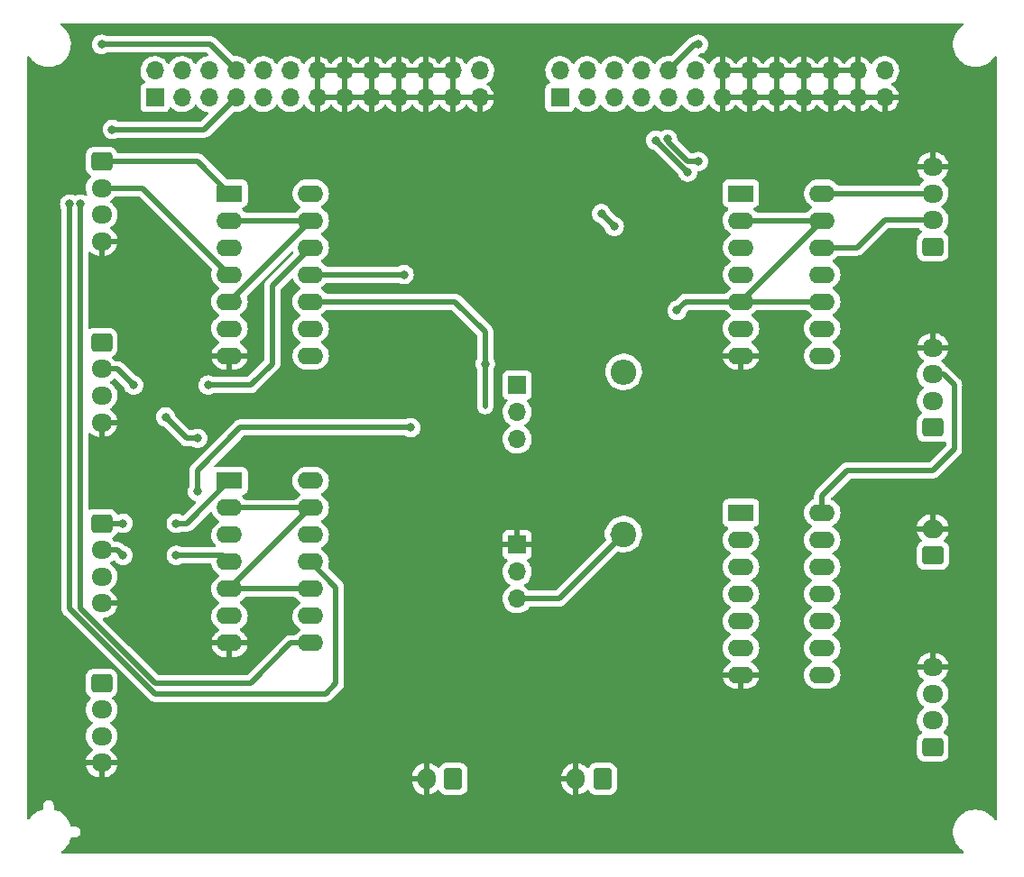
<source format=gbr>
%TF.GenerationSoftware,KiCad,Pcbnew,6.0.6-3a73a75311~116~ubuntu20.04.1*%
%TF.CreationDate,2022-07-30T07:06:58+01:00*%
%TF.ProjectId,blanking_board,626c616e-6b69-46e6-975f-626f6172642e,rev?*%
%TF.SameCoordinates,Original*%
%TF.FileFunction,Copper,L2,Bot*%
%TF.FilePolarity,Positive*%
%FSLAX46Y46*%
G04 Gerber Fmt 4.6, Leading zero omitted, Abs format (unit mm)*
G04 Created by KiCad (PCBNEW 6.0.6-3a73a75311~116~ubuntu20.04.1) date 2022-07-30 07:06:58*
%MOMM*%
%LPD*%
G01*
G04 APERTURE LIST*
G04 Aperture macros list*
%AMRoundRect*
0 Rectangle with rounded corners*
0 $1 Rounding radius*
0 $2 $3 $4 $5 $6 $7 $8 $9 X,Y pos of 4 corners*
0 Add a 4 corners polygon primitive as box body*
4,1,4,$2,$3,$4,$5,$6,$7,$8,$9,$2,$3,0*
0 Add four circle primitives for the rounded corners*
1,1,$1+$1,$2,$3*
1,1,$1+$1,$4,$5*
1,1,$1+$1,$6,$7*
1,1,$1+$1,$8,$9*
0 Add four rect primitives between the rounded corners*
20,1,$1+$1,$2,$3,$4,$5,0*
20,1,$1+$1,$4,$5,$6,$7,0*
20,1,$1+$1,$6,$7,$8,$9,0*
20,1,$1+$1,$8,$9,$2,$3,0*%
G04 Aperture macros list end*
%TA.AperFunction,ComponentPad*%
%ADD10R,1.700000X1.700000*%
%TD*%
%TA.AperFunction,ComponentPad*%
%ADD11O,1.700000X1.700000*%
%TD*%
%TA.AperFunction,ComponentPad*%
%ADD12C,2.400000*%
%TD*%
%TA.AperFunction,ComponentPad*%
%ADD13O,2.400000X2.400000*%
%TD*%
%TA.AperFunction,ComponentPad*%
%ADD14R,2.400000X1.600000*%
%TD*%
%TA.AperFunction,ComponentPad*%
%ADD15O,2.400000X1.600000*%
%TD*%
%TA.AperFunction,ComponentPad*%
%ADD16RoundRect,0.250000X0.725000X-0.600000X0.725000X0.600000X-0.725000X0.600000X-0.725000X-0.600000X0*%
%TD*%
%TA.AperFunction,ComponentPad*%
%ADD17O,1.950000X1.700000*%
%TD*%
%TA.AperFunction,ComponentPad*%
%ADD18RoundRect,0.250000X-0.725000X0.600000X-0.725000X-0.600000X0.725000X-0.600000X0.725000X0.600000X0*%
%TD*%
%TA.AperFunction,ComponentPad*%
%ADD19RoundRect,0.250000X0.750000X-0.600000X0.750000X0.600000X-0.750000X0.600000X-0.750000X-0.600000X0*%
%TD*%
%TA.AperFunction,ComponentPad*%
%ADD20O,2.000000X1.700000*%
%TD*%
%TA.AperFunction,ComponentPad*%
%ADD21RoundRect,0.250000X0.600000X0.750000X-0.600000X0.750000X-0.600000X-0.750000X0.600000X-0.750000X0*%
%TD*%
%TA.AperFunction,ComponentPad*%
%ADD22O,1.700000X2.000000*%
%TD*%
%TA.AperFunction,ViaPad*%
%ADD23C,0.800000*%
%TD*%
%TA.AperFunction,Conductor*%
%ADD24C,0.500000*%
%TD*%
G04 APERTURE END LIST*
D10*
%TO.P,J11,1,1*%
%TO.N,unconnected-(J11-Pad1)*%
X112000000Y-56000000D03*
D11*
%TO.P,J11,2,2*%
%TO.N,unconnected-(J11-Pad2)*%
X112000000Y-53460000D03*
%TO.P,J11,3,3*%
%TO.N,unconnected-(J11-Pad3)*%
X114540000Y-56000000D03*
%TO.P,J11,4,4*%
%TO.N,unconnected-(J11-Pad4)*%
X114540000Y-53460000D03*
%TO.P,J11,5,5*%
%TO.N,unconnected-(J11-Pad5)*%
X117080000Y-56000000D03*
%TO.P,J11,6,6*%
%TO.N,unconnected-(J11-Pad6)*%
X117080000Y-53460000D03*
%TO.P,J11,7,7*%
%TO.N,p2_chan1*%
X119620000Y-56000000D03*
%TO.P,J11,8,8*%
%TO.N,p2_chan2*%
X119620000Y-53460000D03*
%TO.P,J11,9,9*%
%TO.N,p2_chan3*%
X122160000Y-56000000D03*
%TO.P,J11,10,10*%
%TO.N,p2_chan4*%
X122160000Y-53460000D03*
%TO.P,J11,11,11*%
%TO.N,p2_chan5*%
X124700000Y-56000000D03*
%TO.P,J11,12,12*%
%TO.N,p2_chan6*%
X124700000Y-53460000D03*
%TO.P,J11,13,13*%
%TO.N,GND*%
X127240000Y-56000000D03*
%TO.P,J11,14,P14*%
X127240000Y-53460000D03*
%TO.P,J11,15,P15*%
X129780000Y-56000000D03*
%TO.P,J11,16,P16*%
X129780000Y-53460000D03*
%TO.P,J11,17,P17*%
X132320000Y-56000000D03*
%TO.P,J11,18,P18*%
X132320000Y-53460000D03*
%TO.P,J11,19,P19*%
X134860000Y-56000000D03*
%TO.P,J11,20,P20*%
X134860000Y-53460000D03*
%TO.P,J11,21,P21*%
X137400000Y-56000000D03*
%TO.P,J11,22,P22*%
X137400000Y-53460000D03*
%TO.P,J11,23,P23*%
X139940000Y-56000000D03*
%TO.P,J11,24,P24*%
X139940000Y-53460000D03*
%TO.P,J11,25,P25*%
X142480000Y-56000000D03*
%TO.P,J11,26*%
%TO.N,N/C*%
X142480000Y-53460000D03*
%TD*%
D10*
%TO.P,J12,1,1*%
%TO.N,unconnected-(J12-Pad1)*%
X150000000Y-56000000D03*
D11*
%TO.P,J12,2,2*%
%TO.N,unconnected-(J12-Pad2)*%
X150000000Y-53460000D03*
%TO.P,J12,3,3*%
%TO.N,unconnected-(J12-Pad3)*%
X152540000Y-56000000D03*
%TO.P,J12,4,4*%
%TO.N,unconnected-(J12-Pad4)*%
X152540000Y-53460000D03*
%TO.P,J12,5,5*%
%TO.N,unconnected-(J12-Pad5)*%
X155080000Y-56000000D03*
%TO.P,J12,6,6*%
%TO.N,unconnected-(J12-Pad6)*%
X155080000Y-53460000D03*
%TO.P,J12,7,7*%
%TO.N,p1_chan1*%
X157620000Y-56000000D03*
%TO.P,J12,8,8*%
%TO.N,p1_chan2*%
X157620000Y-53460000D03*
%TO.P,J12,9,9*%
%TO.N,p1_chan3*%
X160160000Y-56000000D03*
%TO.P,J12,10,10*%
%TO.N,p1_chan4*%
X160160000Y-53460000D03*
%TO.P,J12,11,11*%
%TO.N,p1_chan5*%
X162700000Y-56000000D03*
%TO.P,J12,12,12*%
%TO.N,p1_chan6*%
X162700000Y-53460000D03*
%TO.P,J12,13,13*%
%TO.N,GND*%
X165240000Y-56000000D03*
%TO.P,J12,14,P14*%
X165240000Y-53460000D03*
%TO.P,J12,15,P15*%
X167780000Y-56000000D03*
%TO.P,J12,16,P16*%
X167780000Y-53460000D03*
%TO.P,J12,17,P17*%
X170320000Y-56000000D03*
%TO.P,J12,18,P18*%
X170320000Y-53460000D03*
%TO.P,J12,19,P19*%
X172860000Y-56000000D03*
%TO.P,J12,20,P20*%
X172860000Y-53460000D03*
%TO.P,J12,21,P21*%
X175400000Y-56000000D03*
%TO.P,J12,22,P22*%
X175400000Y-53460000D03*
%TO.P,J12,23,P23*%
X177940000Y-56000000D03*
%TO.P,J12,24,P24*%
X177940000Y-53460000D03*
%TO.P,J12,25,P25*%
X180480000Y-56000000D03*
%TO.P,J12,26*%
%TO.N,N/C*%
X180480000Y-53460000D03*
%TD*%
D10*
%TO.P,JP1,1,1*%
%TO.N,Net-(JP1-Pad1)*%
X146000000Y-83000000D03*
D11*
%TO.P,JP1,2,2*%
%TO.N,synch*%
X146000000Y-85540000D03*
%TO.P,JP1,3,3*%
%TO.N,Net-(JP1-Pad3)*%
X146000000Y-88080000D03*
%TD*%
D12*
%TO.P,R1,1*%
%TO.N,Net-(R1-Pad1)*%
X156000000Y-97000000D03*
D13*
%TO.P,R1,2*%
%TO.N,Net-(J4-Pad1)*%
X156000000Y-81760000D03*
%TD*%
D14*
%TO.P,U1,1*%
%TO.N,Net-(JP1-Pad3)*%
X167000000Y-95000000D03*
D15*
%TO.P,U1,2*%
%TO.N,Net-(JP1-Pad1)*%
X167000000Y-97540000D03*
%TO.P,U1,3*%
%TO.N,N/C*%
X167000000Y-100080000D03*
%TO.P,U1,4*%
X167000000Y-102620000D03*
%TO.P,U1,5*%
X167000000Y-105160000D03*
%TO.P,U1,6*%
X167000000Y-107700000D03*
%TO.P,U1,7,GND*%
%TO.N,GND*%
X167000000Y-110240000D03*
%TO.P,U1,8*%
%TO.N,N/C*%
X174620000Y-110240000D03*
%TO.P,U1,9*%
X174620000Y-107700000D03*
%TO.P,U1,10*%
X174620000Y-105160000D03*
%TO.P,U1,11*%
X174620000Y-102620000D03*
%TO.P,U1,12*%
X174620000Y-100080000D03*
%TO.P,U1,13*%
X174620000Y-97540000D03*
%TO.P,U1,14,VCC*%
%TO.N,+5V*%
X174620000Y-95000000D03*
%TD*%
D14*
%TO.P,U2,1*%
%TO.N,Net-(J2-Pad1)*%
X167000000Y-65000000D03*
D15*
%TO.P,U2,2*%
%TO.N,synch*%
X167000000Y-67540000D03*
%TO.P,U2,3*%
%TO.N,p1_chan1*%
X167000000Y-70080000D03*
%TO.P,U2,4*%
%TO.N,Net-(J2-Pad2)*%
X167000000Y-72620000D03*
%TO.P,U2,5*%
%TO.N,synch*%
X167000000Y-75160000D03*
%TO.P,U2,6*%
%TO.N,p1_chan2*%
X167000000Y-77700000D03*
%TO.P,U2,7,GND*%
%TO.N,GND*%
X167000000Y-80240000D03*
%TO.P,U2,8*%
%TO.N,p1_chan3*%
X174620000Y-80240000D03*
%TO.P,U2,9*%
%TO.N,Net-(J1-Pad1)*%
X174620000Y-77700000D03*
%TO.P,U2,10*%
%TO.N,synch*%
X174620000Y-75160000D03*
%TO.P,U2,11*%
%TO.N,p1_chan4*%
X174620000Y-72620000D03*
%TO.P,U2,12*%
%TO.N,Net-(J1-Pad2)*%
X174620000Y-70080000D03*
%TO.P,U2,13*%
%TO.N,synch*%
X174620000Y-67540000D03*
%TO.P,U2,14,VCC*%
%TO.N,+5V*%
X174620000Y-65000000D03*
%TD*%
D14*
%TO.P,U4,1*%
%TO.N,Net-(J5-Pad1)*%
X119000000Y-65000000D03*
D15*
%TO.P,U4,2*%
%TO.N,synch*%
X119000000Y-67540000D03*
%TO.P,U4,3*%
%TO.N,p2_chan3*%
X119000000Y-70080000D03*
%TO.P,U4,4*%
%TO.N,Net-(J5-Pad2)*%
X119000000Y-72620000D03*
%TO.P,U4,5*%
%TO.N,synch*%
X119000000Y-75160000D03*
%TO.P,U4,6*%
%TO.N,p2_chan4*%
X119000000Y-77700000D03*
%TO.P,U4,7,GND*%
%TO.N,GND*%
X119000000Y-80240000D03*
%TO.P,U4,8*%
%TO.N,p2_chan5*%
X126620000Y-80240000D03*
%TO.P,U4,9*%
%TO.N,Net-(J7-Pad1)*%
X126620000Y-77700000D03*
%TO.P,U4,10*%
%TO.N,synch*%
X126620000Y-75160000D03*
%TO.P,U4,11*%
%TO.N,p2_chan6*%
X126620000Y-72620000D03*
%TO.P,U4,12*%
%TO.N,Net-(J7-Pad2)*%
X126620000Y-70080000D03*
%TO.P,U4,13*%
%TO.N,synch*%
X126620000Y-67540000D03*
%TO.P,U4,14,VCC*%
%TO.N,+5V*%
X126620000Y-65000000D03*
%TD*%
D16*
%TO.P,J1,1*%
%TO.N,Net-(J1-Pad1)*%
X185000000Y-70000000D03*
D17*
%TO.P,J1,2*%
%TO.N,Net-(J1-Pad2)*%
X185000000Y-67500000D03*
%TO.P,J1,3*%
%TO.N,+5V*%
X185000000Y-65000000D03*
%TO.P,J1,4*%
%TO.N,GND*%
X185000000Y-62500000D03*
%TD*%
D16*
%TO.P,J2,1*%
%TO.N,Net-(J2-Pad1)*%
X185000000Y-87000000D03*
D17*
%TO.P,J2,2*%
%TO.N,Net-(J2-Pad2)*%
X185000000Y-84500000D03*
%TO.P,J2,3*%
%TO.N,+5V*%
X185000000Y-82000000D03*
%TO.P,J2,4*%
%TO.N,GND*%
X185000000Y-79500000D03*
%TD*%
D18*
%TO.P,J3,1*%
%TO.N,Net-(J3-Pad1)*%
X107000000Y-96000000D03*
D17*
%TO.P,J3,2*%
%TO.N,Net-(J3-Pad2)*%
X107000000Y-98500000D03*
%TO.P,J3,3*%
%TO.N,+5V*%
X107000000Y-101000000D03*
%TO.P,J3,4*%
%TO.N,GND*%
X107000000Y-103500000D03*
%TD*%
D19*
%TO.P,J4,1*%
%TO.N,Net-(J4-Pad1)*%
X185000000Y-99000000D03*
D20*
%TO.P,J4,2*%
%TO.N,GND*%
X185000000Y-96500000D03*
%TD*%
D18*
%TO.P,J5,1*%
%TO.N,Net-(J5-Pad1)*%
X107000000Y-62000000D03*
D17*
%TO.P,J5,2*%
%TO.N,Net-(J5-Pad2)*%
X107000000Y-64500000D03*
%TO.P,J5,3*%
%TO.N,+5V*%
X107000000Y-67000000D03*
%TO.P,J5,4*%
%TO.N,GND*%
X107000000Y-69500000D03*
%TD*%
D18*
%TO.P,J6,1*%
%TO.N,Net-(J6-Pad1)*%
X107000000Y-111000000D03*
D17*
%TO.P,J6,2*%
%TO.N,Net-(J6-Pad2)*%
X107000000Y-113500000D03*
%TO.P,J6,3*%
%TO.N,+5V*%
X107000000Y-116000000D03*
%TO.P,J6,4*%
%TO.N,GND*%
X107000000Y-118500000D03*
%TD*%
D18*
%TO.P,J7,1*%
%TO.N,Net-(J7-Pad1)*%
X107000000Y-79000000D03*
D17*
%TO.P,J7,2*%
%TO.N,Net-(J7-Pad2)*%
X107000000Y-81500000D03*
%TO.P,J7,3*%
%TO.N,+5V*%
X107000000Y-84000000D03*
%TO.P,J7,4*%
%TO.N,GND*%
X107000000Y-86500000D03*
%TD*%
D16*
%TO.P,J8,1*%
%TO.N,Net-(J8-Pad1)*%
X185000000Y-117000000D03*
D17*
%TO.P,J8,2*%
%TO.N,Net-(J10-Pad1)*%
X185000000Y-114500000D03*
%TO.P,J8,3*%
%TO.N,+5V*%
X185000000Y-112000000D03*
%TO.P,J8,4*%
%TO.N,GND*%
X185000000Y-109500000D03*
%TD*%
D21*
%TO.P,J9,1,Pin_1*%
%TO.N,Net-(J8-Pad1)*%
X140000000Y-120000000D03*
D22*
%TO.P,J9,2,Pin_2*%
%TO.N,GND*%
X137500000Y-120000000D03*
%TD*%
D21*
%TO.P,J10,1,Pin_1*%
%TO.N,Net-(J10-Pad1)*%
X154000000Y-120000000D03*
D22*
%TO.P,J10,2,Pin_2*%
%TO.N,GND*%
X151500000Y-120000000D03*
%TD*%
D14*
%TO.P,U3,1*%
%TO.N,Net-(J3-Pad1)*%
X119000000Y-92000000D03*
D15*
%TO.P,U3,2*%
%TO.N,synch*%
X119000000Y-94540000D03*
%TO.P,U3,3*%
%TO.N,p1_chan5*%
X119000000Y-97080000D03*
%TO.P,U3,4*%
%TO.N,Net-(J3-Pad2)*%
X119000000Y-99620000D03*
%TO.P,U3,5*%
%TO.N,synch*%
X119000000Y-102160000D03*
%TO.P,U3,6*%
%TO.N,p1_chan6*%
X119000000Y-104700000D03*
%TO.P,U3,7,GND*%
%TO.N,GND*%
X119000000Y-107240000D03*
%TO.P,U3,8*%
%TO.N,p2_chan1*%
X126620000Y-107240000D03*
%TO.P,U3,9*%
%TO.N,Net-(J6-Pad1)*%
X126620000Y-104700000D03*
%TO.P,U3,10*%
%TO.N,synch*%
X126620000Y-102160000D03*
%TO.P,U3,11*%
%TO.N,p2_chan2*%
X126620000Y-99620000D03*
%TO.P,U3,12*%
%TO.N,Net-(J6-Pad2)*%
X126620000Y-97080000D03*
%TO.P,U3,13*%
%TO.N,synch*%
X126620000Y-94540000D03*
%TO.P,U3,14,VCC*%
%TO.N,+5V*%
X126620000Y-92000000D03*
%TD*%
D10*
%TO.P,JP2,1,1*%
%TO.N,GND*%
X146000000Y-98000000D03*
D11*
%TO.P,JP2,2,2*%
%TO.N,Net-(JP1-Pad3)*%
X146000000Y-100540000D03*
%TO.P,JP2,3,3*%
%TO.N,Net-(R1-Pad1)*%
X146000000Y-103080000D03*
%TD*%
D23*
%TO.N,+5V*%
X116000000Y-88000000D03*
X113000000Y-86000000D03*
%TO.N,Net-(J3-Pad1)*%
X109000000Y-96000000D03*
X114000000Y-96000000D03*
%TO.N,Net-(J3-Pad2)*%
X114000000Y-99000000D03*
X109000000Y-99000000D03*
%TO.N,Net-(J7-Pad2)*%
X117000000Y-83000000D03*
X110000000Y-83000000D03*
%TO.N,p2_chan6*%
X135380000Y-72620000D03*
%TO.N,p2_chan2*%
X104000000Y-66000000D03*
X107000000Y-51000000D03*
%TO.N,p2_chan1*%
X105000000Y-66000000D03*
X108000000Y-59000000D03*
%TO.N,p1_chan1*%
X162000000Y-63000000D03*
X159000000Y-60000000D03*
%TO.N,p1_chan2*%
X155101041Y-68101041D03*
X153898959Y-66898959D03*
%TO.N,p1_chan3*%
X160101041Y-59898959D03*
X163000000Y-62000000D03*
%TO.N,p1_chan4*%
X163000000Y-51000000D03*
%TO.N,p1_chan5*%
X116000000Y-93000000D03*
X136000000Y-87000000D03*
%TO.N,synch*%
X143000000Y-81000000D03*
X161000000Y-76000000D03*
%TD*%
D24*
%TO.N,+5V*%
X187000000Y-89000000D02*
X185000000Y-91000000D01*
X187000000Y-83000000D02*
X187000000Y-89000000D01*
X115000000Y-88000000D02*
X113000000Y-86000000D01*
X186000000Y-82000000D02*
X187000000Y-83000000D01*
X116000000Y-88000000D02*
X115000000Y-88000000D01*
X177000000Y-91000000D02*
X174620000Y-93380000D01*
X185000000Y-91000000D02*
X177000000Y-91000000D01*
X174620000Y-93380000D02*
X174620000Y-95000000D01*
X185000000Y-82000000D02*
X186000000Y-82000000D01*
X185000000Y-65000000D02*
X174620000Y-65000000D01*
%TO.N,Net-(J1-Pad2)*%
X180500000Y-67500000D02*
X177920000Y-70080000D01*
X177920000Y-70080000D02*
X174620000Y-70080000D01*
X185000000Y-67500000D02*
X180500000Y-67500000D01*
%TO.N,Net-(J3-Pad1)*%
X107000000Y-96000000D02*
X109000000Y-96000000D01*
X115000000Y-96000000D02*
X119000000Y-92000000D01*
X114000000Y-96000000D02*
X115000000Y-96000000D01*
%TO.N,Net-(J3-Pad2)*%
X118380000Y-99000000D02*
X119000000Y-99620000D01*
X108500000Y-98500000D02*
X109000000Y-99000000D01*
X107000000Y-98500000D02*
X108500000Y-98500000D01*
X114000000Y-99000000D02*
X118380000Y-99000000D01*
%TO.N,Net-(J5-Pad2)*%
X110880000Y-64500000D02*
X119000000Y-72620000D01*
X107000000Y-64500000D02*
X110880000Y-64500000D01*
%TO.N,Net-(J5-Pad1)*%
X107000000Y-62000000D02*
X116000000Y-62000000D01*
X116000000Y-62000000D02*
X119000000Y-65000000D01*
%TO.N,Net-(J7-Pad2)*%
X107000000Y-81500000D02*
X108500000Y-81500000D01*
X123000000Y-81000000D02*
X123000000Y-73700000D01*
X121000000Y-83000000D02*
X123000000Y-81000000D01*
X108500000Y-81500000D02*
X110000000Y-83000000D01*
X123000000Y-73700000D02*
X126620000Y-70080000D01*
X117000000Y-83000000D02*
X121000000Y-83000000D01*
%TO.N,p2_chan6*%
X133380000Y-72620000D02*
X135380000Y-72620000D01*
X126620000Y-72620000D02*
X133380000Y-72620000D01*
%TO.N,p2_chan2*%
X117160000Y-51000000D02*
X119620000Y-53460000D01*
X129000000Y-102000000D02*
X126620000Y-99620000D01*
X107000000Y-51000000D02*
X117160000Y-51000000D01*
X129000000Y-111000000D02*
X129000000Y-102000000D01*
X104000000Y-104000000D02*
X112000000Y-112000000D01*
X128000000Y-112000000D02*
X129000000Y-111000000D01*
X104000000Y-66000000D02*
X104000000Y-104000000D01*
X112000000Y-112000000D02*
X128000000Y-112000000D01*
%TO.N,p2_chan1*%
X116620000Y-59000000D02*
X119620000Y-56000000D01*
X124760000Y-107240000D02*
X121000000Y-111000000D01*
X105000000Y-104000000D02*
X105000000Y-66000000D01*
X108000000Y-59000000D02*
X116620000Y-59000000D01*
X121000000Y-111000000D02*
X112000000Y-111000000D01*
X126620000Y-107240000D02*
X124760000Y-107240000D01*
X112000000Y-111000000D02*
X105000000Y-104000000D01*
%TO.N,p1_chan1*%
X159000000Y-60000000D02*
X162000000Y-63000000D01*
%TO.N,p1_chan2*%
X155000000Y-68000000D02*
X153898959Y-66898959D01*
X155101041Y-68101041D02*
X155000000Y-68000000D01*
%TO.N,p1_chan3*%
X162000000Y-62000000D02*
X160101041Y-60101041D01*
X163000000Y-62000000D02*
X162000000Y-62000000D01*
X160101041Y-60101041D02*
X160101041Y-59898959D01*
%TO.N,p1_chan4*%
X163000000Y-51000000D02*
X162620000Y-51000000D01*
X162620000Y-51000000D02*
X160160000Y-53460000D01*
%TO.N,p1_chan5*%
X120000000Y-87000000D02*
X116000000Y-91000000D01*
X121000000Y-87000000D02*
X120000000Y-87000000D01*
X136000000Y-87000000D02*
X121000000Y-87000000D01*
X116000000Y-91000000D02*
X116000000Y-93000000D01*
%TO.N,synch*%
X119000000Y-67540000D02*
X126620000Y-67540000D01*
X119000000Y-102160000D02*
X126620000Y-102160000D01*
X143000000Y-81000000D02*
X143000000Y-80000000D01*
X119000000Y-75160000D02*
X126620000Y-67540000D01*
X161840000Y-75160000D02*
X161000000Y-76000000D01*
X119000000Y-94540000D02*
X126620000Y-94540000D01*
X143000000Y-78000000D02*
X140160000Y-75160000D01*
X174620000Y-75160000D02*
X167000000Y-75160000D01*
X174620000Y-67540000D02*
X167000000Y-67540000D01*
X143000000Y-81000000D02*
X143000000Y-78000000D01*
X140160000Y-75160000D02*
X126620000Y-75160000D01*
X143000000Y-85000000D02*
X143000000Y-81000000D01*
X126620000Y-94540000D02*
X119000000Y-102160000D01*
X167000000Y-75160000D02*
X174620000Y-67540000D01*
X167000000Y-75160000D02*
X161840000Y-75160000D01*
%TO.N,Net-(R1-Pad1)*%
X146000000Y-103080000D02*
X149920000Y-103080000D01*
X149920000Y-103080000D02*
X156000000Y-97000000D01*
X154920000Y-97000000D02*
X156000000Y-97000000D01*
%TD*%
%TA.AperFunction,Conductor*%
%TO.N,GND*%
G36*
X187848444Y-49020002D02*
G01*
X187894937Y-49073658D01*
X187905041Y-49143932D01*
X187875547Y-49208512D01*
X187852774Y-49229087D01*
X187669977Y-49357559D01*
X187459378Y-49553260D01*
X187277287Y-49775732D01*
X187127073Y-50020858D01*
X187011517Y-50284102D01*
X187010342Y-50288229D01*
X187010341Y-50288230D01*
X186990357Y-50358385D01*
X186932756Y-50560594D01*
X186892249Y-50845216D01*
X186892227Y-50849505D01*
X186892226Y-50849512D01*
X186890765Y-51128417D01*
X186890743Y-51132703D01*
X186928268Y-51417734D01*
X187004129Y-51695036D01*
X187005813Y-51698984D01*
X187095524Y-51909306D01*
X187116923Y-51959476D01*
X187128693Y-51979142D01*
X187262198Y-52202212D01*
X187264561Y-52206161D01*
X187444313Y-52430528D01*
X187567711Y-52547628D01*
X187648988Y-52624757D01*
X187652851Y-52628423D01*
X187886317Y-52796186D01*
X187890112Y-52798195D01*
X187890113Y-52798196D01*
X187911869Y-52809715D01*
X188140392Y-52930712D01*
X188164699Y-52939607D01*
X188400014Y-53025720D01*
X188410373Y-53029511D01*
X188691264Y-53090755D01*
X188719841Y-53093004D01*
X188914282Y-53108307D01*
X188914291Y-53108307D01*
X188916739Y-53108500D01*
X189072271Y-53108500D01*
X189074407Y-53108354D01*
X189074418Y-53108354D01*
X189282548Y-53094165D01*
X189282554Y-53094164D01*
X189286825Y-53093873D01*
X189291020Y-53093004D01*
X189291022Y-53093004D01*
X189427583Y-53064724D01*
X189568342Y-53035574D01*
X189839343Y-52939607D01*
X190094812Y-52807750D01*
X190098313Y-52805289D01*
X190098317Y-52805287D01*
X190212418Y-52725095D01*
X190330023Y-52642441D01*
X190408403Y-52569606D01*
X190537479Y-52449661D01*
X190537481Y-52449658D01*
X190540622Y-52446740D01*
X190722713Y-52224268D01*
X190766567Y-52152705D01*
X190819215Y-52105074D01*
X190889256Y-52093467D01*
X190954454Y-52121570D01*
X190994108Y-52180461D01*
X191000000Y-52218540D01*
X191000000Y-123780003D01*
X190979998Y-123848124D01*
X190926342Y-123894617D01*
X190856068Y-123904721D01*
X190791488Y-123875227D01*
X190765884Y-123844709D01*
X190737643Y-123797521D01*
X190737640Y-123797517D01*
X190735439Y-123793839D01*
X190555687Y-123569472D01*
X190432289Y-123452372D01*
X190350258Y-123374527D01*
X190350255Y-123374525D01*
X190347149Y-123371577D01*
X190157064Y-123234987D01*
X190117172Y-123206321D01*
X190117171Y-123206320D01*
X190113683Y-123203814D01*
X190091843Y-123192250D01*
X190068654Y-123179972D01*
X189859608Y-123069288D01*
X189589627Y-122970489D01*
X189308736Y-122909245D01*
X189277685Y-122906801D01*
X189085718Y-122891693D01*
X189085709Y-122891693D01*
X189083261Y-122891500D01*
X188927729Y-122891500D01*
X188925593Y-122891646D01*
X188925582Y-122891646D01*
X188717452Y-122905835D01*
X188717446Y-122905836D01*
X188713175Y-122906127D01*
X188708980Y-122906996D01*
X188708978Y-122906996D01*
X188572417Y-122935276D01*
X188431658Y-122964426D01*
X188160657Y-123060393D01*
X187905188Y-123192250D01*
X187901687Y-123194711D01*
X187901683Y-123194713D01*
X187787582Y-123274905D01*
X187669977Y-123357559D01*
X187459378Y-123553260D01*
X187277287Y-123775732D01*
X187127073Y-124020858D01*
X187011517Y-124284102D01*
X186932756Y-124560594D01*
X186892249Y-124845216D01*
X186892227Y-124849505D01*
X186892226Y-124849512D01*
X186891040Y-125075934D01*
X186890743Y-125132703D01*
X186928268Y-125417734D01*
X187004129Y-125695036D01*
X187116923Y-125959476D01*
X187264561Y-126206161D01*
X187444313Y-126430528D01*
X187652851Y-126628423D01*
X187851146Y-126770913D01*
X187852211Y-126771678D01*
X187895859Y-126827672D01*
X187902305Y-126898376D01*
X187869502Y-126961340D01*
X187807866Y-126996574D01*
X187778685Y-127000000D01*
X103339444Y-127000000D01*
X103271323Y-126979998D01*
X103224830Y-126926342D01*
X103214726Y-126856068D01*
X103244220Y-126791488D01*
X103261697Y-126774846D01*
X103455499Y-126622885D01*
X103458871Y-126620241D01*
X103665266Y-126407258D01*
X103667799Y-126403810D01*
X103667803Y-126403805D01*
X103838307Y-126171691D01*
X103840845Y-126168236D01*
X103952191Y-125963163D01*
X103980311Y-125911372D01*
X103980312Y-125911370D01*
X103982361Y-125907596D01*
X104087195Y-125630161D01*
X104092644Y-125606369D01*
X104127351Y-125544433D01*
X104190032Y-125511093D01*
X104215464Y-125508500D01*
X104536513Y-125508500D01*
X104578839Y-125502438D01*
X104635294Y-125494354D01*
X104635297Y-125494353D01*
X104644187Y-125493080D01*
X104652363Y-125489363D01*
X104652365Y-125489362D01*
X104768610Y-125436508D01*
X104768612Y-125436507D01*
X104776782Y-125432792D01*
X104887127Y-125337713D01*
X104966352Y-125215485D01*
X105008086Y-125075934D01*
X105008976Y-124930279D01*
X104968949Y-124790229D01*
X104891224Y-124667042D01*
X104782049Y-124570622D01*
X104773926Y-124566808D01*
X104773924Y-124566807D01*
X104710013Y-124536801D01*
X104650200Y-124508719D01*
X104641335Y-124507339D01*
X104641333Y-124507338D01*
X104572254Y-124496582D01*
X104539614Y-124491500D01*
X104216537Y-124491500D01*
X104148416Y-124471498D01*
X104101923Y-124417842D01*
X104097764Y-124407560D01*
X104052653Y-124280170D01*
X104000934Y-124134119D01*
X103864907Y-123870572D01*
X103851226Y-123851105D01*
X103740542Y-123693619D01*
X103694372Y-123627925D01*
X103492483Y-123410667D01*
X103489168Y-123407953D01*
X103489164Y-123407950D01*
X103266295Y-123225534D01*
X103262977Y-123222818D01*
X103010101Y-123067856D01*
X102997579Y-123062359D01*
X102742465Y-122950372D01*
X102738533Y-122948646D01*
X102603421Y-122910158D01*
X102599981Y-122909178D01*
X102539946Y-122871279D01*
X102509932Y-122806939D01*
X102508500Y-122787999D01*
X102508500Y-122463487D01*
X102493080Y-122355813D01*
X102432792Y-122223218D01*
X102337713Y-122112873D01*
X102215485Y-122033648D01*
X102075934Y-121991914D01*
X102066958Y-121991859D01*
X102066957Y-121991859D01*
X102005644Y-121991485D01*
X101930279Y-121991024D01*
X101790229Y-122031051D01*
X101667042Y-122108776D01*
X101570622Y-122217951D01*
X101508719Y-122349800D01*
X101491500Y-122460386D01*
X101491500Y-122787822D01*
X101471498Y-122855943D01*
X101417842Y-122902436D01*
X101398748Y-122909356D01*
X101282989Y-122941024D01*
X101279041Y-122942708D01*
X101014140Y-123055698D01*
X101014136Y-123055700D01*
X101010188Y-123057384D01*
X100986938Y-123071299D01*
X100759384Y-123207486D01*
X100759380Y-123207489D01*
X100755702Y-123209690D01*
X100752359Y-123212368D01*
X100752355Y-123212371D01*
X100639262Y-123302976D01*
X100524242Y-123395125D01*
X100521298Y-123398227D01*
X100521294Y-123398231D01*
X100431169Y-123493204D01*
X100320089Y-123610257D01*
X100304875Y-123631430D01*
X100228322Y-123737964D01*
X100172328Y-123781612D01*
X100101624Y-123788058D01*
X100038660Y-123755255D01*
X100003426Y-123693619D01*
X100000000Y-123664438D01*
X100000000Y-120270193D01*
X136147289Y-120270193D01*
X136156124Y-120374325D01*
X136157914Y-120384797D01*
X136213130Y-120597535D01*
X136216665Y-120607575D01*
X136306937Y-120807970D01*
X136312106Y-120817256D01*
X136434850Y-120999575D01*
X136441519Y-121007870D01*
X136593228Y-121166900D01*
X136601186Y-121173941D01*
X136777525Y-121305141D01*
X136786562Y-121310745D01*
X136982484Y-121410357D01*
X136992335Y-121414357D01*
X137202240Y-121479534D01*
X137212624Y-121481817D01*
X137228043Y-121483861D01*
X137242207Y-121481665D01*
X137246000Y-121468478D01*
X137246000Y-121466192D01*
X137754000Y-121466192D01*
X137757973Y-121479723D01*
X137768580Y-121481248D01*
X137886421Y-121456523D01*
X137896617Y-121453463D01*
X138101029Y-121372737D01*
X138110561Y-121368006D01*
X138298462Y-121253984D01*
X138307052Y-121247720D01*
X138473052Y-121103673D01*
X138480470Y-121096044D01*
X138506391Y-121064431D01*
X138565051Y-121024436D01*
X138636021Y-121022504D01*
X138696770Y-121059248D01*
X138710969Y-121078017D01*
X138801522Y-121224348D01*
X138926697Y-121349305D01*
X138932927Y-121353145D01*
X138932928Y-121353146D01*
X139070090Y-121437694D01*
X139077262Y-121442115D01*
X139120701Y-121456523D01*
X139238611Y-121495632D01*
X139238613Y-121495632D01*
X139245139Y-121497797D01*
X139251975Y-121498497D01*
X139251978Y-121498498D01*
X139295031Y-121502909D01*
X139349600Y-121508500D01*
X140650400Y-121508500D01*
X140653646Y-121508163D01*
X140653650Y-121508163D01*
X140749308Y-121498238D01*
X140749312Y-121498237D01*
X140756166Y-121497526D01*
X140762702Y-121495345D01*
X140762704Y-121495345D01*
X140894806Y-121451272D01*
X140923946Y-121441550D01*
X141074348Y-121348478D01*
X141199305Y-121223303D01*
X141229732Y-121173941D01*
X141288275Y-121078968D01*
X141288276Y-121078966D01*
X141292115Y-121072738D01*
X141347797Y-120904861D01*
X141358500Y-120800400D01*
X141358500Y-120270193D01*
X150147289Y-120270193D01*
X150156124Y-120374325D01*
X150157914Y-120384797D01*
X150213130Y-120597535D01*
X150216665Y-120607575D01*
X150306937Y-120807970D01*
X150312106Y-120817256D01*
X150434850Y-120999575D01*
X150441519Y-121007870D01*
X150593228Y-121166900D01*
X150601186Y-121173941D01*
X150777525Y-121305141D01*
X150786562Y-121310745D01*
X150982484Y-121410357D01*
X150992335Y-121414357D01*
X151202240Y-121479534D01*
X151212624Y-121481817D01*
X151228043Y-121483861D01*
X151242207Y-121481665D01*
X151246000Y-121468478D01*
X151246000Y-121466192D01*
X151754000Y-121466192D01*
X151757973Y-121479723D01*
X151768580Y-121481248D01*
X151886421Y-121456523D01*
X151896617Y-121453463D01*
X152101029Y-121372737D01*
X152110561Y-121368006D01*
X152298462Y-121253984D01*
X152307052Y-121247720D01*
X152473052Y-121103673D01*
X152480470Y-121096044D01*
X152506391Y-121064431D01*
X152565051Y-121024436D01*
X152636021Y-121022504D01*
X152696770Y-121059248D01*
X152710969Y-121078017D01*
X152801522Y-121224348D01*
X152926697Y-121349305D01*
X152932927Y-121353145D01*
X152932928Y-121353146D01*
X153070090Y-121437694D01*
X153077262Y-121442115D01*
X153120701Y-121456523D01*
X153238611Y-121495632D01*
X153238613Y-121495632D01*
X153245139Y-121497797D01*
X153251975Y-121498497D01*
X153251978Y-121498498D01*
X153295031Y-121502909D01*
X153349600Y-121508500D01*
X154650400Y-121508500D01*
X154653646Y-121508163D01*
X154653650Y-121508163D01*
X154749308Y-121498238D01*
X154749312Y-121498237D01*
X154756166Y-121497526D01*
X154762702Y-121495345D01*
X154762704Y-121495345D01*
X154894806Y-121451272D01*
X154923946Y-121441550D01*
X155074348Y-121348478D01*
X155199305Y-121223303D01*
X155229732Y-121173941D01*
X155288275Y-121078968D01*
X155288276Y-121078966D01*
X155292115Y-121072738D01*
X155347797Y-120904861D01*
X155358500Y-120800400D01*
X155358500Y-119199600D01*
X155347526Y-119093834D01*
X155291550Y-118926054D01*
X155198478Y-118775652D01*
X155073303Y-118650695D01*
X155042965Y-118631994D01*
X154928968Y-118561725D01*
X154928966Y-118561724D01*
X154922738Y-118557885D01*
X154803498Y-118518335D01*
X154761389Y-118504368D01*
X154761387Y-118504368D01*
X154754861Y-118502203D01*
X154748025Y-118501503D01*
X154748022Y-118501502D01*
X154704969Y-118497091D01*
X154650400Y-118491500D01*
X153349600Y-118491500D01*
X153346354Y-118491837D01*
X153346350Y-118491837D01*
X153250692Y-118501762D01*
X153250688Y-118501763D01*
X153243834Y-118502474D01*
X153237298Y-118504655D01*
X153237296Y-118504655D01*
X153105194Y-118548728D01*
X153076054Y-118558450D01*
X152925652Y-118651522D01*
X152800695Y-118776697D01*
X152796855Y-118782927D01*
X152796854Y-118782928D01*
X152710648Y-118922780D01*
X152657876Y-118970273D01*
X152587804Y-118981697D01*
X152522680Y-118953423D01*
X152512218Y-118943636D01*
X152406766Y-118833094D01*
X152398814Y-118826059D01*
X152222475Y-118694859D01*
X152213438Y-118689255D01*
X152017516Y-118589643D01*
X152007665Y-118585643D01*
X151797760Y-118520466D01*
X151787376Y-118518183D01*
X151771957Y-118516139D01*
X151757793Y-118518335D01*
X151754000Y-118531522D01*
X151754000Y-121466192D01*
X151246000Y-121466192D01*
X151246000Y-120272115D01*
X151241525Y-120256876D01*
X151240135Y-120255671D01*
X151232452Y-120254000D01*
X150164030Y-120254000D01*
X150149352Y-120258310D01*
X150147289Y-120270193D01*
X141358500Y-120270193D01*
X141358500Y-119730376D01*
X150142732Y-119730376D01*
X150146475Y-119743124D01*
X150147865Y-119744329D01*
X150155548Y-119746000D01*
X151227885Y-119746000D01*
X151243124Y-119741525D01*
X151244329Y-119740135D01*
X151246000Y-119732452D01*
X151246000Y-118533808D01*
X151242027Y-118520277D01*
X151231420Y-118518752D01*
X151113579Y-118543477D01*
X151103383Y-118546537D01*
X150898971Y-118627263D01*
X150889439Y-118631994D01*
X150701538Y-118746016D01*
X150692948Y-118752280D01*
X150526948Y-118896327D01*
X150519528Y-118903958D01*
X150380174Y-119073911D01*
X150374150Y-119082678D01*
X150265424Y-119273682D01*
X150260959Y-119283346D01*
X150185969Y-119489941D01*
X150183198Y-119500208D01*
X150143877Y-119717655D01*
X150142944Y-119725884D01*
X150142732Y-119730376D01*
X141358500Y-119730376D01*
X141358500Y-119199600D01*
X141347526Y-119093834D01*
X141291550Y-118926054D01*
X141198478Y-118775652D01*
X141073303Y-118650695D01*
X141042965Y-118631994D01*
X140928968Y-118561725D01*
X140928966Y-118561724D01*
X140922738Y-118557885D01*
X140803498Y-118518335D01*
X140761389Y-118504368D01*
X140761387Y-118504368D01*
X140754861Y-118502203D01*
X140748025Y-118501503D01*
X140748022Y-118501502D01*
X140704969Y-118497091D01*
X140650400Y-118491500D01*
X139349600Y-118491500D01*
X139346354Y-118491837D01*
X139346350Y-118491837D01*
X139250692Y-118501762D01*
X139250688Y-118501763D01*
X139243834Y-118502474D01*
X139237298Y-118504655D01*
X139237296Y-118504655D01*
X139105194Y-118548728D01*
X139076054Y-118558450D01*
X138925652Y-118651522D01*
X138800695Y-118776697D01*
X138796855Y-118782927D01*
X138796854Y-118782928D01*
X138710648Y-118922780D01*
X138657876Y-118970273D01*
X138587804Y-118981697D01*
X138522680Y-118953423D01*
X138512218Y-118943636D01*
X138406766Y-118833094D01*
X138398814Y-118826059D01*
X138222475Y-118694859D01*
X138213438Y-118689255D01*
X138017516Y-118589643D01*
X138007665Y-118585643D01*
X137797760Y-118520466D01*
X137787376Y-118518183D01*
X137771957Y-118516139D01*
X137757793Y-118518335D01*
X137754000Y-118531522D01*
X137754000Y-121466192D01*
X137246000Y-121466192D01*
X137246000Y-120272115D01*
X137241525Y-120256876D01*
X137240135Y-120255671D01*
X137232452Y-120254000D01*
X136164030Y-120254000D01*
X136149352Y-120258310D01*
X136147289Y-120270193D01*
X100000000Y-120270193D01*
X100000000Y-118768580D01*
X105543752Y-118768580D01*
X105568477Y-118886421D01*
X105571537Y-118896617D01*
X105652263Y-119101029D01*
X105656994Y-119110561D01*
X105771016Y-119298462D01*
X105777280Y-119307052D01*
X105921327Y-119473052D01*
X105928958Y-119480472D01*
X106098911Y-119619826D01*
X106107678Y-119625850D01*
X106298682Y-119734576D01*
X106308346Y-119739041D01*
X106514941Y-119814031D01*
X106525208Y-119816802D01*
X106728174Y-119853504D01*
X106741414Y-119852085D01*
X106746000Y-119837450D01*
X106746000Y-119833849D01*
X107254000Y-119833849D01*
X107258310Y-119848527D01*
X107270193Y-119850590D01*
X107349325Y-119843876D01*
X107359797Y-119842086D01*
X107572535Y-119786870D01*
X107582575Y-119783335D01*
X107700139Y-119730376D01*
X136142732Y-119730376D01*
X136146475Y-119743124D01*
X136147865Y-119744329D01*
X136155548Y-119746000D01*
X137227885Y-119746000D01*
X137243124Y-119741525D01*
X137244329Y-119740135D01*
X137246000Y-119732452D01*
X137246000Y-118533808D01*
X137242027Y-118520277D01*
X137231420Y-118518752D01*
X137113579Y-118543477D01*
X137103383Y-118546537D01*
X136898971Y-118627263D01*
X136889439Y-118631994D01*
X136701538Y-118746016D01*
X136692948Y-118752280D01*
X136526948Y-118896327D01*
X136519528Y-118903958D01*
X136380174Y-119073911D01*
X136374150Y-119082678D01*
X136265424Y-119273682D01*
X136260959Y-119283346D01*
X136185969Y-119489941D01*
X136183198Y-119500208D01*
X136143877Y-119717655D01*
X136142944Y-119725884D01*
X136142732Y-119730376D01*
X107700139Y-119730376D01*
X107782970Y-119693063D01*
X107792256Y-119687894D01*
X107974575Y-119565150D01*
X107982870Y-119558481D01*
X108141900Y-119406772D01*
X108148941Y-119398814D01*
X108280141Y-119222475D01*
X108285745Y-119213438D01*
X108385357Y-119017516D01*
X108389357Y-119007665D01*
X108454534Y-118797760D01*
X108456817Y-118787376D01*
X108458861Y-118771957D01*
X108456665Y-118757793D01*
X108443478Y-118754000D01*
X107272115Y-118754000D01*
X107256876Y-118758475D01*
X107255671Y-118759865D01*
X107254000Y-118767548D01*
X107254000Y-119833849D01*
X106746000Y-119833849D01*
X106746000Y-118772115D01*
X106741525Y-118756876D01*
X106740135Y-118755671D01*
X106732452Y-118754000D01*
X105558808Y-118754000D01*
X105545277Y-118757973D01*
X105543752Y-118768580D01*
X100000000Y-118768580D01*
X100000000Y-115935774D01*
X105513102Y-115935774D01*
X105521751Y-116166158D01*
X105569093Y-116391791D01*
X105653776Y-116606221D01*
X105773377Y-116803317D01*
X105776874Y-116807347D01*
X105863438Y-116907103D01*
X105924477Y-116977445D01*
X105928608Y-116980832D01*
X106098627Y-117120240D01*
X106098633Y-117120244D01*
X106102755Y-117123624D01*
X106107398Y-117126267D01*
X106134735Y-117141829D01*
X106184041Y-117192912D01*
X106197902Y-117262542D01*
X106171918Y-117328613D01*
X106142768Y-117355851D01*
X106025422Y-117434852D01*
X106017130Y-117441519D01*
X105858100Y-117593228D01*
X105851059Y-117601186D01*
X105719859Y-117777525D01*
X105714255Y-117786562D01*
X105614643Y-117982484D01*
X105610643Y-117992335D01*
X105545466Y-118202240D01*
X105543183Y-118212624D01*
X105541139Y-118228043D01*
X105543335Y-118242207D01*
X105556522Y-118246000D01*
X108441192Y-118246000D01*
X108454723Y-118242027D01*
X108456248Y-118231420D01*
X108431523Y-118113579D01*
X108428463Y-118103383D01*
X108347737Y-117898971D01*
X108343006Y-117889439D01*
X108228984Y-117701538D01*
X108222720Y-117692948D01*
X108078673Y-117526948D01*
X108071042Y-117519528D01*
X107901089Y-117380174D01*
X107892326Y-117374152D01*
X107865289Y-117358762D01*
X107815982Y-117307680D01*
X107802120Y-117238049D01*
X107828103Y-117171978D01*
X107857253Y-117144739D01*
X107910532Y-117108869D01*
X107979319Y-117062559D01*
X108146135Y-116903424D01*
X108283754Y-116718458D01*
X108388240Y-116512949D01*
X108424321Y-116396752D01*
X108455024Y-116297871D01*
X108456607Y-116292773D01*
X108463093Y-116243834D01*
X108486198Y-116069511D01*
X108486198Y-116069506D01*
X108486898Y-116064226D01*
X108478249Y-115833842D01*
X108430907Y-115608209D01*
X108381181Y-115482296D01*
X108348185Y-115398744D01*
X108348184Y-115398742D01*
X108346224Y-115393779D01*
X108226623Y-115196683D01*
X108152083Y-115110783D01*
X108079023Y-115026588D01*
X108079021Y-115026586D01*
X108075523Y-115022555D01*
X108033970Y-114988484D01*
X107901373Y-114879760D01*
X107901367Y-114879756D01*
X107897245Y-114876376D01*
X107865750Y-114858448D01*
X107816445Y-114807368D01*
X107802583Y-114737738D01*
X107828566Y-114671667D01*
X107857716Y-114644427D01*
X107893642Y-114620240D01*
X107979319Y-114562559D01*
X108112224Y-114435774D01*
X183513102Y-114435774D01*
X183513302Y-114441103D01*
X183513302Y-114441105D01*
X183517426Y-114550966D01*
X183521751Y-114666158D01*
X183569093Y-114891791D01*
X183571051Y-114896750D01*
X183571052Y-114896752D01*
X183620735Y-115022555D01*
X183653776Y-115106221D01*
X183773377Y-115303317D01*
X183776874Y-115307347D01*
X183863438Y-115407103D01*
X183924477Y-115477445D01*
X183960120Y-115506670D01*
X184000114Y-115565329D01*
X184002046Y-115636299D01*
X183965302Y-115697048D01*
X183946532Y-115711248D01*
X183944483Y-115712516D01*
X183800652Y-115801522D01*
X183675695Y-115926697D01*
X183671855Y-115932927D01*
X183671854Y-115932928D01*
X183590921Y-116064226D01*
X183582885Y-116077262D01*
X183527203Y-116245139D01*
X183516500Y-116349600D01*
X183516500Y-117650400D01*
X183516837Y-117653646D01*
X183516837Y-117653650D01*
X183520915Y-117692948D01*
X183527474Y-117756166D01*
X183583450Y-117923946D01*
X183676522Y-118074348D01*
X183801697Y-118199305D01*
X183807927Y-118203145D01*
X183807928Y-118203146D01*
X183945090Y-118287694D01*
X183952262Y-118292115D01*
X184032005Y-118318564D01*
X184113611Y-118345632D01*
X184113613Y-118345632D01*
X184120139Y-118347797D01*
X184126975Y-118348497D01*
X184126978Y-118348498D01*
X184170031Y-118352909D01*
X184224600Y-118358500D01*
X185775400Y-118358500D01*
X185778646Y-118358163D01*
X185778650Y-118358163D01*
X185874308Y-118348238D01*
X185874312Y-118348237D01*
X185881166Y-118347526D01*
X185887702Y-118345345D01*
X185887704Y-118345345D01*
X186019806Y-118301272D01*
X186048946Y-118291550D01*
X186199348Y-118198478D01*
X186324305Y-118073303D01*
X186417115Y-117922738D01*
X186472797Y-117754861D01*
X186483500Y-117650400D01*
X186483500Y-116349600D01*
X186472526Y-116243834D01*
X186416550Y-116076054D01*
X186323478Y-115925652D01*
X186198303Y-115800695D01*
X186052660Y-115710919D01*
X186005168Y-115658148D01*
X185993744Y-115588076D01*
X186022018Y-115522952D01*
X186031805Y-115512490D01*
X186142278Y-115407103D01*
X186146135Y-115403424D01*
X186283754Y-115218458D01*
X186388240Y-115012949D01*
X186412612Y-114934461D01*
X186455024Y-114797871D01*
X186456607Y-114792773D01*
X186457308Y-114787484D01*
X186486198Y-114569511D01*
X186486198Y-114569506D01*
X186486898Y-114564226D01*
X186478249Y-114333842D01*
X186430907Y-114108209D01*
X186346224Y-113893779D01*
X186288026Y-113797871D01*
X186229390Y-113701243D01*
X186226623Y-113696683D01*
X186139755Y-113596576D01*
X186079023Y-113526588D01*
X186079021Y-113526586D01*
X186075523Y-113522555D01*
X186033970Y-113488484D01*
X185901373Y-113379760D01*
X185901367Y-113379756D01*
X185897245Y-113376376D01*
X185865750Y-113358448D01*
X185816445Y-113307368D01*
X185802583Y-113237738D01*
X185828566Y-113171667D01*
X185857716Y-113144427D01*
X185903760Y-113113428D01*
X185979319Y-113062559D01*
X186146135Y-112903424D01*
X186283754Y-112718458D01*
X186302512Y-112681565D01*
X186343547Y-112600854D01*
X186388240Y-112512949D01*
X186419610Y-112411924D01*
X186455024Y-112297871D01*
X186456607Y-112292773D01*
X186469105Y-112198478D01*
X186486198Y-112069511D01*
X186486198Y-112069506D01*
X186486898Y-112064226D01*
X186478249Y-111833842D01*
X186430907Y-111608209D01*
X186406469Y-111546329D01*
X186348185Y-111398744D01*
X186348184Y-111398742D01*
X186346224Y-111393779D01*
X186256670Y-111246198D01*
X186229390Y-111201243D01*
X186226623Y-111196683D01*
X186223126Y-111192653D01*
X186079023Y-111026588D01*
X186079021Y-111026586D01*
X186075523Y-111022555D01*
X186032222Y-110987050D01*
X185901373Y-110879760D01*
X185901367Y-110879756D01*
X185897245Y-110876376D01*
X185892602Y-110873733D01*
X185865265Y-110858171D01*
X185815959Y-110807088D01*
X185802098Y-110737458D01*
X185828082Y-110671387D01*
X185857232Y-110644149D01*
X185974578Y-110565148D01*
X185982870Y-110558481D01*
X186141900Y-110406772D01*
X186148941Y-110398814D01*
X186280141Y-110222475D01*
X186285745Y-110213438D01*
X186385357Y-110017516D01*
X186389357Y-110007665D01*
X186454534Y-109797760D01*
X186456817Y-109787376D01*
X186458861Y-109771957D01*
X186456665Y-109757793D01*
X186443478Y-109754000D01*
X183558808Y-109754000D01*
X183545277Y-109757973D01*
X183543752Y-109768580D01*
X183568477Y-109886421D01*
X183571537Y-109896617D01*
X183652263Y-110101029D01*
X183656994Y-110110561D01*
X183771016Y-110298462D01*
X183777280Y-110307052D01*
X183921327Y-110473052D01*
X183928958Y-110480472D01*
X184098911Y-110619826D01*
X184107674Y-110625848D01*
X184134711Y-110641238D01*
X184184018Y-110692320D01*
X184197880Y-110761951D01*
X184171897Y-110828022D01*
X184142747Y-110855261D01*
X184138425Y-110858171D01*
X184020681Y-110937441D01*
X184016824Y-110941120D01*
X184016822Y-110941122D01*
X183966887Y-110988758D01*
X183853865Y-111096576D01*
X183716246Y-111281542D01*
X183713830Y-111286293D01*
X183713828Y-111286297D01*
X183688980Y-111335170D01*
X183611760Y-111487051D01*
X183610178Y-111492145D01*
X183610177Y-111492148D01*
X183562037Y-111647183D01*
X183543393Y-111707227D01*
X183542692Y-111712516D01*
X183513844Y-111930176D01*
X183513102Y-111935774D01*
X183521751Y-112166158D01*
X183569093Y-112391791D01*
X183571051Y-112396750D01*
X183571052Y-112396752D01*
X183646609Y-112588072D01*
X183653776Y-112606221D01*
X183656543Y-112610780D01*
X183656544Y-112610783D01*
X183706224Y-112692653D01*
X183773377Y-112803317D01*
X183776874Y-112807347D01*
X183863438Y-112907103D01*
X183924477Y-112977445D01*
X183942409Y-112992148D01*
X184098627Y-113120240D01*
X184098633Y-113120244D01*
X184102755Y-113123624D01*
X184134250Y-113141552D01*
X184183555Y-113192632D01*
X184197417Y-113262262D01*
X184171434Y-113328333D01*
X184142284Y-113355573D01*
X184020681Y-113437441D01*
X183853865Y-113596576D01*
X183716246Y-113781542D01*
X183713830Y-113786293D01*
X183713828Y-113786297D01*
X183707944Y-113797871D01*
X183611760Y-113987051D01*
X183610178Y-113992145D01*
X183610177Y-113992148D01*
X183548115Y-114192020D01*
X183543393Y-114207227D01*
X183542692Y-114212516D01*
X183517390Y-114403424D01*
X183513102Y-114435774D01*
X108112224Y-114435774D01*
X108146135Y-114403424D01*
X108283754Y-114218458D01*
X108289465Y-114207227D01*
X108385822Y-114017704D01*
X108388240Y-114012949D01*
X108424321Y-113896752D01*
X108455024Y-113797871D01*
X108456607Y-113792773D01*
X108469877Y-113692653D01*
X108486198Y-113569511D01*
X108486198Y-113569506D01*
X108486898Y-113564226D01*
X108485207Y-113519168D01*
X108478449Y-113339173D01*
X108478249Y-113333842D01*
X108430907Y-113108209D01*
X108380603Y-112980832D01*
X108348185Y-112898744D01*
X108348184Y-112898742D01*
X108346224Y-112893779D01*
X108266319Y-112762099D01*
X108229390Y-112701243D01*
X108226623Y-112696683D01*
X108178671Y-112641423D01*
X108079023Y-112526588D01*
X108079021Y-112526586D01*
X108075523Y-112522555D01*
X108039880Y-112493330D01*
X107999886Y-112434671D01*
X107997954Y-112363701D01*
X108034698Y-112302952D01*
X108053468Y-112288752D01*
X108193120Y-112202332D01*
X108199348Y-112198478D01*
X108324305Y-112073303D01*
X108333186Y-112058895D01*
X108413275Y-111928968D01*
X108413276Y-111928966D01*
X108417115Y-111922738D01*
X108472797Y-111754861D01*
X108483500Y-111650400D01*
X108483500Y-110349600D01*
X108483163Y-110346350D01*
X108473238Y-110250692D01*
X108473237Y-110250688D01*
X108472526Y-110243834D01*
X108469421Y-110234525D01*
X108418868Y-110083002D01*
X108416550Y-110076054D01*
X108323478Y-109925652D01*
X108198303Y-109800695D01*
X108176696Y-109787376D01*
X108053968Y-109711725D01*
X108053966Y-109711724D01*
X108047738Y-109707885D01*
X107887254Y-109654655D01*
X107886389Y-109654368D01*
X107886387Y-109654368D01*
X107879861Y-109652203D01*
X107873025Y-109651503D01*
X107873022Y-109651502D01*
X107829969Y-109647091D01*
X107775400Y-109641500D01*
X106224600Y-109641500D01*
X106221354Y-109641837D01*
X106221350Y-109641837D01*
X106125692Y-109651762D01*
X106125688Y-109651763D01*
X106118834Y-109652474D01*
X106112298Y-109654655D01*
X106112296Y-109654655D01*
X105980194Y-109698728D01*
X105951054Y-109708450D01*
X105800652Y-109801522D01*
X105675695Y-109926697D01*
X105671855Y-109932927D01*
X105671854Y-109932928D01*
X105646859Y-109973478D01*
X105582885Y-110077262D01*
X105527203Y-110245139D01*
X105516500Y-110349600D01*
X105516500Y-111650400D01*
X105527474Y-111756166D01*
X105583450Y-111923946D01*
X105676522Y-112074348D01*
X105801697Y-112199305D01*
X105947340Y-112289081D01*
X105994832Y-112341852D01*
X106006256Y-112411924D01*
X105977982Y-112477048D01*
X105968195Y-112487510D01*
X105962093Y-112493331D01*
X105853865Y-112596576D01*
X105716246Y-112781542D01*
X105611760Y-112987051D01*
X105610178Y-112992145D01*
X105610177Y-112992148D01*
X105570403Y-113120240D01*
X105543393Y-113207227D01*
X105542692Y-113212516D01*
X105523732Y-113355573D01*
X105513102Y-113435774D01*
X105521751Y-113666158D01*
X105569093Y-113891791D01*
X105653776Y-114106221D01*
X105656543Y-114110780D01*
X105656544Y-114110783D01*
X105718998Y-114213703D01*
X105773377Y-114303317D01*
X105776874Y-114307347D01*
X105863438Y-114407103D01*
X105924477Y-114477445D01*
X105928608Y-114480832D01*
X106098627Y-114620240D01*
X106098633Y-114620244D01*
X106102755Y-114623624D01*
X106134250Y-114641552D01*
X106183555Y-114692632D01*
X106197417Y-114762262D01*
X106171434Y-114828333D01*
X106142284Y-114855573D01*
X106020681Y-114937441D01*
X105853865Y-115096576D01*
X105716246Y-115281542D01*
X105611760Y-115487051D01*
X105610178Y-115492145D01*
X105610177Y-115492148D01*
X105548115Y-115692020D01*
X105543393Y-115707227D01*
X105542692Y-115712516D01*
X105514444Y-115925652D01*
X105513102Y-115935774D01*
X100000000Y-115935774D01*
X100000000Y-66000000D01*
X103086496Y-66000000D01*
X103087186Y-66006565D01*
X103102901Y-66156081D01*
X103106458Y-66189928D01*
X103165473Y-66371556D01*
X103168776Y-66377278D01*
X103168777Y-66377279D01*
X103224619Y-66473999D01*
X103241500Y-66536999D01*
X103241500Y-103932930D01*
X103240067Y-103951880D01*
X103236801Y-103973349D01*
X103237394Y-103980641D01*
X103237394Y-103980644D01*
X103241085Y-104026018D01*
X103241500Y-104036233D01*
X103241500Y-104044293D01*
X103243009Y-104057240D01*
X103244789Y-104072507D01*
X103245222Y-104076882D01*
X103249069Y-104124171D01*
X103251140Y-104149637D01*
X103253396Y-104156601D01*
X103254587Y-104162560D01*
X103255971Y-104168415D01*
X103256818Y-104175681D01*
X103281735Y-104244327D01*
X103283152Y-104248455D01*
X103302876Y-104309338D01*
X103305649Y-104317899D01*
X103309445Y-104324154D01*
X103311951Y-104329628D01*
X103314670Y-104335058D01*
X103317167Y-104341937D01*
X103321180Y-104348057D01*
X103321180Y-104348058D01*
X103357186Y-104402976D01*
X103359523Y-104406680D01*
X103397405Y-104469107D01*
X103401121Y-104473315D01*
X103401122Y-104473316D01*
X103404803Y-104477484D01*
X103404776Y-104477508D01*
X103407429Y-104480500D01*
X103410132Y-104483733D01*
X103414144Y-104489852D01*
X103428288Y-104503251D01*
X103470383Y-104543128D01*
X103472825Y-104545506D01*
X111416230Y-112488911D01*
X111428616Y-112503323D01*
X111437149Y-112514918D01*
X111437154Y-112514923D01*
X111441492Y-112520818D01*
X111447070Y-112525557D01*
X111447073Y-112525560D01*
X111481768Y-112555035D01*
X111489284Y-112561965D01*
X111494979Y-112567660D01*
X111497861Y-112569940D01*
X111517251Y-112585281D01*
X111520655Y-112588072D01*
X111542018Y-112606221D01*
X111576285Y-112635333D01*
X111582801Y-112638661D01*
X111587838Y-112642020D01*
X111592977Y-112645194D01*
X111598716Y-112649734D01*
X111605349Y-112652834D01*
X111664837Y-112680636D01*
X111668791Y-112682569D01*
X111733808Y-112715769D01*
X111740924Y-112717510D01*
X111746554Y-112719604D01*
X111752321Y-112721523D01*
X111758950Y-112724621D01*
X111766110Y-112726110D01*
X111766112Y-112726111D01*
X111830396Y-112739482D01*
X111834680Y-112740452D01*
X111905610Y-112757808D01*
X111911212Y-112758156D01*
X111911215Y-112758156D01*
X111916764Y-112758500D01*
X111916762Y-112758536D01*
X111920752Y-112758775D01*
X111924950Y-112759150D01*
X111932115Y-112760640D01*
X112009504Y-112758546D01*
X112012912Y-112758500D01*
X127932930Y-112758500D01*
X127951880Y-112759933D01*
X127966115Y-112762099D01*
X127966119Y-112762099D01*
X127973349Y-112763199D01*
X127980641Y-112762606D01*
X127980644Y-112762606D01*
X128026018Y-112758915D01*
X128036233Y-112758500D01*
X128044293Y-112758500D01*
X128061680Y-112756473D01*
X128072507Y-112755211D01*
X128076882Y-112754778D01*
X128142339Y-112749454D01*
X128142342Y-112749453D01*
X128149637Y-112748860D01*
X128156601Y-112746604D01*
X128162560Y-112745413D01*
X128168415Y-112744029D01*
X128175681Y-112743182D01*
X128244327Y-112718265D01*
X128248455Y-112716848D01*
X128310936Y-112696607D01*
X128310938Y-112696606D01*
X128317899Y-112694351D01*
X128324154Y-112690555D01*
X128329628Y-112688049D01*
X128335058Y-112685330D01*
X128341937Y-112682833D01*
X128402976Y-112642814D01*
X128406680Y-112640477D01*
X128469107Y-112602595D01*
X128477484Y-112595197D01*
X128477508Y-112595224D01*
X128480500Y-112592571D01*
X128483733Y-112589868D01*
X128489852Y-112585856D01*
X128543128Y-112529617D01*
X128545506Y-112527175D01*
X129488911Y-111583770D01*
X129503323Y-111571384D01*
X129514918Y-111562851D01*
X129514923Y-111562846D01*
X129520818Y-111558508D01*
X129525557Y-111552930D01*
X129525560Y-111552927D01*
X129555035Y-111518232D01*
X129561965Y-111510716D01*
X129567661Y-111505020D01*
X129569924Y-111502159D01*
X129569929Y-111502154D01*
X129585293Y-111482734D01*
X129588082Y-111479333D01*
X129630592Y-111429296D01*
X129630594Y-111429294D01*
X129635333Y-111423715D01*
X129638662Y-111417195D01*
X129642028Y-111412148D01*
X129645193Y-111407024D01*
X129649735Y-111401283D01*
X129653243Y-111393779D01*
X129680634Y-111335170D01*
X129682565Y-111331218D01*
X129712442Y-111272708D01*
X129712443Y-111272706D01*
X129715769Y-111266192D01*
X129717508Y-111259086D01*
X129719609Y-111253436D01*
X129721524Y-111247679D01*
X129724622Y-111241050D01*
X129739491Y-111169565D01*
X129740461Y-111165282D01*
X129756473Y-111099844D01*
X129757808Y-111094390D01*
X129758500Y-111083236D01*
X129758535Y-111083238D01*
X129758775Y-111079266D01*
X129759152Y-111075045D01*
X129760641Y-111067885D01*
X129758546Y-110990458D01*
X129758500Y-110987050D01*
X129758500Y-110506522D01*
X165317273Y-110506522D01*
X165364764Y-110683761D01*
X165368510Y-110694053D01*
X165460586Y-110891511D01*
X165466069Y-110901007D01*
X165591028Y-111079467D01*
X165598084Y-111087875D01*
X165752125Y-111241916D01*
X165760533Y-111248972D01*
X165938993Y-111373931D01*
X165948489Y-111379414D01*
X166145947Y-111471490D01*
X166156239Y-111475236D01*
X166366688Y-111531625D01*
X166377481Y-111533528D01*
X166540170Y-111547762D01*
X166545635Y-111548000D01*
X166727885Y-111548000D01*
X166743124Y-111543525D01*
X166744329Y-111542135D01*
X166746000Y-111534452D01*
X166746000Y-111529885D01*
X167254000Y-111529885D01*
X167258475Y-111545124D01*
X167259865Y-111546329D01*
X167267548Y-111548000D01*
X167454365Y-111548000D01*
X167459830Y-111547762D01*
X167622519Y-111533528D01*
X167633312Y-111531625D01*
X167843761Y-111475236D01*
X167854053Y-111471490D01*
X168051511Y-111379414D01*
X168061007Y-111373931D01*
X168239467Y-111248972D01*
X168247875Y-111241916D01*
X168401916Y-111087875D01*
X168408972Y-111079467D01*
X168533931Y-110901007D01*
X168539414Y-110891511D01*
X168631490Y-110694053D01*
X168635236Y-110683761D01*
X168681394Y-110511497D01*
X168681058Y-110497401D01*
X168673116Y-110494000D01*
X167272115Y-110494000D01*
X167256876Y-110498475D01*
X167255671Y-110499865D01*
X167254000Y-110507548D01*
X167254000Y-111529885D01*
X166746000Y-111529885D01*
X166746000Y-110512115D01*
X166741525Y-110496876D01*
X166740135Y-110495671D01*
X166732452Y-110494000D01*
X165332033Y-110494000D01*
X165318502Y-110497973D01*
X165317273Y-110506522D01*
X129758500Y-110506522D01*
X129758500Y-110240000D01*
X172906502Y-110240000D01*
X172926457Y-110468087D01*
X172927881Y-110473400D01*
X172927881Y-110473402D01*
X172967116Y-110619826D01*
X172985716Y-110689243D01*
X172988039Y-110694224D01*
X172988039Y-110694225D01*
X173080151Y-110891762D01*
X173080154Y-110891767D01*
X173082477Y-110896749D01*
X173145707Y-110987050D01*
X173173392Y-111026588D01*
X173213802Y-111084300D01*
X173375700Y-111246198D01*
X173380208Y-111249355D01*
X173380211Y-111249357D01*
X173404254Y-111266192D01*
X173563251Y-111377523D01*
X173568233Y-111379846D01*
X173568238Y-111379849D01*
X173674279Y-111429296D01*
X173770757Y-111474284D01*
X173776065Y-111475706D01*
X173776067Y-111475707D01*
X173986598Y-111532119D01*
X173986600Y-111532119D01*
X173991913Y-111533543D01*
X174090120Y-111542135D01*
X174160149Y-111548262D01*
X174160156Y-111548262D01*
X174162873Y-111548500D01*
X175077127Y-111548500D01*
X175079844Y-111548262D01*
X175079851Y-111548262D01*
X175149880Y-111542135D01*
X175248087Y-111533543D01*
X175253400Y-111532119D01*
X175253402Y-111532119D01*
X175463933Y-111475707D01*
X175463935Y-111475706D01*
X175469243Y-111474284D01*
X175565721Y-111429296D01*
X175671762Y-111379849D01*
X175671767Y-111379846D01*
X175676749Y-111377523D01*
X175835746Y-111266192D01*
X175859789Y-111249357D01*
X175859792Y-111249355D01*
X175864300Y-111246198D01*
X176026198Y-111084300D01*
X176066609Y-111026588D01*
X176094293Y-110987050D01*
X176157523Y-110896749D01*
X176159846Y-110891767D01*
X176159849Y-110891762D01*
X176251961Y-110694225D01*
X176251961Y-110694224D01*
X176254284Y-110689243D01*
X176272885Y-110619826D01*
X176312119Y-110473402D01*
X176312119Y-110473400D01*
X176313543Y-110468087D01*
X176333498Y-110240000D01*
X176313543Y-110011913D01*
X176258557Y-109806704D01*
X176255707Y-109796067D01*
X176255706Y-109796065D01*
X176254284Y-109790757D01*
X176251961Y-109785775D01*
X176159849Y-109588238D01*
X176159846Y-109588233D01*
X176157523Y-109583251D01*
X176026198Y-109395700D01*
X175864300Y-109233802D01*
X175859792Y-109230645D01*
X175859789Y-109230643D01*
X175856076Y-109228043D01*
X183541139Y-109228043D01*
X183543335Y-109242207D01*
X183556522Y-109246000D01*
X184727885Y-109246000D01*
X184743124Y-109241525D01*
X184744329Y-109240135D01*
X184746000Y-109232452D01*
X184746000Y-109227885D01*
X185254000Y-109227885D01*
X185258475Y-109243124D01*
X185259865Y-109244329D01*
X185267548Y-109246000D01*
X186441192Y-109246000D01*
X186454723Y-109242027D01*
X186456248Y-109231420D01*
X186431523Y-109113579D01*
X186428463Y-109103383D01*
X186347737Y-108898971D01*
X186343006Y-108889439D01*
X186228984Y-108701538D01*
X186222720Y-108692948D01*
X186078673Y-108526948D01*
X186071042Y-108519528D01*
X185901089Y-108380174D01*
X185892322Y-108374150D01*
X185701318Y-108265424D01*
X185691654Y-108260959D01*
X185485059Y-108185969D01*
X185474792Y-108183198D01*
X185271826Y-108146496D01*
X185258586Y-108147915D01*
X185254000Y-108162550D01*
X185254000Y-109227885D01*
X184746000Y-109227885D01*
X184746000Y-108166151D01*
X184741690Y-108151473D01*
X184729807Y-108149410D01*
X184650675Y-108156124D01*
X184640203Y-108157914D01*
X184427465Y-108213130D01*
X184417425Y-108216665D01*
X184217030Y-108306937D01*
X184207744Y-108312106D01*
X184025425Y-108434850D01*
X184017130Y-108441519D01*
X183858100Y-108593228D01*
X183851059Y-108601186D01*
X183719859Y-108777525D01*
X183714255Y-108786562D01*
X183614643Y-108982484D01*
X183610643Y-108992335D01*
X183545466Y-109202240D01*
X183543183Y-109212624D01*
X183541139Y-109228043D01*
X175856076Y-109228043D01*
X175692604Y-109113579D01*
X175676749Y-109102477D01*
X175671767Y-109100154D01*
X175671762Y-109100151D01*
X175637543Y-109084195D01*
X175584258Y-109037278D01*
X175564797Y-108969001D01*
X175585339Y-108901041D01*
X175637543Y-108855805D01*
X175671762Y-108839849D01*
X175671767Y-108839846D01*
X175676749Y-108837523D01*
X175781611Y-108764098D01*
X175859789Y-108709357D01*
X175859792Y-108709355D01*
X175864300Y-108706198D01*
X176026198Y-108544300D01*
X176034728Y-108532119D01*
X176102836Y-108434850D01*
X176157523Y-108356749D01*
X176159846Y-108351767D01*
X176159849Y-108351762D01*
X176251961Y-108154225D01*
X176251961Y-108154224D01*
X176254284Y-108149243D01*
X176270642Y-108088197D01*
X176312119Y-107933402D01*
X176312119Y-107933400D01*
X176313543Y-107928087D01*
X176333498Y-107700000D01*
X176313543Y-107471913D01*
X176254284Y-107250757D01*
X176251961Y-107245775D01*
X176159849Y-107048238D01*
X176159846Y-107048233D01*
X176157523Y-107043251D01*
X176026198Y-106855700D01*
X175864300Y-106693802D01*
X175859792Y-106690645D01*
X175859789Y-106690643D01*
X175726318Y-106597186D01*
X175676749Y-106562477D01*
X175671767Y-106560154D01*
X175671762Y-106560151D01*
X175637543Y-106544195D01*
X175584258Y-106497278D01*
X175564797Y-106429001D01*
X175585339Y-106361041D01*
X175637543Y-106315805D01*
X175671762Y-106299849D01*
X175671767Y-106299846D01*
X175676749Y-106297523D01*
X175781611Y-106224098D01*
X175859789Y-106169357D01*
X175859792Y-106169355D01*
X175864300Y-106166198D01*
X176026198Y-106004300D01*
X176049323Y-105971275D01*
X176129982Y-105856081D01*
X176157523Y-105816749D01*
X176159846Y-105811767D01*
X176159849Y-105811762D01*
X176251961Y-105614225D01*
X176251961Y-105614224D01*
X176254284Y-105609243D01*
X176270642Y-105548197D01*
X176312119Y-105393402D01*
X176312119Y-105393400D01*
X176313543Y-105388087D01*
X176333498Y-105160000D01*
X176313543Y-104931913D01*
X176312119Y-104926598D01*
X176255707Y-104716067D01*
X176255706Y-104716065D01*
X176254284Y-104710757D01*
X176176118Y-104543128D01*
X176159849Y-104508238D01*
X176159846Y-104508233D01*
X176157523Y-104503251D01*
X176077544Y-104389030D01*
X176029357Y-104320211D01*
X176029355Y-104320208D01*
X176026198Y-104315700D01*
X175864300Y-104153802D01*
X175859792Y-104150645D01*
X175859789Y-104150643D01*
X175754447Y-104076882D01*
X175676749Y-104022477D01*
X175671767Y-104020154D01*
X175671762Y-104020151D01*
X175637543Y-104004195D01*
X175584258Y-103957278D01*
X175564797Y-103889001D01*
X175585339Y-103821041D01*
X175637543Y-103775805D01*
X175671762Y-103759849D01*
X175671767Y-103759846D01*
X175676749Y-103757523D01*
X175815249Y-103660544D01*
X175859789Y-103629357D01*
X175859792Y-103629355D01*
X175864300Y-103626198D01*
X176026198Y-103464300D01*
X176157523Y-103276749D01*
X176159846Y-103271767D01*
X176159849Y-103271762D01*
X176251961Y-103074225D01*
X176251961Y-103074224D01*
X176254284Y-103069243D01*
X176270642Y-103008197D01*
X176312119Y-102853402D01*
X176312119Y-102853400D01*
X176313543Y-102848087D01*
X176333498Y-102620000D01*
X176313543Y-102391913D01*
X176312119Y-102386598D01*
X176255707Y-102176067D01*
X176255706Y-102176065D01*
X176254284Y-102170757D01*
X176230728Y-102120240D01*
X176159849Y-101968238D01*
X176159846Y-101968233D01*
X176157523Y-101963251D01*
X176068867Y-101836638D01*
X176029357Y-101780211D01*
X176029355Y-101780208D01*
X176026198Y-101775700D01*
X175864300Y-101613802D01*
X175859792Y-101610645D01*
X175859789Y-101610643D01*
X175752749Y-101535693D01*
X175676749Y-101482477D01*
X175671767Y-101480154D01*
X175671762Y-101480151D01*
X175637543Y-101464195D01*
X175584258Y-101417278D01*
X175564797Y-101349001D01*
X175585339Y-101281041D01*
X175637543Y-101235805D01*
X175671762Y-101219849D01*
X175671767Y-101219846D01*
X175676749Y-101217523D01*
X175781611Y-101144098D01*
X175859789Y-101089357D01*
X175859792Y-101089355D01*
X175864300Y-101086198D01*
X176026198Y-100924300D01*
X176157523Y-100736749D01*
X176159846Y-100731767D01*
X176159849Y-100731762D01*
X176251961Y-100534225D01*
X176251961Y-100534224D01*
X176254284Y-100529243D01*
X176270642Y-100468197D01*
X176312119Y-100313402D01*
X176312119Y-100313400D01*
X176313543Y-100308087D01*
X176333498Y-100080000D01*
X176313543Y-99851913D01*
X176312119Y-99846598D01*
X176259548Y-99650400D01*
X183491500Y-99650400D01*
X183491837Y-99653646D01*
X183491837Y-99653650D01*
X183494454Y-99678866D01*
X183502474Y-99756166D01*
X183504655Y-99762702D01*
X183504655Y-99762704D01*
X183540911Y-99871375D01*
X183558450Y-99923946D01*
X183651522Y-100074348D01*
X183776697Y-100199305D01*
X183782927Y-100203145D01*
X183782928Y-100203146D01*
X183920090Y-100287694D01*
X183927262Y-100292115D01*
X183988245Y-100312342D01*
X184088611Y-100345632D01*
X184088613Y-100345632D01*
X184095139Y-100347797D01*
X184101975Y-100348497D01*
X184101978Y-100348498D01*
X184145031Y-100352909D01*
X184199600Y-100358500D01*
X185800400Y-100358500D01*
X185803646Y-100358163D01*
X185803650Y-100358163D01*
X185899308Y-100348238D01*
X185899312Y-100348237D01*
X185906166Y-100347526D01*
X185912702Y-100345345D01*
X185912704Y-100345345D01*
X186044806Y-100301272D01*
X186073946Y-100291550D01*
X186224348Y-100198478D01*
X186349305Y-100073303D01*
X186353146Y-100067072D01*
X186438275Y-99928968D01*
X186438276Y-99928966D01*
X186442115Y-99922738D01*
X186473428Y-99828333D01*
X186495632Y-99761389D01*
X186495632Y-99761387D01*
X186497797Y-99754861D01*
X186499552Y-99737738D01*
X186504810Y-99686411D01*
X186508500Y-99650400D01*
X186508500Y-98349600D01*
X186506056Y-98326045D01*
X186498238Y-98250692D01*
X186498237Y-98250688D01*
X186497526Y-98243834D01*
X186494848Y-98235805D01*
X186443868Y-98083002D01*
X186441550Y-98076054D01*
X186348478Y-97925652D01*
X186223303Y-97800695D01*
X186077220Y-97710647D01*
X186029727Y-97657876D01*
X186018303Y-97587804D01*
X186046577Y-97522680D01*
X186056364Y-97512218D01*
X186166906Y-97406766D01*
X186173941Y-97398814D01*
X186305141Y-97222475D01*
X186310745Y-97213438D01*
X186410357Y-97017516D01*
X186414357Y-97007665D01*
X186479534Y-96797760D01*
X186481817Y-96787376D01*
X186483861Y-96771957D01*
X186481665Y-96757793D01*
X186468478Y-96754000D01*
X183533808Y-96754000D01*
X183520277Y-96757973D01*
X183518752Y-96768580D01*
X183543477Y-96886421D01*
X183546537Y-96896617D01*
X183627263Y-97101029D01*
X183631994Y-97110561D01*
X183746016Y-97298462D01*
X183752280Y-97307052D01*
X183896327Y-97473052D01*
X183903956Y-97480470D01*
X183935569Y-97506391D01*
X183975564Y-97565051D01*
X183977496Y-97636021D01*
X183940752Y-97696770D01*
X183921983Y-97710969D01*
X183775652Y-97801522D01*
X183770479Y-97806704D01*
X183726993Y-97850266D01*
X183650695Y-97926697D01*
X183646855Y-97932927D01*
X183646854Y-97932928D01*
X183586350Y-98031084D01*
X183557885Y-98077262D01*
X183547012Y-98110043D01*
X183512942Y-98212763D01*
X183502203Y-98245139D01*
X183501503Y-98251975D01*
X183501502Y-98251978D01*
X183498352Y-98282722D01*
X183491500Y-98349600D01*
X183491500Y-99650400D01*
X176259548Y-99650400D01*
X176255707Y-99636067D01*
X176255706Y-99636065D01*
X176254284Y-99630757D01*
X176222483Y-99562559D01*
X176159849Y-99428238D01*
X176159846Y-99428233D01*
X176157523Y-99423251D01*
X176026198Y-99235700D01*
X175864300Y-99073802D01*
X175859792Y-99070645D01*
X175859789Y-99070643D01*
X175713539Y-98968238D01*
X175676749Y-98942477D01*
X175671767Y-98940154D01*
X175671762Y-98940151D01*
X175637543Y-98924195D01*
X175584258Y-98877278D01*
X175564797Y-98809001D01*
X175585339Y-98741041D01*
X175637543Y-98695805D01*
X175671762Y-98679849D01*
X175671767Y-98679846D01*
X175676749Y-98677523D01*
X175781611Y-98604098D01*
X175859789Y-98549357D01*
X175859792Y-98549355D01*
X175864300Y-98546198D01*
X176026198Y-98384300D01*
X176048209Y-98352866D01*
X176107949Y-98267548D01*
X176157523Y-98196749D01*
X176159846Y-98191767D01*
X176159849Y-98191762D01*
X176251961Y-97994225D01*
X176251961Y-97994224D01*
X176254284Y-97989243D01*
X176258251Y-97974440D01*
X176312119Y-97773402D01*
X176312119Y-97773400D01*
X176313543Y-97768087D01*
X176333498Y-97540000D01*
X176313543Y-97311913D01*
X176311142Y-97302952D01*
X176255707Y-97096067D01*
X176255706Y-97096065D01*
X176254284Y-97090757D01*
X176227069Y-97032394D01*
X176159849Y-96888238D01*
X176159846Y-96888233D01*
X176157523Y-96883251D01*
X176077229Y-96768580D01*
X176029357Y-96700211D01*
X176029355Y-96700208D01*
X176026198Y-96695700D01*
X175864300Y-96533802D01*
X175859792Y-96530645D01*
X175859789Y-96530643D01*
X175781611Y-96475902D01*
X175676749Y-96402477D01*
X175671767Y-96400154D01*
X175671762Y-96400151D01*
X175637543Y-96384195D01*
X175584258Y-96337278D01*
X175564797Y-96269001D01*
X175577177Y-96228043D01*
X183516139Y-96228043D01*
X183518335Y-96242207D01*
X183531522Y-96246000D01*
X184727885Y-96246000D01*
X184743124Y-96241525D01*
X184744329Y-96240135D01*
X184746000Y-96232452D01*
X184746000Y-96227885D01*
X185254000Y-96227885D01*
X185258475Y-96243124D01*
X185259865Y-96244329D01*
X185267548Y-96246000D01*
X186466192Y-96246000D01*
X186479723Y-96242027D01*
X186481248Y-96231420D01*
X186456523Y-96113579D01*
X186453463Y-96103383D01*
X186372737Y-95898971D01*
X186368006Y-95889439D01*
X186253984Y-95701538D01*
X186247720Y-95692948D01*
X186103673Y-95526948D01*
X186096042Y-95519528D01*
X185926089Y-95380174D01*
X185917322Y-95374150D01*
X185726318Y-95265424D01*
X185716654Y-95260959D01*
X185510059Y-95185969D01*
X185499792Y-95183198D01*
X185282345Y-95143877D01*
X185274116Y-95142944D01*
X185269624Y-95142732D01*
X185256876Y-95146475D01*
X185255671Y-95147865D01*
X185254000Y-95155548D01*
X185254000Y-96227885D01*
X184746000Y-96227885D01*
X184746000Y-95164030D01*
X184741690Y-95149352D01*
X184729807Y-95147289D01*
X184625675Y-95156124D01*
X184615203Y-95157914D01*
X184402465Y-95213130D01*
X184392425Y-95216665D01*
X184192030Y-95306937D01*
X184182744Y-95312106D01*
X184000425Y-95434850D01*
X183992130Y-95441519D01*
X183833100Y-95593228D01*
X183826059Y-95601186D01*
X183694859Y-95777525D01*
X183689255Y-95786562D01*
X183589643Y-95982484D01*
X183585643Y-95992335D01*
X183520466Y-96202240D01*
X183518183Y-96212624D01*
X183516139Y-96228043D01*
X175577177Y-96228043D01*
X175585339Y-96201041D01*
X175637543Y-96155805D01*
X175671762Y-96139849D01*
X175671767Y-96139846D01*
X175676749Y-96137523D01*
X175818494Y-96038272D01*
X175859789Y-96009357D01*
X175859792Y-96009355D01*
X175864300Y-96006198D01*
X176026198Y-95844300D01*
X176045570Y-95816635D01*
X176126161Y-95701538D01*
X176157523Y-95656749D01*
X176159846Y-95651767D01*
X176159849Y-95651762D01*
X176251961Y-95454225D01*
X176251961Y-95454224D01*
X176254284Y-95449243D01*
X176270642Y-95388197D01*
X176312119Y-95233402D01*
X176312119Y-95233400D01*
X176313543Y-95228087D01*
X176333498Y-95000000D01*
X176313543Y-94771913D01*
X176312059Y-94766374D01*
X176255707Y-94556067D01*
X176255706Y-94556065D01*
X176254284Y-94550757D01*
X176246715Y-94534525D01*
X176159849Y-94348238D01*
X176159846Y-94348233D01*
X176157523Y-94343251D01*
X176026198Y-94155700D01*
X175864300Y-93993802D01*
X175859792Y-93990645D01*
X175859789Y-93990643D01*
X175706417Y-93883251D01*
X175676749Y-93862477D01*
X175671761Y-93860151D01*
X175671758Y-93860149D01*
X175521659Y-93790158D01*
X175468373Y-93743241D01*
X175448912Y-93674964D01*
X175469453Y-93607004D01*
X175485813Y-93586868D01*
X177277276Y-91795405D01*
X177339588Y-91761379D01*
X177366371Y-91758500D01*
X184932930Y-91758500D01*
X184951880Y-91759933D01*
X184966115Y-91762099D01*
X184966119Y-91762099D01*
X184973349Y-91763199D01*
X184980641Y-91762606D01*
X184980644Y-91762606D01*
X185026018Y-91758915D01*
X185036233Y-91758500D01*
X185044293Y-91758500D01*
X185057583Y-91756951D01*
X185072507Y-91755211D01*
X185076882Y-91754778D01*
X185142339Y-91749454D01*
X185142342Y-91749453D01*
X185149637Y-91748860D01*
X185156601Y-91746604D01*
X185162560Y-91745413D01*
X185168415Y-91744029D01*
X185175681Y-91743182D01*
X185244327Y-91718265D01*
X185248455Y-91716848D01*
X185310936Y-91696607D01*
X185310938Y-91696606D01*
X185317899Y-91694351D01*
X185324154Y-91690555D01*
X185329628Y-91688049D01*
X185335058Y-91685330D01*
X185341937Y-91682833D01*
X185402976Y-91642814D01*
X185406680Y-91640477D01*
X185469107Y-91602595D01*
X185477484Y-91595197D01*
X185477508Y-91595224D01*
X185480500Y-91592571D01*
X185483733Y-91589868D01*
X185489852Y-91585856D01*
X185543128Y-91529617D01*
X185545506Y-91527175D01*
X187488911Y-89583770D01*
X187503323Y-89571384D01*
X187514918Y-89562851D01*
X187514923Y-89562846D01*
X187520818Y-89558508D01*
X187525557Y-89552930D01*
X187525560Y-89552927D01*
X187555035Y-89518232D01*
X187561965Y-89510716D01*
X187567660Y-89505021D01*
X187585281Y-89482749D01*
X187588072Y-89479345D01*
X187630591Y-89429297D01*
X187630592Y-89429295D01*
X187635333Y-89423715D01*
X187638661Y-89417199D01*
X187642028Y-89412150D01*
X187645195Y-89407021D01*
X187649734Y-89401284D01*
X187680655Y-89335125D01*
X187682561Y-89331225D01*
X187693737Y-89309338D01*
X187715769Y-89266192D01*
X187717508Y-89259084D01*
X187719607Y-89253441D01*
X187721524Y-89247678D01*
X187724622Y-89241050D01*
X187739487Y-89169583D01*
X187740457Y-89165299D01*
X187756473Y-89099845D01*
X187757808Y-89094390D01*
X187758500Y-89083236D01*
X187758536Y-89083238D01*
X187758775Y-89079245D01*
X187759149Y-89075053D01*
X187760640Y-89067885D01*
X187758546Y-88990479D01*
X187758500Y-88987072D01*
X187758500Y-83067070D01*
X187759933Y-83048120D01*
X187762099Y-83033885D01*
X187762099Y-83033881D01*
X187763199Y-83026651D01*
X187762591Y-83019168D01*
X187758915Y-82973982D01*
X187758500Y-82963767D01*
X187758500Y-82955707D01*
X187755209Y-82927480D01*
X187754778Y-82923121D01*
X187749454Y-82857662D01*
X187749453Y-82857659D01*
X187748860Y-82850364D01*
X187746604Y-82843400D01*
X187745417Y-82837461D01*
X187744030Y-82831590D01*
X187743182Y-82824319D01*
X187740686Y-82817443D01*
X187740684Y-82817434D01*
X187718275Y-82755702D01*
X187716865Y-82751598D01*
X187694352Y-82682101D01*
X187690556Y-82675846D01*
X187688057Y-82670387D01*
X187685329Y-82664939D01*
X187682833Y-82658063D01*
X187642805Y-82597010D01*
X187640481Y-82593327D01*
X187605500Y-82535680D01*
X187605499Y-82535679D01*
X187602595Y-82530893D01*
X187595198Y-82522517D01*
X187595225Y-82522493D01*
X187592570Y-82519499D01*
X187589868Y-82516268D01*
X187585856Y-82510148D01*
X187529617Y-82456872D01*
X187527175Y-82454494D01*
X186583770Y-81511089D01*
X186571384Y-81496677D01*
X186562851Y-81485082D01*
X186562846Y-81485077D01*
X186558508Y-81479182D01*
X186552930Y-81474443D01*
X186552927Y-81474440D01*
X186518232Y-81444965D01*
X186510716Y-81438035D01*
X186505021Y-81432340D01*
X186494119Y-81423715D01*
X186482749Y-81414719D01*
X186479345Y-81411928D01*
X186429297Y-81369409D01*
X186429295Y-81369408D01*
X186423715Y-81364667D01*
X186417199Y-81361339D01*
X186412150Y-81357972D01*
X186407021Y-81354805D01*
X186401284Y-81350266D01*
X186335107Y-81319337D01*
X186331248Y-81317451D01*
X186317693Y-81310529D01*
X186267278Y-81263680D01*
X186229390Y-81201243D01*
X186226623Y-81196683D01*
X186201255Y-81167449D01*
X186079023Y-81026588D01*
X186079021Y-81026586D01*
X186075523Y-81022555D01*
X186016843Y-80974440D01*
X185901373Y-80879760D01*
X185901367Y-80879756D01*
X185897245Y-80876376D01*
X185885006Y-80869409D01*
X185865265Y-80858171D01*
X185815959Y-80807088D01*
X185802098Y-80737458D01*
X185828082Y-80671387D01*
X185857232Y-80644149D01*
X185974578Y-80565148D01*
X185982870Y-80558481D01*
X186141900Y-80406772D01*
X186148941Y-80398814D01*
X186280141Y-80222475D01*
X186285745Y-80213438D01*
X186385357Y-80017516D01*
X186389357Y-80007665D01*
X186454534Y-79797760D01*
X186456817Y-79787376D01*
X186458861Y-79771957D01*
X186456665Y-79757793D01*
X186443478Y-79754000D01*
X183558808Y-79754000D01*
X183545277Y-79757973D01*
X183543752Y-79768580D01*
X183568477Y-79886421D01*
X183571537Y-79896617D01*
X183652263Y-80101029D01*
X183656994Y-80110561D01*
X183771016Y-80298462D01*
X183777280Y-80307052D01*
X183921327Y-80473052D01*
X183928958Y-80480472D01*
X184098911Y-80619826D01*
X184107674Y-80625848D01*
X184134711Y-80641238D01*
X184184018Y-80692320D01*
X184197880Y-80761951D01*
X184171897Y-80828022D01*
X184142747Y-80855261D01*
X184115310Y-80873733D01*
X184020681Y-80937441D01*
X184016824Y-80941120D01*
X184016822Y-80941122D01*
X183969256Y-80986498D01*
X183853865Y-81096576D01*
X183716246Y-81281542D01*
X183713830Y-81286293D01*
X183713828Y-81286297D01*
X183681305Y-81350266D01*
X183611760Y-81487051D01*
X183610178Y-81492145D01*
X183610177Y-81492148D01*
X183592753Y-81548262D01*
X183543393Y-81707227D01*
X183542692Y-81712516D01*
X183517407Y-81903295D01*
X183513102Y-81935774D01*
X183521751Y-82166158D01*
X183569093Y-82391791D01*
X183571051Y-82396750D01*
X183571052Y-82396752D01*
X183627421Y-82539485D01*
X183653776Y-82606221D01*
X183656543Y-82610780D01*
X183656544Y-82610783D01*
X183733544Y-82737675D01*
X183773377Y-82803317D01*
X183776874Y-82807347D01*
X183917045Y-82968880D01*
X183924477Y-82977445D01*
X183928608Y-82980832D01*
X184098627Y-83120240D01*
X184098633Y-83120244D01*
X184102755Y-83123624D01*
X184134250Y-83141552D01*
X184183555Y-83192632D01*
X184197417Y-83262262D01*
X184171434Y-83328333D01*
X184142284Y-83355573D01*
X184020681Y-83437441D01*
X184016824Y-83441120D01*
X184016822Y-83441122D01*
X183984387Y-83472064D01*
X183853865Y-83596576D01*
X183716246Y-83781542D01*
X183713830Y-83786293D01*
X183713828Y-83786297D01*
X183711377Y-83791118D01*
X183611760Y-83987051D01*
X183610178Y-83992145D01*
X183610177Y-83992148D01*
X183587796Y-84064226D01*
X183543393Y-84207227D01*
X183542692Y-84212516D01*
X183519632Y-84386507D01*
X183513102Y-84435774D01*
X183513302Y-84441103D01*
X183513302Y-84441105D01*
X183515808Y-84507852D01*
X183521751Y-84666158D01*
X183522846Y-84671377D01*
X183533623Y-84722740D01*
X183569093Y-84891791D01*
X183571051Y-84896750D01*
X183571052Y-84896752D01*
X183651258Y-85099844D01*
X183653776Y-85106221D01*
X183656543Y-85110780D01*
X183656544Y-85110783D01*
X183706381Y-85192912D01*
X183773377Y-85303317D01*
X183776874Y-85307347D01*
X183916953Y-85468774D01*
X183924477Y-85477445D01*
X183960120Y-85506670D01*
X184000114Y-85565329D01*
X184002046Y-85636299D01*
X183965302Y-85697048D01*
X183946532Y-85711248D01*
X183815579Y-85792285D01*
X183800652Y-85801522D01*
X183675695Y-85926697D01*
X183582885Y-86077262D01*
X183574221Y-86103383D01*
X183529604Y-86237901D01*
X183527203Y-86245139D01*
X183526503Y-86251975D01*
X183526502Y-86251978D01*
X183523378Y-86282474D01*
X183516500Y-86349600D01*
X183516500Y-87650400D01*
X183516837Y-87653646D01*
X183516837Y-87653650D01*
X183525234Y-87734576D01*
X183527474Y-87756166D01*
X183529655Y-87762702D01*
X183529655Y-87762704D01*
X183573728Y-87894806D01*
X183583450Y-87923946D01*
X183676522Y-88074348D01*
X183801697Y-88199305D01*
X183807927Y-88203145D01*
X183807928Y-88203146D01*
X183915923Y-88269715D01*
X183952262Y-88292115D01*
X184032005Y-88318564D01*
X184113611Y-88345632D01*
X184113613Y-88345632D01*
X184120139Y-88347797D01*
X184126975Y-88348497D01*
X184126978Y-88348498D01*
X184170031Y-88352909D01*
X184224600Y-88358500D01*
X185775400Y-88358500D01*
X185778646Y-88358163D01*
X185778650Y-88358163D01*
X185874308Y-88348238D01*
X185874312Y-88348237D01*
X185881166Y-88347526D01*
X185887702Y-88345345D01*
X185887704Y-88345345D01*
X186019806Y-88301272D01*
X186048946Y-88291550D01*
X186055177Y-88287694D01*
X186061797Y-88284593D01*
X186063172Y-88287529D01*
X186117767Y-88272559D01*
X186185516Y-88293784D01*
X186231037Y-88348267D01*
X186241500Y-88398539D01*
X186241500Y-88633629D01*
X186221498Y-88701750D01*
X186204595Y-88722724D01*
X184722724Y-90204595D01*
X184660412Y-90238621D01*
X184633629Y-90241500D01*
X177067069Y-90241500D01*
X177048121Y-90240067D01*
X177040780Y-90238950D01*
X177033883Y-90237901D01*
X177033881Y-90237901D01*
X177026651Y-90236801D01*
X177019359Y-90237394D01*
X177019356Y-90237394D01*
X176973982Y-90241085D01*
X176963767Y-90241500D01*
X176955707Y-90241500D01*
X176942417Y-90243049D01*
X176927493Y-90244789D01*
X176923118Y-90245222D01*
X176857661Y-90250546D01*
X176857658Y-90250547D01*
X176850363Y-90251140D01*
X176843399Y-90253396D01*
X176837440Y-90254587D01*
X176831585Y-90255971D01*
X176824319Y-90256818D01*
X176755673Y-90281735D01*
X176751545Y-90283152D01*
X176689064Y-90303393D01*
X176689062Y-90303394D01*
X176682101Y-90305649D01*
X176675846Y-90309445D01*
X176670372Y-90311951D01*
X176664942Y-90314670D01*
X176658063Y-90317167D01*
X176597016Y-90357191D01*
X176593327Y-90359518D01*
X176573135Y-90371771D01*
X176535693Y-90394491D01*
X176535688Y-90394495D01*
X176530892Y-90397405D01*
X176522516Y-90404803D01*
X176522493Y-90404777D01*
X176519503Y-90407426D01*
X176516264Y-90410134D01*
X176510148Y-90414144D01*
X176505121Y-90419451D01*
X176505117Y-90419454D01*
X176456872Y-90470383D01*
X176454494Y-90472825D01*
X174131089Y-92796230D01*
X174116677Y-92808616D01*
X174105082Y-92817149D01*
X174105077Y-92817154D01*
X174099182Y-92821492D01*
X174094443Y-92827070D01*
X174094440Y-92827073D01*
X174064965Y-92861768D01*
X174058035Y-92869284D01*
X174052340Y-92874979D01*
X174050060Y-92877861D01*
X174034719Y-92897251D01*
X174031928Y-92900655D01*
X173989409Y-92950703D01*
X173984667Y-92956285D01*
X173981339Y-92962801D01*
X173977972Y-92967850D01*
X173974805Y-92972979D01*
X173970266Y-92978716D01*
X173939345Y-93044875D01*
X173937442Y-93048769D01*
X173904231Y-93113808D01*
X173902492Y-93120916D01*
X173900393Y-93126559D01*
X173898476Y-93132322D01*
X173895378Y-93138950D01*
X173893888Y-93146112D01*
X173893888Y-93146113D01*
X173880514Y-93210412D01*
X173879544Y-93214696D01*
X173862192Y-93285610D01*
X173861500Y-93296764D01*
X173861464Y-93296762D01*
X173861225Y-93300755D01*
X173860851Y-93304947D01*
X173859360Y-93312115D01*
X173859558Y-93319432D01*
X173861454Y-93389521D01*
X173861500Y-93392928D01*
X173861500Y-93644973D01*
X173841498Y-93713094D01*
X173787842Y-93759587D01*
X173778589Y-93763376D01*
X173776074Y-93764291D01*
X173770757Y-93765716D01*
X173757069Y-93772099D01*
X173568238Y-93860151D01*
X173568233Y-93860154D01*
X173563251Y-93862477D01*
X173533583Y-93883251D01*
X173380211Y-93990643D01*
X173380208Y-93990645D01*
X173375700Y-93993802D01*
X173213802Y-94155700D01*
X173082477Y-94343251D01*
X173080154Y-94348233D01*
X173080151Y-94348238D01*
X172993285Y-94534525D01*
X172985716Y-94550757D01*
X172984294Y-94556065D01*
X172984293Y-94556067D01*
X172927941Y-94766374D01*
X172926457Y-94771913D01*
X172906502Y-95000000D01*
X172926457Y-95228087D01*
X172927881Y-95233400D01*
X172927881Y-95233402D01*
X172969359Y-95388197D01*
X172985716Y-95449243D01*
X172988039Y-95454224D01*
X172988039Y-95454225D01*
X173080151Y-95651762D01*
X173080154Y-95651767D01*
X173082477Y-95656749D01*
X173113839Y-95701538D01*
X173194431Y-95816635D01*
X173213802Y-95844300D01*
X173375700Y-96006198D01*
X173380208Y-96009355D01*
X173380211Y-96009357D01*
X173421506Y-96038272D01*
X173563251Y-96137523D01*
X173568233Y-96139846D01*
X173568238Y-96139849D01*
X173602457Y-96155805D01*
X173655742Y-96202722D01*
X173675203Y-96270999D01*
X173654661Y-96338959D01*
X173602457Y-96384195D01*
X173568238Y-96400151D01*
X173568233Y-96400154D01*
X173563251Y-96402477D01*
X173458389Y-96475902D01*
X173380211Y-96530643D01*
X173380208Y-96530645D01*
X173375700Y-96533802D01*
X173213802Y-96695700D01*
X173210645Y-96700208D01*
X173210643Y-96700211D01*
X173162771Y-96768580D01*
X173082477Y-96883251D01*
X173080154Y-96888233D01*
X173080151Y-96888238D01*
X173012931Y-97032394D01*
X172985716Y-97090757D01*
X172984294Y-97096065D01*
X172984293Y-97096067D01*
X172928858Y-97302952D01*
X172926457Y-97311913D01*
X172906502Y-97540000D01*
X172926457Y-97768087D01*
X172927881Y-97773400D01*
X172927881Y-97773402D01*
X172981750Y-97974440D01*
X172985716Y-97989243D01*
X172988039Y-97994224D01*
X172988039Y-97994225D01*
X173080151Y-98191762D01*
X173080154Y-98191767D01*
X173082477Y-98196749D01*
X173132051Y-98267548D01*
X173191792Y-98352866D01*
X173213802Y-98384300D01*
X173375700Y-98546198D01*
X173380208Y-98549355D01*
X173380211Y-98549357D01*
X173458389Y-98604098D01*
X173563251Y-98677523D01*
X173568233Y-98679846D01*
X173568238Y-98679849D01*
X173602457Y-98695805D01*
X173655742Y-98742722D01*
X173675203Y-98810999D01*
X173654661Y-98878959D01*
X173602457Y-98924195D01*
X173568238Y-98940151D01*
X173568233Y-98940154D01*
X173563251Y-98942477D01*
X173526461Y-98968238D01*
X173380211Y-99070643D01*
X173380208Y-99070645D01*
X173375700Y-99073802D01*
X173213802Y-99235700D01*
X173082477Y-99423251D01*
X173080154Y-99428233D01*
X173080151Y-99428238D01*
X173017517Y-99562559D01*
X172985716Y-99630757D01*
X172984294Y-99636065D01*
X172984293Y-99636067D01*
X172927881Y-99846598D01*
X172926457Y-99851913D01*
X172906502Y-100080000D01*
X172926457Y-100308087D01*
X172927881Y-100313400D01*
X172927881Y-100313402D01*
X172969359Y-100468197D01*
X172985716Y-100529243D01*
X172988039Y-100534224D01*
X172988039Y-100534225D01*
X173080151Y-100731762D01*
X173080154Y-100731767D01*
X173082477Y-100736749D01*
X173213802Y-100924300D01*
X173375700Y-101086198D01*
X173380208Y-101089355D01*
X173380211Y-101089357D01*
X173458389Y-101144098D01*
X173563251Y-101217523D01*
X173568233Y-101219846D01*
X173568238Y-101219849D01*
X173602457Y-101235805D01*
X173655742Y-101282722D01*
X173675203Y-101350999D01*
X173654661Y-101418959D01*
X173602457Y-101464195D01*
X173568238Y-101480151D01*
X173568233Y-101480154D01*
X173563251Y-101482477D01*
X173487251Y-101535693D01*
X173380211Y-101610643D01*
X173380208Y-101610645D01*
X173375700Y-101613802D01*
X173213802Y-101775700D01*
X173210645Y-101780208D01*
X173210643Y-101780211D01*
X173171133Y-101836638D01*
X173082477Y-101963251D01*
X173080154Y-101968233D01*
X173080151Y-101968238D01*
X173009272Y-102120240D01*
X172985716Y-102170757D01*
X172984294Y-102176065D01*
X172984293Y-102176067D01*
X172927881Y-102386598D01*
X172926457Y-102391913D01*
X172906502Y-102620000D01*
X172926457Y-102848087D01*
X172927881Y-102853400D01*
X172927881Y-102853402D01*
X172969359Y-103008197D01*
X172985716Y-103069243D01*
X172988039Y-103074224D01*
X172988039Y-103074225D01*
X173080151Y-103271762D01*
X173080154Y-103271767D01*
X173082477Y-103276749D01*
X173213802Y-103464300D01*
X173375700Y-103626198D01*
X173380208Y-103629355D01*
X173380211Y-103629357D01*
X173424751Y-103660544D01*
X173563251Y-103757523D01*
X173568233Y-103759846D01*
X173568238Y-103759849D01*
X173602457Y-103775805D01*
X173655742Y-103822722D01*
X173675203Y-103890999D01*
X173654661Y-103958959D01*
X173602457Y-104004195D01*
X173568238Y-104020151D01*
X173568233Y-104020154D01*
X173563251Y-104022477D01*
X173485553Y-104076882D01*
X173380211Y-104150643D01*
X173380208Y-104150645D01*
X173375700Y-104153802D01*
X173213802Y-104315700D01*
X173210645Y-104320208D01*
X173210643Y-104320211D01*
X173162456Y-104389030D01*
X173082477Y-104503251D01*
X173080154Y-104508233D01*
X173080151Y-104508238D01*
X173063882Y-104543128D01*
X172985716Y-104710757D01*
X172984294Y-104716065D01*
X172984293Y-104716067D01*
X172927881Y-104926598D01*
X172926457Y-104931913D01*
X172906502Y-105160000D01*
X172926457Y-105388087D01*
X172927881Y-105393400D01*
X172927881Y-105393402D01*
X172969359Y-105548197D01*
X172985716Y-105609243D01*
X172988039Y-105614224D01*
X172988039Y-105614225D01*
X173080151Y-105811762D01*
X173080154Y-105811767D01*
X173082477Y-105816749D01*
X173110018Y-105856081D01*
X173190678Y-105971275D01*
X173213802Y-106004300D01*
X173375700Y-106166198D01*
X173380208Y-106169355D01*
X173380211Y-106169357D01*
X173458389Y-106224098D01*
X173563251Y-106297523D01*
X173568233Y-106299846D01*
X173568238Y-106299849D01*
X173602457Y-106315805D01*
X173655742Y-106362722D01*
X173675203Y-106430999D01*
X173654661Y-106498959D01*
X173602457Y-106544195D01*
X173568238Y-106560151D01*
X173568233Y-106560154D01*
X173563251Y-106562477D01*
X173513682Y-106597186D01*
X173380211Y-106690643D01*
X173380208Y-106690645D01*
X173375700Y-106693802D01*
X173213802Y-106855700D01*
X173082477Y-107043251D01*
X173080154Y-107048233D01*
X173080151Y-107048238D01*
X172988039Y-107245775D01*
X172985716Y-107250757D01*
X172926457Y-107471913D01*
X172906502Y-107700000D01*
X172926457Y-107928087D01*
X172927881Y-107933400D01*
X172927881Y-107933402D01*
X172969359Y-108088197D01*
X172985716Y-108149243D01*
X172988039Y-108154224D01*
X172988039Y-108154225D01*
X173080151Y-108351762D01*
X173080154Y-108351767D01*
X173082477Y-108356749D01*
X173137164Y-108434850D01*
X173205273Y-108532119D01*
X173213802Y-108544300D01*
X173375700Y-108706198D01*
X173380208Y-108709355D01*
X173380211Y-108709357D01*
X173458389Y-108764098D01*
X173563251Y-108837523D01*
X173568233Y-108839846D01*
X173568238Y-108839849D01*
X173602457Y-108855805D01*
X173655742Y-108902722D01*
X173675203Y-108970999D01*
X173654661Y-109038959D01*
X173602457Y-109084195D01*
X173568238Y-109100151D01*
X173568233Y-109100154D01*
X173563251Y-109102477D01*
X173547396Y-109113579D01*
X173380211Y-109230643D01*
X173380208Y-109230645D01*
X173375700Y-109233802D01*
X173213802Y-109395700D01*
X173082477Y-109583251D01*
X173080154Y-109588233D01*
X173080151Y-109588238D01*
X172988039Y-109785775D01*
X172985716Y-109790757D01*
X172984294Y-109796065D01*
X172984293Y-109796067D01*
X172981443Y-109806704D01*
X172926457Y-110011913D01*
X172906502Y-110240000D01*
X129758500Y-110240000D01*
X129758500Y-107700000D01*
X165286502Y-107700000D01*
X165306457Y-107928087D01*
X165307881Y-107933400D01*
X165307881Y-107933402D01*
X165349359Y-108088197D01*
X165365716Y-108149243D01*
X165368039Y-108154224D01*
X165368039Y-108154225D01*
X165460151Y-108351762D01*
X165460154Y-108351767D01*
X165462477Y-108356749D01*
X165517164Y-108434850D01*
X165585273Y-108532119D01*
X165593802Y-108544300D01*
X165755700Y-108706198D01*
X165760208Y-108709355D01*
X165760211Y-108709357D01*
X165838389Y-108764098D01*
X165943251Y-108837523D01*
X165948233Y-108839846D01*
X165948238Y-108839849D01*
X165983049Y-108856081D01*
X166036334Y-108902998D01*
X166055795Y-108971275D01*
X166035253Y-109039235D01*
X165983049Y-109084471D01*
X165948489Y-109100586D01*
X165938993Y-109106069D01*
X165760533Y-109231028D01*
X165752125Y-109238084D01*
X165598084Y-109392125D01*
X165591028Y-109400533D01*
X165466069Y-109578993D01*
X165460586Y-109588489D01*
X165368510Y-109785947D01*
X165364764Y-109796239D01*
X165318606Y-109968503D01*
X165318942Y-109982599D01*
X165326884Y-109986000D01*
X168667967Y-109986000D01*
X168681498Y-109982027D01*
X168682727Y-109973478D01*
X168635236Y-109796239D01*
X168631490Y-109785947D01*
X168539414Y-109588489D01*
X168533931Y-109578993D01*
X168408972Y-109400533D01*
X168401916Y-109392125D01*
X168247875Y-109238084D01*
X168239467Y-109231028D01*
X168061007Y-109106069D01*
X168051511Y-109100586D01*
X168016951Y-109084471D01*
X167963666Y-109037554D01*
X167944205Y-108969277D01*
X167964747Y-108901317D01*
X168016951Y-108856081D01*
X168051762Y-108839849D01*
X168051767Y-108839846D01*
X168056749Y-108837523D01*
X168161611Y-108764098D01*
X168239789Y-108709357D01*
X168239792Y-108709355D01*
X168244300Y-108706198D01*
X168406198Y-108544300D01*
X168414728Y-108532119D01*
X168482836Y-108434850D01*
X168537523Y-108356749D01*
X168539846Y-108351767D01*
X168539849Y-108351762D01*
X168631961Y-108154225D01*
X168631961Y-108154224D01*
X168634284Y-108149243D01*
X168650642Y-108088197D01*
X168692119Y-107933402D01*
X168692119Y-107933400D01*
X168693543Y-107928087D01*
X168713498Y-107700000D01*
X168693543Y-107471913D01*
X168634284Y-107250757D01*
X168631961Y-107245775D01*
X168539849Y-107048238D01*
X168539846Y-107048233D01*
X168537523Y-107043251D01*
X168406198Y-106855700D01*
X168244300Y-106693802D01*
X168239792Y-106690645D01*
X168239789Y-106690643D01*
X168106318Y-106597186D01*
X168056749Y-106562477D01*
X168051767Y-106560154D01*
X168051762Y-106560151D01*
X168017543Y-106544195D01*
X167964258Y-106497278D01*
X167944797Y-106429001D01*
X167965339Y-106361041D01*
X168017543Y-106315805D01*
X168051762Y-106299849D01*
X168051767Y-106299846D01*
X168056749Y-106297523D01*
X168161611Y-106224098D01*
X168239789Y-106169357D01*
X168239792Y-106169355D01*
X168244300Y-106166198D01*
X168406198Y-106004300D01*
X168429323Y-105971275D01*
X168509982Y-105856081D01*
X168537523Y-105816749D01*
X168539846Y-105811767D01*
X168539849Y-105811762D01*
X168631961Y-105614225D01*
X168631961Y-105614224D01*
X168634284Y-105609243D01*
X168650642Y-105548197D01*
X168692119Y-105393402D01*
X168692119Y-105393400D01*
X168693543Y-105388087D01*
X168713498Y-105160000D01*
X168693543Y-104931913D01*
X168692119Y-104926598D01*
X168635707Y-104716067D01*
X168635706Y-104716065D01*
X168634284Y-104710757D01*
X168556118Y-104543128D01*
X168539849Y-104508238D01*
X168539846Y-104508233D01*
X168537523Y-104503251D01*
X168457544Y-104389030D01*
X168409357Y-104320211D01*
X168409355Y-104320208D01*
X168406198Y-104315700D01*
X168244300Y-104153802D01*
X168239792Y-104150645D01*
X168239789Y-104150643D01*
X168134447Y-104076882D01*
X168056749Y-104022477D01*
X168051767Y-104020154D01*
X168051762Y-104020151D01*
X168017543Y-104004195D01*
X167964258Y-103957278D01*
X167944797Y-103889001D01*
X167965339Y-103821041D01*
X168017543Y-103775805D01*
X168051762Y-103759849D01*
X168051767Y-103759846D01*
X168056749Y-103757523D01*
X168195249Y-103660544D01*
X168239789Y-103629357D01*
X168239792Y-103629355D01*
X168244300Y-103626198D01*
X168406198Y-103464300D01*
X168537523Y-103276749D01*
X168539846Y-103271767D01*
X168539849Y-103271762D01*
X168631961Y-103074225D01*
X168631961Y-103074224D01*
X168634284Y-103069243D01*
X168650642Y-103008197D01*
X168692119Y-102853402D01*
X168692119Y-102853400D01*
X168693543Y-102848087D01*
X168713498Y-102620000D01*
X168693543Y-102391913D01*
X168692119Y-102386598D01*
X168635707Y-102176067D01*
X168635706Y-102176065D01*
X168634284Y-102170757D01*
X168610728Y-102120240D01*
X168539849Y-101968238D01*
X168539846Y-101968233D01*
X168537523Y-101963251D01*
X168448867Y-101836638D01*
X168409357Y-101780211D01*
X168409355Y-101780208D01*
X168406198Y-101775700D01*
X168244300Y-101613802D01*
X168239792Y-101610645D01*
X168239789Y-101610643D01*
X168132749Y-101535693D01*
X168056749Y-101482477D01*
X168051767Y-101480154D01*
X168051762Y-101480151D01*
X168017543Y-101464195D01*
X167964258Y-101417278D01*
X167944797Y-101349001D01*
X167965339Y-101281041D01*
X168017543Y-101235805D01*
X168051762Y-101219849D01*
X168051767Y-101219846D01*
X168056749Y-101217523D01*
X168161611Y-101144098D01*
X168239789Y-101089357D01*
X168239792Y-101089355D01*
X168244300Y-101086198D01*
X168406198Y-100924300D01*
X168537523Y-100736749D01*
X168539846Y-100731767D01*
X168539849Y-100731762D01*
X168631961Y-100534225D01*
X168631961Y-100534224D01*
X168634284Y-100529243D01*
X168650642Y-100468197D01*
X168692119Y-100313402D01*
X168692119Y-100313400D01*
X168693543Y-100308087D01*
X168713498Y-100080000D01*
X168693543Y-99851913D01*
X168692119Y-99846598D01*
X168635707Y-99636067D01*
X168635706Y-99636065D01*
X168634284Y-99630757D01*
X168602483Y-99562559D01*
X168539849Y-99428238D01*
X168539846Y-99428233D01*
X168537523Y-99423251D01*
X168406198Y-99235700D01*
X168244300Y-99073802D01*
X168239792Y-99070645D01*
X168239789Y-99070643D01*
X168093539Y-98968238D01*
X168056749Y-98942477D01*
X168051767Y-98940154D01*
X168051762Y-98940151D01*
X168017543Y-98924195D01*
X167964258Y-98877278D01*
X167944797Y-98809001D01*
X167965339Y-98741041D01*
X168017543Y-98695805D01*
X168051762Y-98679849D01*
X168051767Y-98679846D01*
X168056749Y-98677523D01*
X168161611Y-98604098D01*
X168239789Y-98549357D01*
X168239792Y-98549355D01*
X168244300Y-98546198D01*
X168406198Y-98384300D01*
X168428209Y-98352866D01*
X168487949Y-98267548D01*
X168537523Y-98196749D01*
X168539846Y-98191767D01*
X168539849Y-98191762D01*
X168631961Y-97994225D01*
X168631961Y-97994224D01*
X168634284Y-97989243D01*
X168638251Y-97974440D01*
X168692119Y-97773402D01*
X168692119Y-97773400D01*
X168693543Y-97768087D01*
X168713498Y-97540000D01*
X168693543Y-97311913D01*
X168691142Y-97302952D01*
X168635707Y-97096067D01*
X168635706Y-97096065D01*
X168634284Y-97090757D01*
X168607069Y-97032394D01*
X168539849Y-96888238D01*
X168539846Y-96888233D01*
X168537523Y-96883251D01*
X168457229Y-96768580D01*
X168409357Y-96700211D01*
X168409355Y-96700208D01*
X168406198Y-96695700D01*
X168244300Y-96533802D01*
X168239789Y-96530643D01*
X168235576Y-96527108D01*
X168236527Y-96525974D01*
X168196529Y-96475929D01*
X168189224Y-96405310D01*
X168221258Y-96341951D01*
X168282462Y-96305970D01*
X168299517Y-96302918D01*
X168310316Y-96301745D01*
X168446705Y-96250615D01*
X168563261Y-96163261D01*
X168650615Y-96046705D01*
X168701745Y-95910316D01*
X168708500Y-95848134D01*
X168708500Y-94151866D01*
X168701745Y-94089684D01*
X168650615Y-93953295D01*
X168563261Y-93836739D01*
X168446705Y-93749385D01*
X168310316Y-93698255D01*
X168248134Y-93691500D01*
X165751866Y-93691500D01*
X165689684Y-93698255D01*
X165553295Y-93749385D01*
X165436739Y-93836739D01*
X165349385Y-93953295D01*
X165298255Y-94089684D01*
X165291500Y-94151866D01*
X165291500Y-95848134D01*
X165298255Y-95910316D01*
X165349385Y-96046705D01*
X165436739Y-96163261D01*
X165553295Y-96250615D01*
X165689684Y-96301745D01*
X165700474Y-96302917D01*
X165702606Y-96303803D01*
X165705222Y-96304425D01*
X165705121Y-96304848D01*
X165766035Y-96330155D01*
X165806463Y-96388517D01*
X165808922Y-96459471D01*
X165772629Y-96520490D01*
X165763969Y-96527489D01*
X165760207Y-96530646D01*
X165755700Y-96533802D01*
X165593802Y-96695700D01*
X165590645Y-96700208D01*
X165590643Y-96700211D01*
X165542771Y-96768580D01*
X165462477Y-96883251D01*
X165460154Y-96888233D01*
X165460151Y-96888238D01*
X165392931Y-97032394D01*
X165365716Y-97090757D01*
X165364294Y-97096065D01*
X165364293Y-97096067D01*
X165308858Y-97302952D01*
X165306457Y-97311913D01*
X165286502Y-97540000D01*
X165306457Y-97768087D01*
X165307881Y-97773400D01*
X165307881Y-97773402D01*
X165361750Y-97974440D01*
X165365716Y-97989243D01*
X165368039Y-97994224D01*
X165368039Y-97994225D01*
X165460151Y-98191762D01*
X165460154Y-98191767D01*
X165462477Y-98196749D01*
X165512051Y-98267548D01*
X165571792Y-98352866D01*
X165593802Y-98384300D01*
X165755700Y-98546198D01*
X165760208Y-98549355D01*
X165760211Y-98549357D01*
X165838389Y-98604098D01*
X165943251Y-98677523D01*
X165948233Y-98679846D01*
X165948238Y-98679849D01*
X165982457Y-98695805D01*
X166035742Y-98742722D01*
X166055203Y-98810999D01*
X166034661Y-98878959D01*
X165982457Y-98924195D01*
X165948238Y-98940151D01*
X165948233Y-98940154D01*
X165943251Y-98942477D01*
X165906461Y-98968238D01*
X165760211Y-99070643D01*
X165760208Y-99070645D01*
X165755700Y-99073802D01*
X165593802Y-99235700D01*
X165462477Y-99423251D01*
X165460154Y-99428233D01*
X165460151Y-99428238D01*
X165397517Y-99562559D01*
X165365716Y-99630757D01*
X165364294Y-99636065D01*
X165364293Y-99636067D01*
X165307881Y-99846598D01*
X165306457Y-99851913D01*
X165286502Y-100080000D01*
X165306457Y-100308087D01*
X165307881Y-100313400D01*
X165307881Y-100313402D01*
X165349359Y-100468197D01*
X165365716Y-100529243D01*
X165368039Y-100534224D01*
X165368039Y-100534225D01*
X165460151Y-100731762D01*
X165460154Y-100731767D01*
X165462477Y-100736749D01*
X165593802Y-100924300D01*
X165755700Y-101086198D01*
X165760208Y-101089355D01*
X165760211Y-101089357D01*
X165838389Y-101144098D01*
X165943251Y-101217523D01*
X165948233Y-101219846D01*
X165948238Y-101219849D01*
X165982457Y-101235805D01*
X166035742Y-101282722D01*
X166055203Y-101350999D01*
X166034661Y-101418959D01*
X165982457Y-101464195D01*
X165948238Y-101480151D01*
X165948233Y-101480154D01*
X165943251Y-101482477D01*
X165867251Y-101535693D01*
X165760211Y-101610643D01*
X165760208Y-101610645D01*
X165755700Y-101613802D01*
X165593802Y-101775700D01*
X165590645Y-101780208D01*
X165590643Y-101780211D01*
X165551133Y-101836638D01*
X165462477Y-101963251D01*
X165460154Y-101968233D01*
X165460151Y-101968238D01*
X165389272Y-102120240D01*
X165365716Y-102170757D01*
X165364294Y-102176065D01*
X165364293Y-102176067D01*
X165307881Y-102386598D01*
X165306457Y-102391913D01*
X165286502Y-102620000D01*
X165306457Y-102848087D01*
X165307881Y-102853400D01*
X165307881Y-102853402D01*
X165349359Y-103008197D01*
X165365716Y-103069243D01*
X165368039Y-103074224D01*
X165368039Y-103074225D01*
X165460151Y-103271762D01*
X165460154Y-103271767D01*
X165462477Y-103276749D01*
X165593802Y-103464300D01*
X165755700Y-103626198D01*
X165760208Y-103629355D01*
X165760211Y-103629357D01*
X165804751Y-103660544D01*
X165943251Y-103757523D01*
X165948233Y-103759846D01*
X165948238Y-103759849D01*
X165982457Y-103775805D01*
X166035742Y-103822722D01*
X166055203Y-103890999D01*
X166034661Y-103958959D01*
X165982457Y-104004195D01*
X165948238Y-104020151D01*
X165948233Y-104020154D01*
X165943251Y-104022477D01*
X165865553Y-104076882D01*
X165760211Y-104150643D01*
X165760208Y-104150645D01*
X165755700Y-104153802D01*
X165593802Y-104315700D01*
X165590645Y-104320208D01*
X165590643Y-104320211D01*
X165542456Y-104389030D01*
X165462477Y-104503251D01*
X165460154Y-104508233D01*
X165460151Y-104508238D01*
X165443882Y-104543128D01*
X165365716Y-104710757D01*
X165364294Y-104716065D01*
X165364293Y-104716067D01*
X165307881Y-104926598D01*
X165306457Y-104931913D01*
X165286502Y-105160000D01*
X165306457Y-105388087D01*
X165307881Y-105393400D01*
X165307881Y-105393402D01*
X165349359Y-105548197D01*
X165365716Y-105609243D01*
X165368039Y-105614224D01*
X165368039Y-105614225D01*
X165460151Y-105811762D01*
X165460154Y-105811767D01*
X165462477Y-105816749D01*
X165490018Y-105856081D01*
X165570678Y-105971275D01*
X165593802Y-106004300D01*
X165755700Y-106166198D01*
X165760208Y-106169355D01*
X165760211Y-106169357D01*
X165838389Y-106224098D01*
X165943251Y-106297523D01*
X165948233Y-106299846D01*
X165948238Y-106299849D01*
X165982457Y-106315805D01*
X166035742Y-106362722D01*
X166055203Y-106430999D01*
X166034661Y-106498959D01*
X165982457Y-106544195D01*
X165948238Y-106560151D01*
X165948233Y-106560154D01*
X165943251Y-106562477D01*
X165893682Y-106597186D01*
X165760211Y-106690643D01*
X165760208Y-106690645D01*
X165755700Y-106693802D01*
X165593802Y-106855700D01*
X165462477Y-107043251D01*
X165460154Y-107048233D01*
X165460151Y-107048238D01*
X165368039Y-107245775D01*
X165365716Y-107250757D01*
X165306457Y-107471913D01*
X165286502Y-107700000D01*
X129758500Y-107700000D01*
X129758500Y-103046695D01*
X144637251Y-103046695D01*
X144637548Y-103051848D01*
X144637548Y-103051851D01*
X144647902Y-103231420D01*
X144650110Y-103269715D01*
X144651247Y-103274761D01*
X144651248Y-103274767D01*
X144656901Y-103299849D01*
X144699222Y-103487639D01*
X144748752Y-103609617D01*
X144776876Y-103678878D01*
X144783266Y-103694616D01*
X144819881Y-103754366D01*
X144869277Y-103834973D01*
X144899987Y-103885088D01*
X145046250Y-104053938D01*
X145218126Y-104196632D01*
X145411000Y-104309338D01*
X145619692Y-104389030D01*
X145624760Y-104390061D01*
X145624763Y-104390062D01*
X145706896Y-104406772D01*
X145838597Y-104433567D01*
X145843772Y-104433757D01*
X145843774Y-104433757D01*
X146056673Y-104441564D01*
X146056677Y-104441564D01*
X146061837Y-104441753D01*
X146066957Y-104441097D01*
X146066959Y-104441097D01*
X146278288Y-104414025D01*
X146278289Y-104414025D01*
X146283416Y-104413368D01*
X146288366Y-104411883D01*
X146492429Y-104350661D01*
X146492434Y-104350659D01*
X146497384Y-104349174D01*
X146697994Y-104250896D01*
X146879860Y-104121173D01*
X147038096Y-103963489D01*
X147065239Y-103925716D01*
X147090203Y-103890974D01*
X147146198Y-103847326D01*
X147192526Y-103838500D01*
X149852930Y-103838500D01*
X149871880Y-103839933D01*
X149886115Y-103842099D01*
X149886119Y-103842099D01*
X149893349Y-103843199D01*
X149900641Y-103842606D01*
X149900644Y-103842606D01*
X149946018Y-103838915D01*
X149956233Y-103838500D01*
X149964293Y-103838500D01*
X149977583Y-103836951D01*
X149992507Y-103835211D01*
X149996882Y-103834778D01*
X150062339Y-103829454D01*
X150062342Y-103829453D01*
X150069637Y-103828860D01*
X150076601Y-103826604D01*
X150082560Y-103825413D01*
X150088415Y-103824029D01*
X150095681Y-103823182D01*
X150164327Y-103798265D01*
X150168455Y-103796848D01*
X150230936Y-103776607D01*
X150230938Y-103776606D01*
X150237899Y-103774351D01*
X150244154Y-103770555D01*
X150249628Y-103768049D01*
X150255058Y-103765330D01*
X150261937Y-103762833D01*
X150274851Y-103754366D01*
X150322976Y-103722814D01*
X150326680Y-103720477D01*
X150389107Y-103682595D01*
X150397484Y-103675197D01*
X150397508Y-103675224D01*
X150400500Y-103672571D01*
X150403733Y-103669868D01*
X150409852Y-103665856D01*
X150463128Y-103609617D01*
X150465506Y-103607175D01*
X155397750Y-98674931D01*
X155460062Y-98640905D01*
X155528384Y-98645070D01*
X155535337Y-98647498D01*
X155556568Y-98654912D01*
X155806050Y-98702278D01*
X155926532Y-98707011D01*
X156055125Y-98712064D01*
X156055130Y-98712064D01*
X156059793Y-98712247D01*
X156158774Y-98701407D01*
X156307569Y-98685112D01*
X156307575Y-98685111D01*
X156312222Y-98684602D01*
X156421680Y-98655784D01*
X156553273Y-98621138D01*
X156557793Y-98619948D01*
X156675811Y-98569244D01*
X156786807Y-98521557D01*
X156786810Y-98521555D01*
X156791110Y-98519708D01*
X156795090Y-98517245D01*
X156795094Y-98517243D01*
X157003064Y-98388547D01*
X157003066Y-98388545D01*
X157007047Y-98386082D01*
X157014481Y-98379789D01*
X157197289Y-98225031D01*
X157197291Y-98225029D01*
X157200862Y-98222006D01*
X157368295Y-98031084D01*
X157381157Y-98011089D01*
X157503141Y-97821442D01*
X157505669Y-97817512D01*
X157609967Y-97585980D01*
X157678896Y-97341575D01*
X157696995Y-97199305D01*
X157710545Y-97092798D01*
X157710545Y-97092792D01*
X157710943Y-97089667D01*
X157713291Y-97000000D01*
X157713057Y-96996851D01*
X157694818Y-96751411D01*
X157694817Y-96751407D01*
X157694472Y-96746759D01*
X157693099Y-96740687D01*
X157645701Y-96531226D01*
X157638428Y-96499082D01*
X157636735Y-96494728D01*
X157548084Y-96266762D01*
X157548083Y-96266760D01*
X157546391Y-96262409D01*
X157536572Y-96245229D01*
X157422702Y-96045997D01*
X157422700Y-96045995D01*
X157420383Y-96041940D01*
X157263171Y-95842517D01*
X157090249Y-95679849D01*
X157081610Y-95671722D01*
X157081608Y-95671720D01*
X157078209Y-95668523D01*
X156901878Y-95546198D01*
X156873393Y-95526437D01*
X156873390Y-95526435D01*
X156869561Y-95523779D01*
X156865384Y-95521719D01*
X156865377Y-95521715D01*
X156645996Y-95413528D01*
X156645992Y-95413527D01*
X156641810Y-95411464D01*
X156399960Y-95334047D01*
X156350825Y-95326045D01*
X156153935Y-95293980D01*
X156153934Y-95293980D01*
X156149323Y-95293229D01*
X156022364Y-95291567D01*
X155900083Y-95289966D01*
X155900080Y-95289966D01*
X155895406Y-95289905D01*
X155643787Y-95324149D01*
X155399993Y-95395208D01*
X155169380Y-95501522D01*
X155150966Y-95513595D01*
X154960928Y-95638189D01*
X154960923Y-95638193D01*
X154957015Y-95640755D01*
X154767562Y-95809848D01*
X154605183Y-96005087D01*
X154473447Y-96222182D01*
X154471638Y-96226496D01*
X154471637Y-96226498D01*
X154463459Y-96246000D01*
X154375246Y-96456365D01*
X154374964Y-96456247D01*
X154348500Y-96500332D01*
X154313548Y-96537228D01*
X154313545Y-96537232D01*
X154308510Y-96542547D01*
X154219674Y-96695490D01*
X154217553Y-96702494D01*
X154217551Y-96702498D01*
X154188699Y-96797760D01*
X154168405Y-96864767D01*
X154157453Y-97041298D01*
X154158693Y-97048514D01*
X154158693Y-97048516D01*
X154177194Y-97156183D01*
X154187406Y-97215614D01*
X154256657Y-97378364D01*
X154260995Y-97384259D01*
X154260997Y-97384262D01*
X154316392Y-97459535D01*
X154340659Y-97526256D01*
X154325002Y-97595504D01*
X154304006Y-97623313D01*
X149642724Y-102284595D01*
X149580412Y-102318621D01*
X149553629Y-102321500D01*
X147195939Y-102321500D01*
X147127818Y-102301498D01*
X147090147Y-102263941D01*
X147082818Y-102252612D01*
X147080014Y-102248277D01*
X146929670Y-102083051D01*
X146925619Y-102079852D01*
X146925615Y-102079848D01*
X146758414Y-101947800D01*
X146758410Y-101947798D01*
X146754359Y-101944598D01*
X146713053Y-101921796D01*
X146663084Y-101871364D01*
X146648312Y-101801921D01*
X146673428Y-101735516D01*
X146700780Y-101708909D01*
X146754807Y-101670372D01*
X146879860Y-101581173D01*
X147038096Y-101423489D01*
X147065239Y-101385716D01*
X147165435Y-101246277D01*
X147168453Y-101242077D01*
X147180589Y-101217523D01*
X147265136Y-101046453D01*
X147265137Y-101046451D01*
X147267430Y-101041811D01*
X147332370Y-100828069D01*
X147361529Y-100606590D01*
X147363156Y-100540000D01*
X147344852Y-100317361D01*
X147290431Y-100100702D01*
X147201354Y-99895840D01*
X147125445Y-99778502D01*
X147082822Y-99712617D01*
X147082820Y-99712614D01*
X147080014Y-99708277D01*
X147076540Y-99704459D01*
X147076533Y-99704450D01*
X146932435Y-99546088D01*
X146901383Y-99482242D01*
X146909779Y-99411744D01*
X146954956Y-99356976D01*
X146981400Y-99343307D01*
X147088052Y-99303325D01*
X147103649Y-99294786D01*
X147205724Y-99218285D01*
X147218285Y-99205724D01*
X147294786Y-99103649D01*
X147303324Y-99088054D01*
X147348478Y-98967606D01*
X147352105Y-98952351D01*
X147357631Y-98901486D01*
X147358000Y-98894672D01*
X147358000Y-98272115D01*
X147353525Y-98256876D01*
X147352135Y-98255671D01*
X147344452Y-98254000D01*
X144660116Y-98254000D01*
X144644877Y-98258475D01*
X144643672Y-98259865D01*
X144642001Y-98267548D01*
X144642001Y-98894669D01*
X144642371Y-98901490D01*
X144647895Y-98952352D01*
X144651521Y-98967604D01*
X144696676Y-99088054D01*
X144705214Y-99103649D01*
X144781715Y-99205724D01*
X144794276Y-99218285D01*
X144896351Y-99294786D01*
X144911946Y-99303324D01*
X145020827Y-99344142D01*
X145077591Y-99386784D01*
X145102291Y-99453345D01*
X145087083Y-99522694D01*
X145067691Y-99549175D01*
X144967902Y-99653598D01*
X144940629Y-99682138D01*
X144937715Y-99686410D01*
X144937714Y-99686411D01*
X144888538Y-99758500D01*
X144814743Y-99866680D01*
X144799003Y-99900590D01*
X144723182Y-100063933D01*
X144720688Y-100069305D01*
X144660989Y-100284570D01*
X144637251Y-100506695D01*
X144637548Y-100511848D01*
X144637548Y-100511851D01*
X144649812Y-100724547D01*
X144650110Y-100729715D01*
X144651247Y-100734761D01*
X144651248Y-100734767D01*
X144656901Y-100759849D01*
X144699222Y-100947639D01*
X144783266Y-101154616D01*
X144785965Y-101159020D01*
X144889419Y-101327842D01*
X144899987Y-101345088D01*
X145046250Y-101513938D01*
X145218126Y-101656632D01*
X145242112Y-101670648D01*
X145291445Y-101699476D01*
X145340169Y-101751114D01*
X145353240Y-101820897D01*
X145326509Y-101886669D01*
X145286055Y-101920027D01*
X145273607Y-101926507D01*
X145269474Y-101929610D01*
X145269471Y-101929612D01*
X145130595Y-102033883D01*
X145094965Y-102060635D01*
X145091393Y-102064373D01*
X144984656Y-102176067D01*
X144940629Y-102222138D01*
X144814743Y-102406680D01*
X144786735Y-102467018D01*
X144723182Y-102603933D01*
X144720688Y-102609305D01*
X144660989Y-102824570D01*
X144637251Y-103046695D01*
X129758500Y-103046695D01*
X129758500Y-102067069D01*
X129759933Y-102048118D01*
X129762099Y-102033883D01*
X129762099Y-102033881D01*
X129763199Y-102026651D01*
X129758915Y-101973982D01*
X129758500Y-101963767D01*
X129758500Y-101955707D01*
X129755211Y-101927493D01*
X129754778Y-101923118D01*
X129749454Y-101857661D01*
X129749453Y-101857658D01*
X129748860Y-101850363D01*
X129746604Y-101843399D01*
X129745413Y-101837440D01*
X129744029Y-101831585D01*
X129743182Y-101824319D01*
X129718265Y-101755673D01*
X129716848Y-101751545D01*
X129696607Y-101689064D01*
X129696606Y-101689062D01*
X129694351Y-101682101D01*
X129690555Y-101675846D01*
X129688049Y-101670372D01*
X129685330Y-101664942D01*
X129682833Y-101658063D01*
X129642809Y-101597016D01*
X129640472Y-101593312D01*
X129605509Y-101535693D01*
X129605505Y-101535688D01*
X129602595Y-101530892D01*
X129595197Y-101522516D01*
X129595223Y-101522493D01*
X129592574Y-101519503D01*
X129589866Y-101516264D01*
X129585856Y-101510148D01*
X129580549Y-101505121D01*
X129580546Y-101505117D01*
X129529617Y-101456872D01*
X129527175Y-101454494D01*
X128280688Y-100208007D01*
X128246662Y-100145695D01*
X128251380Y-100075821D01*
X128251961Y-100074225D01*
X128254284Y-100069243D01*
X128255708Y-100063929D01*
X128312119Y-99853402D01*
X128312119Y-99853400D01*
X128313543Y-99848087D01*
X128333498Y-99620000D01*
X128313543Y-99391913D01*
X128312119Y-99386598D01*
X128255707Y-99176067D01*
X128255706Y-99176065D01*
X128254284Y-99170757D01*
X128222991Y-99103649D01*
X128159849Y-98968238D01*
X128159846Y-98968233D01*
X128157523Y-98963251D01*
X128026198Y-98775700D01*
X127864300Y-98613802D01*
X127859792Y-98610645D01*
X127859789Y-98610643D01*
X127729920Y-98519708D01*
X127676749Y-98482477D01*
X127671767Y-98480154D01*
X127671762Y-98480151D01*
X127637543Y-98464195D01*
X127584258Y-98417278D01*
X127564797Y-98349001D01*
X127585339Y-98281041D01*
X127637543Y-98235805D01*
X127671762Y-98219849D01*
X127671767Y-98219846D01*
X127676749Y-98217523D01*
X127801986Y-98129831D01*
X127859789Y-98089357D01*
X127859792Y-98089355D01*
X127864300Y-98086198D01*
X128026198Y-97924300D01*
X128033866Y-97913350D01*
X128101023Y-97817439D01*
X128157523Y-97736749D01*
X128159846Y-97731767D01*
X128159849Y-97731762D01*
X128161657Y-97727885D01*
X144642000Y-97727885D01*
X144646475Y-97743124D01*
X144647865Y-97744329D01*
X144655548Y-97746000D01*
X145727885Y-97746000D01*
X145743124Y-97741525D01*
X145744329Y-97740135D01*
X145746000Y-97732452D01*
X145746000Y-97727885D01*
X146254000Y-97727885D01*
X146258475Y-97743124D01*
X146259865Y-97744329D01*
X146267548Y-97746000D01*
X147339884Y-97746000D01*
X147355123Y-97741525D01*
X147356328Y-97740135D01*
X147357999Y-97732452D01*
X147357999Y-97105331D01*
X147357629Y-97098510D01*
X147352105Y-97047648D01*
X147348479Y-97032396D01*
X147303324Y-96911946D01*
X147294786Y-96896351D01*
X147218285Y-96794276D01*
X147205724Y-96781715D01*
X147103649Y-96705214D01*
X147088054Y-96696676D01*
X146967606Y-96651522D01*
X146952351Y-96647895D01*
X146901486Y-96642369D01*
X146894672Y-96642000D01*
X146272115Y-96642000D01*
X146256876Y-96646475D01*
X146255671Y-96647865D01*
X146254000Y-96655548D01*
X146254000Y-97727885D01*
X145746000Y-97727885D01*
X145746000Y-96660116D01*
X145741525Y-96644877D01*
X145740135Y-96643672D01*
X145732452Y-96642001D01*
X145105331Y-96642001D01*
X145098510Y-96642371D01*
X145047648Y-96647895D01*
X145032396Y-96651521D01*
X144911946Y-96696676D01*
X144896351Y-96705214D01*
X144794276Y-96781715D01*
X144781715Y-96794276D01*
X144705214Y-96896351D01*
X144696676Y-96911946D01*
X144651522Y-97032394D01*
X144647895Y-97047649D01*
X144642369Y-97098514D01*
X144642000Y-97105328D01*
X144642000Y-97727885D01*
X128161657Y-97727885D01*
X128251961Y-97534225D01*
X128251961Y-97534224D01*
X128254284Y-97529243D01*
X128256542Y-97520818D01*
X128312119Y-97313402D01*
X128312119Y-97313400D01*
X128313543Y-97308087D01*
X128333498Y-97080000D01*
X128313543Y-96851913D01*
X128298099Y-96794276D01*
X128255707Y-96636067D01*
X128255706Y-96636065D01*
X128254284Y-96630757D01*
X128236034Y-96591619D01*
X128159849Y-96428238D01*
X128159846Y-96428233D01*
X128157523Y-96423251D01*
X128033410Y-96246000D01*
X128029357Y-96240211D01*
X128029355Y-96240208D01*
X128026198Y-96235700D01*
X127864300Y-96073802D01*
X127859792Y-96070645D01*
X127859789Y-96070643D01*
X127747953Y-95992335D01*
X127676749Y-95942477D01*
X127671767Y-95940154D01*
X127671762Y-95940151D01*
X127637543Y-95924195D01*
X127584258Y-95877278D01*
X127564797Y-95809001D01*
X127585339Y-95741041D01*
X127637543Y-95695805D01*
X127671762Y-95679849D01*
X127671767Y-95679846D01*
X127676749Y-95677523D01*
X127797134Y-95593228D01*
X127859789Y-95549357D01*
X127859792Y-95549355D01*
X127864300Y-95546198D01*
X128026198Y-95384300D01*
X128067401Y-95325457D01*
X128109436Y-95265424D01*
X128157523Y-95196749D01*
X128159846Y-95191767D01*
X128159849Y-95191762D01*
X128251961Y-94994225D01*
X128251961Y-94994224D01*
X128254284Y-94989243D01*
X128269655Y-94931880D01*
X128312119Y-94773402D01*
X128312119Y-94773400D01*
X128313543Y-94768087D01*
X128333498Y-94540000D01*
X128313543Y-94311913D01*
X128270658Y-94151866D01*
X128255707Y-94096067D01*
X128255706Y-94096065D01*
X128254284Y-94090757D01*
X128251961Y-94085775D01*
X128159849Y-93888238D01*
X128159846Y-93888233D01*
X128157523Y-93883251D01*
X128048654Y-93727770D01*
X128029357Y-93700211D01*
X128029355Y-93700208D01*
X128026198Y-93695700D01*
X127864300Y-93533802D01*
X127859792Y-93530645D01*
X127859789Y-93530643D01*
X127781611Y-93475902D01*
X127676749Y-93402477D01*
X127671767Y-93400154D01*
X127671762Y-93400151D01*
X127637543Y-93384195D01*
X127584258Y-93337278D01*
X127564797Y-93269001D01*
X127585339Y-93201041D01*
X127637543Y-93155805D01*
X127671762Y-93139849D01*
X127671767Y-93139846D01*
X127676749Y-93137523D01*
X127851104Y-93015438D01*
X127859789Y-93009357D01*
X127859792Y-93009355D01*
X127864300Y-93006198D01*
X128026198Y-92844300D01*
X128042169Y-92821492D01*
X128154366Y-92661257D01*
X128157523Y-92656749D01*
X128159846Y-92651767D01*
X128159849Y-92651762D01*
X128251961Y-92454225D01*
X128251961Y-92454224D01*
X128254284Y-92449243D01*
X128313543Y-92228087D01*
X128333498Y-92000000D01*
X128313543Y-91771913D01*
X128310913Y-91762099D01*
X128255707Y-91556067D01*
X128255706Y-91556065D01*
X128254284Y-91550757D01*
X128168304Y-91366371D01*
X128159849Y-91348238D01*
X128159846Y-91348233D01*
X128157523Y-91343251D01*
X128026198Y-91155700D01*
X127864300Y-90993802D01*
X127859792Y-90990645D01*
X127859789Y-90990643D01*
X127759978Y-90920755D01*
X127676749Y-90862477D01*
X127671767Y-90860154D01*
X127671762Y-90860151D01*
X127474225Y-90768039D01*
X127474224Y-90768039D01*
X127469243Y-90765716D01*
X127463935Y-90764294D01*
X127463933Y-90764293D01*
X127253402Y-90707881D01*
X127253400Y-90707881D01*
X127248087Y-90706457D01*
X127148520Y-90697746D01*
X127079851Y-90691738D01*
X127079844Y-90691738D01*
X127077127Y-90691500D01*
X126162873Y-90691500D01*
X126160156Y-90691738D01*
X126160149Y-90691738D01*
X126091480Y-90697746D01*
X125991913Y-90706457D01*
X125986600Y-90707881D01*
X125986598Y-90707881D01*
X125776067Y-90764293D01*
X125776065Y-90764294D01*
X125770757Y-90765716D01*
X125765776Y-90768039D01*
X125765775Y-90768039D01*
X125568238Y-90860151D01*
X125568233Y-90860154D01*
X125563251Y-90862477D01*
X125480022Y-90920755D01*
X125380211Y-90990643D01*
X125380208Y-90990645D01*
X125375700Y-90993802D01*
X125213802Y-91155700D01*
X125082477Y-91343251D01*
X125080154Y-91348233D01*
X125080151Y-91348238D01*
X125071696Y-91366371D01*
X124985716Y-91550757D01*
X124984294Y-91556065D01*
X124984293Y-91556067D01*
X124929087Y-91762099D01*
X124926457Y-91771913D01*
X124906502Y-92000000D01*
X124926457Y-92228087D01*
X124985716Y-92449243D01*
X124988039Y-92454224D01*
X124988039Y-92454225D01*
X125080151Y-92651762D01*
X125080154Y-92651767D01*
X125082477Y-92656749D01*
X125085634Y-92661257D01*
X125197832Y-92821492D01*
X125213802Y-92844300D01*
X125375700Y-93006198D01*
X125380208Y-93009355D01*
X125380211Y-93009357D01*
X125388896Y-93015438D01*
X125563251Y-93137523D01*
X125568233Y-93139846D01*
X125568238Y-93139849D01*
X125602457Y-93155805D01*
X125655742Y-93202722D01*
X125675203Y-93270999D01*
X125654661Y-93338959D01*
X125602457Y-93384195D01*
X125568238Y-93400151D01*
X125568233Y-93400154D01*
X125563251Y-93402477D01*
X125458389Y-93475902D01*
X125380211Y-93530643D01*
X125380208Y-93530645D01*
X125375700Y-93533802D01*
X125213802Y-93695700D01*
X125191345Y-93727771D01*
X125135890Y-93772099D01*
X125088133Y-93781500D01*
X120531867Y-93781500D01*
X120463746Y-93761498D01*
X120428655Y-93727772D01*
X120406198Y-93695700D01*
X120244300Y-93533802D01*
X120239789Y-93530643D01*
X120235576Y-93527108D01*
X120236527Y-93525974D01*
X120196529Y-93475929D01*
X120189224Y-93405310D01*
X120221258Y-93341951D01*
X120282462Y-93305970D01*
X120299517Y-93302918D01*
X120310316Y-93301745D01*
X120446705Y-93250615D01*
X120563261Y-93163261D01*
X120650615Y-93046705D01*
X120701745Y-92910316D01*
X120708500Y-92848134D01*
X120708500Y-91151866D01*
X120701745Y-91089684D01*
X120650615Y-90953295D01*
X120563261Y-90836739D01*
X120446705Y-90749385D01*
X120310316Y-90698255D01*
X120248134Y-90691500D01*
X117751866Y-90691500D01*
X117748471Y-90691869D01*
X117748467Y-90691869D01*
X117691706Y-90698035D01*
X117621824Y-90685507D01*
X117569808Y-90637186D01*
X117552174Y-90568414D01*
X117574521Y-90501026D01*
X117589004Y-90483677D01*
X120025986Y-88046695D01*
X144637251Y-88046695D01*
X144637548Y-88051848D01*
X144637548Y-88051851D01*
X144646050Y-88199305D01*
X144650110Y-88269715D01*
X144651247Y-88274761D01*
X144651248Y-88274767D01*
X144655158Y-88292115D01*
X144699222Y-88487639D01*
X144757268Y-88630591D01*
X144777969Y-88681570D01*
X144783266Y-88694616D01*
X144800491Y-88722724D01*
X144888357Y-88866109D01*
X144899987Y-88885088D01*
X145046250Y-89053938D01*
X145218126Y-89196632D01*
X145411000Y-89309338D01*
X145619692Y-89389030D01*
X145624760Y-89390061D01*
X145624763Y-89390062D01*
X145731555Y-89411789D01*
X145838597Y-89433567D01*
X145843772Y-89433757D01*
X145843774Y-89433757D01*
X146056673Y-89441564D01*
X146056677Y-89441564D01*
X146061837Y-89441753D01*
X146066957Y-89441097D01*
X146066959Y-89441097D01*
X146278288Y-89414025D01*
X146278289Y-89414025D01*
X146283416Y-89413368D01*
X146345776Y-89394659D01*
X146492429Y-89350661D01*
X146492434Y-89350659D01*
X146497384Y-89349174D01*
X146697994Y-89250896D01*
X146879860Y-89121173D01*
X146912362Y-89088785D01*
X146961209Y-89040107D01*
X147038096Y-88963489D01*
X147097594Y-88880689D01*
X147165435Y-88786277D01*
X147168453Y-88782077D01*
X147179970Y-88758775D01*
X147265136Y-88586453D01*
X147265137Y-88586451D01*
X147267430Y-88581811D01*
X147299900Y-88474940D01*
X147330865Y-88373023D01*
X147330865Y-88373021D01*
X147332370Y-88368069D01*
X147361529Y-88146590D01*
X147363156Y-88080000D01*
X147344852Y-87857361D01*
X147290431Y-87640702D01*
X147201354Y-87435840D01*
X147155701Y-87365271D01*
X147082822Y-87252617D01*
X147082820Y-87252614D01*
X147080014Y-87248277D01*
X146929670Y-87083051D01*
X146925619Y-87079852D01*
X146925615Y-87079848D01*
X146758414Y-86947800D01*
X146758410Y-86947798D01*
X146754359Y-86944598D01*
X146713053Y-86921796D01*
X146663084Y-86871364D01*
X146648312Y-86801921D01*
X146673428Y-86735516D01*
X146700780Y-86708909D01*
X146749784Y-86673955D01*
X146879860Y-86581173D01*
X147038096Y-86423489D01*
X147049639Y-86407426D01*
X147165435Y-86246277D01*
X147168453Y-86242077D01*
X147170768Y-86237394D01*
X147265136Y-86046453D01*
X147265137Y-86046451D01*
X147267430Y-86041811D01*
X147313724Y-85889439D01*
X147330865Y-85833023D01*
X147330865Y-85833021D01*
X147332370Y-85828069D01*
X147361529Y-85606590D01*
X147363156Y-85540000D01*
X147344852Y-85317361D01*
X147290431Y-85100702D01*
X147201354Y-84895840D01*
X147089371Y-84722740D01*
X147082822Y-84712617D01*
X147082820Y-84712614D01*
X147080014Y-84708277D01*
X147076532Y-84704450D01*
X146932798Y-84546488D01*
X146901746Y-84482642D01*
X146910141Y-84412143D01*
X146955317Y-84357375D01*
X146981761Y-84343706D01*
X147088297Y-84303767D01*
X147096705Y-84300615D01*
X147213261Y-84213261D01*
X147300615Y-84096705D01*
X147351745Y-83960316D01*
X147358500Y-83898134D01*
X147358500Y-82101866D01*
X147351745Y-82039684D01*
X147300615Y-81903295D01*
X147213261Y-81786739D01*
X147117741Y-81715151D01*
X154287296Y-81715151D01*
X154299480Y-81968798D01*
X154313580Y-82039684D01*
X154348008Y-82212763D01*
X154349021Y-82217857D01*
X154350600Y-82222255D01*
X154350602Y-82222262D01*
X154413251Y-82396752D01*
X154434831Y-82456858D01*
X154437048Y-82460984D01*
X154549564Y-82670387D01*
X154555025Y-82680551D01*
X154557820Y-82684294D01*
X154557822Y-82684297D01*
X154704171Y-82880282D01*
X154704176Y-82880288D01*
X154706963Y-82884020D01*
X154710272Y-82887300D01*
X154710277Y-82887306D01*
X154872501Y-83048120D01*
X154887307Y-83062797D01*
X154891069Y-83065555D01*
X154891072Y-83065558D01*
X155076124Y-83201243D01*
X155092094Y-83212953D01*
X155096229Y-83215129D01*
X155096233Y-83215131D01*
X155214289Y-83277243D01*
X155316827Y-83331191D01*
X155432415Y-83371556D01*
X155482989Y-83389217D01*
X155556568Y-83414912D01*
X155806050Y-83462278D01*
X155926532Y-83467011D01*
X156055125Y-83472064D01*
X156055130Y-83472064D01*
X156059793Y-83472247D01*
X156158774Y-83461407D01*
X156307569Y-83445112D01*
X156307575Y-83445111D01*
X156312222Y-83444602D01*
X156421680Y-83415784D01*
X156553273Y-83381138D01*
X156557793Y-83379948D01*
X156726729Y-83307368D01*
X156786807Y-83281557D01*
X156786810Y-83281555D01*
X156791110Y-83279708D01*
X156795090Y-83277245D01*
X156795094Y-83277243D01*
X157003064Y-83148547D01*
X157003066Y-83148545D01*
X157007047Y-83146082D01*
X157010624Y-83143054D01*
X157197289Y-82985031D01*
X157197291Y-82985029D01*
X157200862Y-82982006D01*
X157368295Y-82791084D01*
X157386794Y-82762325D01*
X157503141Y-82581442D01*
X157505669Y-82577512D01*
X157609967Y-82345980D01*
X157678896Y-82101575D01*
X157710943Y-81849667D01*
X157713291Y-81760000D01*
X157709187Y-81704771D01*
X157694818Y-81511411D01*
X157694817Y-81511407D01*
X157694472Y-81506759D01*
X157688648Y-81481018D01*
X157639459Y-81263639D01*
X157638428Y-81259082D01*
X157636735Y-81254728D01*
X157548084Y-81026762D01*
X157548083Y-81026760D01*
X157546391Y-81022409D01*
X157539921Y-81011089D01*
X157422702Y-80805997D01*
X157422700Y-80805995D01*
X157420383Y-80801940D01*
X157263171Y-80602517D01*
X157166413Y-80511497D01*
X157161124Y-80506522D01*
X165317273Y-80506522D01*
X165364764Y-80683761D01*
X165368510Y-80694053D01*
X165460586Y-80891511D01*
X165466069Y-80901007D01*
X165591028Y-81079467D01*
X165598084Y-81087875D01*
X165752125Y-81241916D01*
X165760533Y-81248972D01*
X165938993Y-81373931D01*
X165948489Y-81379414D01*
X166145947Y-81471490D01*
X166156239Y-81475236D01*
X166366688Y-81531625D01*
X166377481Y-81533528D01*
X166540170Y-81547762D01*
X166545635Y-81548000D01*
X166727885Y-81548000D01*
X166743124Y-81543525D01*
X166744329Y-81542135D01*
X166746000Y-81534452D01*
X166746000Y-81529885D01*
X167254000Y-81529885D01*
X167258475Y-81545124D01*
X167259865Y-81546329D01*
X167267548Y-81548000D01*
X167454365Y-81548000D01*
X167459830Y-81547762D01*
X167622519Y-81533528D01*
X167633312Y-81531625D01*
X167843761Y-81475236D01*
X167854053Y-81471490D01*
X168051511Y-81379414D01*
X168061007Y-81373931D01*
X168239467Y-81248972D01*
X168247875Y-81241916D01*
X168401916Y-81087875D01*
X168408972Y-81079467D01*
X168533931Y-80901007D01*
X168539414Y-80891511D01*
X168631490Y-80694053D01*
X168635236Y-80683761D01*
X168681394Y-80511497D01*
X168681058Y-80497401D01*
X168673116Y-80494000D01*
X167272115Y-80494000D01*
X167256876Y-80498475D01*
X167255671Y-80499865D01*
X167254000Y-80507548D01*
X167254000Y-81529885D01*
X166746000Y-81529885D01*
X166746000Y-80512115D01*
X166741525Y-80496876D01*
X166740135Y-80495671D01*
X166732452Y-80494000D01*
X165332033Y-80494000D01*
X165318502Y-80497973D01*
X165317273Y-80506522D01*
X157161124Y-80506522D01*
X157081610Y-80431722D01*
X157081608Y-80431720D01*
X157078209Y-80428523D01*
X156984768Y-80363701D01*
X156873393Y-80286437D01*
X156873390Y-80286435D01*
X156869561Y-80283779D01*
X156865384Y-80281719D01*
X156865377Y-80281715D01*
X156645996Y-80173528D01*
X156645992Y-80173527D01*
X156641810Y-80171464D01*
X156399960Y-80094047D01*
X156395355Y-80093297D01*
X156153935Y-80053980D01*
X156153934Y-80053980D01*
X156149323Y-80053229D01*
X156022365Y-80051567D01*
X155900083Y-80049966D01*
X155900080Y-80049966D01*
X155895406Y-80049905D01*
X155643787Y-80084149D01*
X155399993Y-80155208D01*
X155169380Y-80261522D01*
X155165471Y-80264085D01*
X154960928Y-80398189D01*
X154960923Y-80398193D01*
X154957015Y-80400755D01*
X154919015Y-80434671D01*
X154780298Y-80558481D01*
X154767562Y-80569848D01*
X154605183Y-80765087D01*
X154473447Y-80982182D01*
X154471638Y-80986496D01*
X154471637Y-80986498D01*
X154396660Y-81165299D01*
X154375246Y-81216365D01*
X154374095Y-81220897D01*
X154374094Y-81220900D01*
X154358693Y-81281542D01*
X154312738Y-81462490D01*
X154287296Y-81715151D01*
X147117741Y-81715151D01*
X147096705Y-81699385D01*
X146960316Y-81648255D01*
X146898134Y-81641500D01*
X145101866Y-81641500D01*
X145039684Y-81648255D01*
X144903295Y-81699385D01*
X144786739Y-81786739D01*
X144699385Y-81903295D01*
X144648255Y-82039684D01*
X144641500Y-82101866D01*
X144641500Y-83898134D01*
X144648255Y-83960316D01*
X144699385Y-84096705D01*
X144786739Y-84213261D01*
X144903295Y-84300615D01*
X144911704Y-84303767D01*
X144911705Y-84303768D01*
X145020451Y-84344535D01*
X145077216Y-84387176D01*
X145101916Y-84453738D01*
X145086709Y-84523087D01*
X145067316Y-84549568D01*
X144940629Y-84682138D01*
X144814743Y-84866680D01*
X144767715Y-84967993D01*
X144748137Y-85010172D01*
X144720688Y-85069305D01*
X144660989Y-85284570D01*
X144637251Y-85506695D01*
X144637548Y-85511848D01*
X144637548Y-85511851D01*
X144643003Y-85606456D01*
X144650110Y-85729715D01*
X144651247Y-85734761D01*
X144651248Y-85734767D01*
X144670936Y-85822128D01*
X144699222Y-85947639D01*
X144737461Y-86041811D01*
X144774851Y-86133891D01*
X144783266Y-86154616D01*
X144804905Y-86189928D01*
X144882929Y-86317251D01*
X144899987Y-86345088D01*
X145046250Y-86513938D01*
X145218126Y-86656632D01*
X145247771Y-86673955D01*
X145291445Y-86699476D01*
X145340169Y-86751114D01*
X145353240Y-86820897D01*
X145326509Y-86886669D01*
X145286055Y-86920027D01*
X145273607Y-86926507D01*
X145269474Y-86929610D01*
X145269471Y-86929612D01*
X145152394Y-87017516D01*
X145094965Y-87060635D01*
X145091393Y-87064373D01*
X144955863Y-87206197D01*
X144940629Y-87222138D01*
X144937715Y-87226410D01*
X144937714Y-87226411D01*
X144869748Y-87326045D01*
X144814743Y-87406680D01*
X144774978Y-87492346D01*
X144744280Y-87558481D01*
X144720688Y-87609305D01*
X144660989Y-87824570D01*
X144637251Y-88046695D01*
X120025986Y-88046695D01*
X120277276Y-87795405D01*
X120339588Y-87761379D01*
X120366371Y-87758500D01*
X135457413Y-87758500D01*
X135531472Y-87782563D01*
X135537902Y-87787235D01*
X135537909Y-87787239D01*
X135543248Y-87791118D01*
X135549276Y-87793802D01*
X135549278Y-87793803D01*
X135711681Y-87866109D01*
X135717712Y-87868794D01*
X135811113Y-87888647D01*
X135898056Y-87907128D01*
X135898061Y-87907128D01*
X135904513Y-87908500D01*
X136095487Y-87908500D01*
X136101939Y-87907128D01*
X136101944Y-87907128D01*
X136188887Y-87888647D01*
X136282288Y-87868794D01*
X136288319Y-87866109D01*
X136450722Y-87793803D01*
X136450724Y-87793802D01*
X136456752Y-87791118D01*
X136462097Y-87787235D01*
X136514298Y-87749308D01*
X136611253Y-87678866D01*
X136673886Y-87609305D01*
X136734621Y-87541852D01*
X136734622Y-87541851D01*
X136739040Y-87536944D01*
X136799923Y-87431492D01*
X136831223Y-87377279D01*
X136831224Y-87377278D01*
X136834527Y-87371556D01*
X136893542Y-87189928D01*
X136913504Y-87000000D01*
X136899984Y-86871364D01*
X136894232Y-86816635D01*
X136894232Y-86816633D01*
X136893542Y-86810072D01*
X136834527Y-86628444D01*
X136739040Y-86463056D01*
X136706699Y-86427137D01*
X136615675Y-86326045D01*
X136615674Y-86326044D01*
X136611253Y-86321134D01*
X136501647Y-86241500D01*
X136462094Y-86212763D01*
X136462093Y-86212762D01*
X136456752Y-86208882D01*
X136450724Y-86206198D01*
X136450722Y-86206197D01*
X136288319Y-86133891D01*
X136288318Y-86133891D01*
X136282288Y-86131206D01*
X136188888Y-86111353D01*
X136101944Y-86092872D01*
X136101939Y-86092872D01*
X136095487Y-86091500D01*
X135904513Y-86091500D01*
X135898061Y-86092872D01*
X135898056Y-86092872D01*
X135811112Y-86111353D01*
X135717712Y-86131206D01*
X135711682Y-86133891D01*
X135711681Y-86133891D01*
X135549278Y-86206197D01*
X135549276Y-86206198D01*
X135543248Y-86208882D01*
X135537909Y-86212761D01*
X135537902Y-86212765D01*
X135531472Y-86217437D01*
X135457413Y-86241500D01*
X120067069Y-86241500D01*
X120048121Y-86240067D01*
X120038549Y-86238611D01*
X120033883Y-86237901D01*
X120033881Y-86237901D01*
X120026651Y-86236801D01*
X120019359Y-86237394D01*
X120019356Y-86237394D01*
X119973982Y-86241085D01*
X119963767Y-86241500D01*
X119955707Y-86241500D01*
X119942417Y-86243049D01*
X119927493Y-86244789D01*
X119923118Y-86245222D01*
X119857661Y-86250546D01*
X119857658Y-86250547D01*
X119850363Y-86251140D01*
X119843399Y-86253396D01*
X119837440Y-86254587D01*
X119831585Y-86255971D01*
X119824319Y-86256818D01*
X119755673Y-86281735D01*
X119751545Y-86283152D01*
X119689064Y-86303393D01*
X119689062Y-86303394D01*
X119682101Y-86305649D01*
X119675846Y-86309445D01*
X119670372Y-86311951D01*
X119664942Y-86314670D01*
X119658063Y-86317167D01*
X119597016Y-86357191D01*
X119593327Y-86359518D01*
X119573490Y-86371556D01*
X119535693Y-86394491D01*
X119535688Y-86394495D01*
X119530892Y-86397405D01*
X119522516Y-86404803D01*
X119522493Y-86404777D01*
X119519503Y-86407426D01*
X119516264Y-86410134D01*
X119510148Y-86414144D01*
X119505121Y-86419451D01*
X119505117Y-86419454D01*
X119456872Y-86470383D01*
X119454494Y-86472825D01*
X115511089Y-90416230D01*
X115496677Y-90428616D01*
X115485082Y-90437149D01*
X115485077Y-90437154D01*
X115479182Y-90441492D01*
X115474443Y-90447070D01*
X115474440Y-90447073D01*
X115444965Y-90481768D01*
X115438035Y-90489284D01*
X115432340Y-90494979D01*
X115430060Y-90497861D01*
X115414719Y-90517251D01*
X115411928Y-90520655D01*
X115371354Y-90568414D01*
X115364667Y-90576285D01*
X115361339Y-90582801D01*
X115357972Y-90587850D01*
X115354805Y-90592979D01*
X115350266Y-90598716D01*
X115319345Y-90664875D01*
X115317442Y-90668769D01*
X115284231Y-90733808D01*
X115282492Y-90740916D01*
X115280393Y-90746559D01*
X115278476Y-90752322D01*
X115275378Y-90758950D01*
X115273888Y-90766112D01*
X115273888Y-90766113D01*
X115260514Y-90830412D01*
X115259544Y-90834696D01*
X115242192Y-90905610D01*
X115241500Y-90916764D01*
X115241464Y-90916762D01*
X115241225Y-90920755D01*
X115240851Y-90924947D01*
X115239360Y-90932115D01*
X115240116Y-90960043D01*
X115241454Y-91009521D01*
X115241500Y-91012928D01*
X115241500Y-92463001D01*
X115224619Y-92526000D01*
X115165473Y-92628444D01*
X115106458Y-92810072D01*
X115105768Y-92816633D01*
X115105768Y-92816635D01*
X115099909Y-92872383D01*
X115086496Y-93000000D01*
X115087186Y-93006565D01*
X115102901Y-93156081D01*
X115106458Y-93189928D01*
X115165473Y-93371556D01*
X115168776Y-93377278D01*
X115168777Y-93377279D01*
X115177812Y-93392928D01*
X115260960Y-93536944D01*
X115388747Y-93678866D01*
X115411917Y-93695700D01*
X115505065Y-93763376D01*
X115543248Y-93791118D01*
X115549276Y-93793802D01*
X115549278Y-93793803D01*
X115710614Y-93865634D01*
X115717712Y-93868794D01*
X115724167Y-93870166D01*
X115724176Y-93870169D01*
X115771791Y-93880290D01*
X115834264Y-93914018D01*
X115868585Y-93976168D01*
X115863857Y-94047007D01*
X115834688Y-94092631D01*
X114722724Y-95204595D01*
X114660412Y-95238621D01*
X114633629Y-95241500D01*
X114542587Y-95241500D01*
X114468528Y-95217437D01*
X114462098Y-95212765D01*
X114462091Y-95212761D01*
X114456752Y-95208882D01*
X114450724Y-95206198D01*
X114450722Y-95206197D01*
X114288319Y-95133891D01*
X114288318Y-95133891D01*
X114282288Y-95131206D01*
X114178373Y-95109118D01*
X114101944Y-95092872D01*
X114101939Y-95092872D01*
X114095487Y-95091500D01*
X113904513Y-95091500D01*
X113898061Y-95092872D01*
X113898056Y-95092872D01*
X113821627Y-95109118D01*
X113717712Y-95131206D01*
X113711682Y-95133891D01*
X113711681Y-95133891D01*
X113549278Y-95206197D01*
X113549276Y-95206198D01*
X113543248Y-95208882D01*
X113537907Y-95212762D01*
X113537906Y-95212763D01*
X113531473Y-95217437D01*
X113388747Y-95321134D01*
X113384326Y-95326044D01*
X113384325Y-95326045D01*
X113307414Y-95411464D01*
X113260960Y-95463056D01*
X113165473Y-95628444D01*
X113106458Y-95810072D01*
X113105768Y-95816633D01*
X113105768Y-95816635D01*
X113099394Y-95877278D01*
X113086496Y-96000000D01*
X113087186Y-96006565D01*
X113102901Y-96156081D01*
X113106458Y-96189928D01*
X113165473Y-96371556D01*
X113260960Y-96536944D01*
X113265378Y-96541851D01*
X113265379Y-96541852D01*
X113364125Y-96651521D01*
X113388747Y-96678866D01*
X113418126Y-96700211D01*
X113537904Y-96787235D01*
X113543248Y-96791118D01*
X113549276Y-96793802D01*
X113549278Y-96793803D01*
X113692931Y-96857761D01*
X113717712Y-96868794D01*
X113800640Y-96886421D01*
X113898056Y-96907128D01*
X113898061Y-96907128D01*
X113904513Y-96908500D01*
X114095487Y-96908500D01*
X114101939Y-96907128D01*
X114101944Y-96907128D01*
X114199360Y-96886421D01*
X114282288Y-96868794D01*
X114307069Y-96857761D01*
X114450722Y-96793803D01*
X114450724Y-96793802D01*
X114456752Y-96791118D01*
X114462091Y-96787239D01*
X114462098Y-96787235D01*
X114468528Y-96782563D01*
X114542587Y-96758500D01*
X114932930Y-96758500D01*
X114951880Y-96759933D01*
X114966115Y-96762099D01*
X114966119Y-96762099D01*
X114973349Y-96763199D01*
X114980641Y-96762606D01*
X114980644Y-96762606D01*
X115026018Y-96758915D01*
X115036233Y-96758500D01*
X115044293Y-96758500D01*
X115057583Y-96756951D01*
X115072507Y-96755211D01*
X115076882Y-96754778D01*
X115142339Y-96749454D01*
X115142342Y-96749453D01*
X115149637Y-96748860D01*
X115156601Y-96746604D01*
X115162560Y-96745413D01*
X115168415Y-96744029D01*
X115175681Y-96743182D01*
X115244327Y-96718265D01*
X115248455Y-96716848D01*
X115310936Y-96696607D01*
X115310938Y-96696606D01*
X115317899Y-96694351D01*
X115324154Y-96690555D01*
X115329628Y-96688049D01*
X115335058Y-96685330D01*
X115341937Y-96682833D01*
X115376586Y-96660116D01*
X115402976Y-96642814D01*
X115406680Y-96640477D01*
X115469107Y-96602595D01*
X115477484Y-96595197D01*
X115477508Y-96595224D01*
X115480500Y-96592571D01*
X115483733Y-96589868D01*
X115489852Y-96585856D01*
X115543128Y-96529617D01*
X115545506Y-96527175D01*
X117151746Y-94920935D01*
X117214058Y-94886909D01*
X117284873Y-94891974D01*
X117341709Y-94934521D01*
X117362548Y-94977421D01*
X117365716Y-94989243D01*
X117368039Y-94994224D01*
X117368039Y-94994225D01*
X117460151Y-95191762D01*
X117460154Y-95191767D01*
X117462477Y-95196749D01*
X117510564Y-95265424D01*
X117552600Y-95325457D01*
X117593802Y-95384300D01*
X117755700Y-95546198D01*
X117760208Y-95549355D01*
X117760211Y-95549357D01*
X117822866Y-95593228D01*
X117943251Y-95677523D01*
X117948233Y-95679846D01*
X117948238Y-95679849D01*
X117982457Y-95695805D01*
X118035742Y-95742722D01*
X118055203Y-95810999D01*
X118034661Y-95878959D01*
X117982457Y-95924195D01*
X117948238Y-95940151D01*
X117948233Y-95940154D01*
X117943251Y-95942477D01*
X117872047Y-95992335D01*
X117760211Y-96070643D01*
X117760208Y-96070645D01*
X117755700Y-96073802D01*
X117593802Y-96235700D01*
X117590645Y-96240208D01*
X117590643Y-96240211D01*
X117586590Y-96246000D01*
X117462477Y-96423251D01*
X117460154Y-96428233D01*
X117460151Y-96428238D01*
X117383966Y-96591619D01*
X117365716Y-96630757D01*
X117364294Y-96636065D01*
X117364293Y-96636067D01*
X117321901Y-96794276D01*
X117306457Y-96851913D01*
X117286502Y-97080000D01*
X117306457Y-97308087D01*
X117307881Y-97313400D01*
X117307881Y-97313402D01*
X117363459Y-97520818D01*
X117365716Y-97529243D01*
X117368039Y-97534224D01*
X117368039Y-97534225D01*
X117460151Y-97731762D01*
X117460154Y-97731767D01*
X117462477Y-97736749D01*
X117518977Y-97817439D01*
X117586135Y-97913350D01*
X117593802Y-97924300D01*
X117695907Y-98026405D01*
X117729933Y-98088717D01*
X117724868Y-98159532D01*
X117682321Y-98216368D01*
X117615801Y-98241179D01*
X117606812Y-98241500D01*
X114542587Y-98241500D01*
X114468528Y-98217437D01*
X114462098Y-98212765D01*
X114462091Y-98212761D01*
X114456752Y-98208882D01*
X114450724Y-98206198D01*
X114450722Y-98206197D01*
X114288319Y-98133891D01*
X114288318Y-98133891D01*
X114282288Y-98131206D01*
X114188887Y-98111353D01*
X114101944Y-98092872D01*
X114101939Y-98092872D01*
X114095487Y-98091500D01*
X113904513Y-98091500D01*
X113898061Y-98092872D01*
X113898056Y-98092872D01*
X113811113Y-98111353D01*
X113717712Y-98131206D01*
X113711682Y-98133891D01*
X113711681Y-98133891D01*
X113549278Y-98206197D01*
X113549276Y-98206198D01*
X113543248Y-98208882D01*
X113537907Y-98212762D01*
X113537906Y-98212763D01*
X113528153Y-98219849D01*
X113388747Y-98321134D01*
X113384326Y-98326044D01*
X113384325Y-98326045D01*
X113302179Y-98417278D01*
X113260960Y-98463056D01*
X113247925Y-98485634D01*
X113171677Y-98617699D01*
X113165473Y-98628444D01*
X113106458Y-98810072D01*
X113105768Y-98816633D01*
X113105768Y-98816635D01*
X113097566Y-98894672D01*
X113086496Y-99000000D01*
X113087186Y-99006565D01*
X113105719Y-99182894D01*
X113106458Y-99189928D01*
X113165473Y-99371556D01*
X113168776Y-99377278D01*
X113168777Y-99377279D01*
X113174265Y-99386784D01*
X113260960Y-99536944D01*
X113265378Y-99541851D01*
X113265379Y-99541852D01*
X113366042Y-99653650D01*
X113388747Y-99678866D01*
X113429228Y-99708277D01*
X113537904Y-99787235D01*
X113543248Y-99791118D01*
X113549276Y-99793802D01*
X113549278Y-99793803D01*
X113703353Y-99862401D01*
X113717712Y-99868794D01*
X113811112Y-99888647D01*
X113898056Y-99907128D01*
X113898061Y-99907128D01*
X113904513Y-99908500D01*
X114095487Y-99908500D01*
X114101939Y-99907128D01*
X114101944Y-99907128D01*
X114188888Y-99888647D01*
X114282288Y-99868794D01*
X114296647Y-99862401D01*
X114450722Y-99793803D01*
X114450724Y-99793802D01*
X114456752Y-99791118D01*
X114462091Y-99787239D01*
X114462098Y-99787235D01*
X114468528Y-99782563D01*
X114542587Y-99758500D01*
X117185769Y-99758500D01*
X117253890Y-99778502D01*
X117300383Y-99832158D01*
X117307475Y-99851886D01*
X117320525Y-99900590D01*
X117354287Y-100026588D01*
X117365716Y-100069243D01*
X117368039Y-100074224D01*
X117368039Y-100074225D01*
X117460151Y-100271762D01*
X117460154Y-100271767D01*
X117462477Y-100276749D01*
X117512534Y-100348238D01*
X117544423Y-100393779D01*
X117593802Y-100464300D01*
X117755700Y-100626198D01*
X117760208Y-100629355D01*
X117760211Y-100629357D01*
X117838389Y-100684098D01*
X117943251Y-100757523D01*
X117948233Y-100759846D01*
X117948238Y-100759849D01*
X117982457Y-100775805D01*
X118035742Y-100822722D01*
X118055203Y-100890999D01*
X118034661Y-100958959D01*
X117982457Y-101004195D01*
X117948238Y-101020151D01*
X117948233Y-101020154D01*
X117943251Y-101022477D01*
X117876080Y-101069511D01*
X117760211Y-101150643D01*
X117760208Y-101150645D01*
X117755700Y-101153802D01*
X117593802Y-101315700D01*
X117462477Y-101503251D01*
X117460154Y-101508233D01*
X117460151Y-101508238D01*
X117370976Y-101699476D01*
X117365716Y-101710757D01*
X117364294Y-101716065D01*
X117364293Y-101716067D01*
X117307881Y-101926598D01*
X117306457Y-101931913D01*
X117286502Y-102160000D01*
X117306457Y-102388087D01*
X117307881Y-102393400D01*
X117307881Y-102393402D01*
X117327607Y-102467018D01*
X117365716Y-102609243D01*
X117368039Y-102614224D01*
X117368039Y-102614225D01*
X117460151Y-102811762D01*
X117460154Y-102811767D01*
X117462477Y-102816749D01*
X117488142Y-102853402D01*
X117571783Y-102972853D01*
X117593802Y-103004300D01*
X117755700Y-103166198D01*
X117760208Y-103169355D01*
X117760211Y-103169357D01*
X117838389Y-103224098D01*
X117943251Y-103297523D01*
X117948233Y-103299846D01*
X117948238Y-103299849D01*
X117982457Y-103315805D01*
X118035742Y-103362722D01*
X118055203Y-103430999D01*
X118034661Y-103498959D01*
X117982457Y-103544195D01*
X117948238Y-103560151D01*
X117948233Y-103560154D01*
X117943251Y-103562477D01*
X117857814Y-103622301D01*
X117760211Y-103690643D01*
X117760208Y-103690645D01*
X117755700Y-103693802D01*
X117593802Y-103855700D01*
X117462477Y-104043251D01*
X117460154Y-104048233D01*
X117460151Y-104048238D01*
X117383118Y-104213438D01*
X117365716Y-104250757D01*
X117364294Y-104256065D01*
X117364293Y-104256067D01*
X117316732Y-104433567D01*
X117306457Y-104471913D01*
X117286502Y-104700000D01*
X117306457Y-104928087D01*
X117307881Y-104933400D01*
X117307881Y-104933402D01*
X117308951Y-104937393D01*
X117365716Y-105149243D01*
X117368039Y-105154224D01*
X117368039Y-105154225D01*
X117460151Y-105351762D01*
X117460154Y-105351767D01*
X117462477Y-105356749D01*
X117488142Y-105393402D01*
X117571783Y-105512853D01*
X117593802Y-105544300D01*
X117755700Y-105706198D01*
X117760208Y-105709355D01*
X117760211Y-105709357D01*
X117838389Y-105764098D01*
X117943251Y-105837523D01*
X117948233Y-105839846D01*
X117948238Y-105839849D01*
X117983049Y-105856081D01*
X118036334Y-105902998D01*
X118055795Y-105971275D01*
X118035253Y-106039235D01*
X117983049Y-106084471D01*
X117948489Y-106100586D01*
X117938993Y-106106069D01*
X117760533Y-106231028D01*
X117752125Y-106238084D01*
X117598084Y-106392125D01*
X117591028Y-106400533D01*
X117466069Y-106578993D01*
X117460586Y-106588489D01*
X117368510Y-106785947D01*
X117364764Y-106796239D01*
X117318606Y-106968503D01*
X117318942Y-106982599D01*
X117326884Y-106986000D01*
X120667967Y-106986000D01*
X120681498Y-106982027D01*
X120682727Y-106973478D01*
X120635236Y-106796239D01*
X120631490Y-106785947D01*
X120539414Y-106588489D01*
X120533931Y-106578993D01*
X120408972Y-106400533D01*
X120401916Y-106392125D01*
X120247875Y-106238084D01*
X120239467Y-106231028D01*
X120061007Y-106106069D01*
X120051511Y-106100586D01*
X120016951Y-106084471D01*
X119963666Y-106037554D01*
X119944205Y-105969277D01*
X119964747Y-105901317D01*
X120016951Y-105856081D01*
X120051762Y-105839849D01*
X120051767Y-105839846D01*
X120056749Y-105837523D01*
X120161611Y-105764098D01*
X120239789Y-105709357D01*
X120239792Y-105709355D01*
X120244300Y-105706198D01*
X120406198Y-105544300D01*
X120428218Y-105512853D01*
X120511858Y-105393402D01*
X120537523Y-105356749D01*
X120539846Y-105351767D01*
X120539849Y-105351762D01*
X120631961Y-105154225D01*
X120631961Y-105154224D01*
X120634284Y-105149243D01*
X120691050Y-104937393D01*
X120692119Y-104933402D01*
X120692119Y-104933400D01*
X120693543Y-104928087D01*
X120713498Y-104700000D01*
X120693543Y-104471913D01*
X120683268Y-104433567D01*
X120635707Y-104256067D01*
X120635706Y-104256065D01*
X120634284Y-104250757D01*
X120616882Y-104213438D01*
X120539849Y-104048238D01*
X120539846Y-104048233D01*
X120537523Y-104043251D01*
X120406198Y-103855700D01*
X120244300Y-103693802D01*
X120239792Y-103690645D01*
X120239789Y-103690643D01*
X120142186Y-103622301D01*
X120056749Y-103562477D01*
X120051767Y-103560154D01*
X120051762Y-103560151D01*
X120017543Y-103544195D01*
X119964258Y-103497278D01*
X119944797Y-103429001D01*
X119965339Y-103361041D01*
X120017543Y-103315805D01*
X120051762Y-103299849D01*
X120051767Y-103299846D01*
X120056749Y-103297523D01*
X120161611Y-103224098D01*
X120239789Y-103169357D01*
X120239792Y-103169355D01*
X120244300Y-103166198D01*
X120406198Y-103004300D01*
X120428655Y-102972229D01*
X120484110Y-102927901D01*
X120531867Y-102918500D01*
X125088133Y-102918500D01*
X125156254Y-102938502D01*
X125191345Y-102972228D01*
X125213802Y-103004300D01*
X125375700Y-103166198D01*
X125380208Y-103169355D01*
X125380211Y-103169357D01*
X125458389Y-103224098D01*
X125563251Y-103297523D01*
X125568233Y-103299846D01*
X125568238Y-103299849D01*
X125602457Y-103315805D01*
X125655742Y-103362722D01*
X125675203Y-103430999D01*
X125654661Y-103498959D01*
X125602457Y-103544195D01*
X125568238Y-103560151D01*
X125568233Y-103560154D01*
X125563251Y-103562477D01*
X125477814Y-103622301D01*
X125380211Y-103690643D01*
X125380208Y-103690645D01*
X125375700Y-103693802D01*
X125213802Y-103855700D01*
X125082477Y-104043251D01*
X125080154Y-104048233D01*
X125080151Y-104048238D01*
X125003118Y-104213438D01*
X124985716Y-104250757D01*
X124984294Y-104256065D01*
X124984293Y-104256067D01*
X124936732Y-104433567D01*
X124926457Y-104471913D01*
X124906502Y-104700000D01*
X124926457Y-104928087D01*
X124927881Y-104933400D01*
X124927881Y-104933402D01*
X124928951Y-104937393D01*
X124985716Y-105149243D01*
X124988039Y-105154224D01*
X124988039Y-105154225D01*
X125080151Y-105351762D01*
X125080154Y-105351767D01*
X125082477Y-105356749D01*
X125108142Y-105393402D01*
X125191783Y-105512853D01*
X125213802Y-105544300D01*
X125375700Y-105706198D01*
X125380208Y-105709355D01*
X125380211Y-105709357D01*
X125458389Y-105764098D01*
X125563251Y-105837523D01*
X125568233Y-105839846D01*
X125568238Y-105839849D01*
X125602457Y-105855805D01*
X125655742Y-105902722D01*
X125675203Y-105970999D01*
X125654661Y-106038959D01*
X125602457Y-106084195D01*
X125568238Y-106100151D01*
X125568233Y-106100154D01*
X125563251Y-106102477D01*
X125477814Y-106162301D01*
X125380211Y-106230643D01*
X125380208Y-106230645D01*
X125375700Y-106233802D01*
X125213802Y-106395700D01*
X125191345Y-106427771D01*
X125135890Y-106472099D01*
X125088133Y-106481500D01*
X124827070Y-106481500D01*
X124808120Y-106480067D01*
X124793885Y-106477901D01*
X124793881Y-106477901D01*
X124786651Y-106476801D01*
X124779359Y-106477394D01*
X124779356Y-106477394D01*
X124733982Y-106481085D01*
X124723767Y-106481500D01*
X124715707Y-106481500D01*
X124702417Y-106483049D01*
X124687493Y-106484789D01*
X124683118Y-106485222D01*
X124617661Y-106490546D01*
X124617658Y-106490547D01*
X124610363Y-106491140D01*
X124603399Y-106493396D01*
X124597440Y-106494587D01*
X124591585Y-106495971D01*
X124584319Y-106496818D01*
X124515673Y-106521735D01*
X124511545Y-106523152D01*
X124449064Y-106543393D01*
X124449062Y-106543394D01*
X124442101Y-106545649D01*
X124435846Y-106549445D01*
X124430372Y-106551951D01*
X124424942Y-106554670D01*
X124418063Y-106557167D01*
X124411943Y-106561180D01*
X124411942Y-106561180D01*
X124357024Y-106597186D01*
X124353320Y-106599523D01*
X124290893Y-106637405D01*
X124282516Y-106644803D01*
X124282492Y-106644776D01*
X124279500Y-106647429D01*
X124276267Y-106650132D01*
X124270148Y-106654144D01*
X124265116Y-106659456D01*
X124216872Y-106710383D01*
X124214494Y-106712825D01*
X120722724Y-110204595D01*
X120660412Y-110238621D01*
X120633629Y-110241500D01*
X112366371Y-110241500D01*
X112298250Y-110221498D01*
X112277276Y-110204595D01*
X109579203Y-107506522D01*
X117317273Y-107506522D01*
X117364764Y-107683761D01*
X117368510Y-107694053D01*
X117460586Y-107891511D01*
X117466069Y-107901007D01*
X117591028Y-108079467D01*
X117598084Y-108087875D01*
X117752125Y-108241916D01*
X117760533Y-108248972D01*
X117938993Y-108373931D01*
X117948489Y-108379414D01*
X118145947Y-108471490D01*
X118156239Y-108475236D01*
X118366688Y-108531625D01*
X118377481Y-108533528D01*
X118540170Y-108547762D01*
X118545635Y-108548000D01*
X118727885Y-108548000D01*
X118743124Y-108543525D01*
X118744329Y-108542135D01*
X118746000Y-108534452D01*
X118746000Y-108529885D01*
X119254000Y-108529885D01*
X119258475Y-108545124D01*
X119259865Y-108546329D01*
X119267548Y-108548000D01*
X119454365Y-108548000D01*
X119459830Y-108547762D01*
X119622519Y-108533528D01*
X119633312Y-108531625D01*
X119843761Y-108475236D01*
X119854053Y-108471490D01*
X120051511Y-108379414D01*
X120061007Y-108373931D01*
X120239467Y-108248972D01*
X120247875Y-108241916D01*
X120401916Y-108087875D01*
X120408972Y-108079467D01*
X120533931Y-107901007D01*
X120539414Y-107891511D01*
X120631490Y-107694053D01*
X120635236Y-107683761D01*
X120681394Y-107511497D01*
X120681058Y-107497401D01*
X120673116Y-107494000D01*
X119272115Y-107494000D01*
X119256876Y-107498475D01*
X119255671Y-107499865D01*
X119254000Y-107507548D01*
X119254000Y-108529885D01*
X118746000Y-108529885D01*
X118746000Y-107512115D01*
X118741525Y-107496876D01*
X118740135Y-107495671D01*
X118732452Y-107494000D01*
X117332033Y-107494000D01*
X117318502Y-107497973D01*
X117317273Y-107506522D01*
X109579203Y-107506522D01*
X107142126Y-105069445D01*
X107108100Y-105007133D01*
X107113165Y-104936318D01*
X107155712Y-104879482D01*
X107220568Y-104854801D01*
X107349325Y-104843876D01*
X107359797Y-104842086D01*
X107572535Y-104786870D01*
X107582575Y-104783335D01*
X107782970Y-104693063D01*
X107792256Y-104687894D01*
X107974575Y-104565150D01*
X107982870Y-104558481D01*
X108141900Y-104406772D01*
X108148941Y-104398814D01*
X108280141Y-104222475D01*
X108285745Y-104213438D01*
X108385357Y-104017516D01*
X108389357Y-104007665D01*
X108454534Y-103797760D01*
X108456817Y-103787376D01*
X108458861Y-103771957D01*
X108456665Y-103757793D01*
X108443478Y-103754000D01*
X106872000Y-103754000D01*
X106803879Y-103733998D01*
X106757386Y-103680342D01*
X106746000Y-103628000D01*
X106746000Y-103372000D01*
X106766002Y-103303879D01*
X106819658Y-103257386D01*
X106872000Y-103246000D01*
X108441192Y-103246000D01*
X108454723Y-103242027D01*
X108456248Y-103231420D01*
X108431523Y-103113579D01*
X108428463Y-103103383D01*
X108347737Y-102898971D01*
X108343006Y-102889439D01*
X108228984Y-102701538D01*
X108222720Y-102692948D01*
X108078673Y-102526948D01*
X108071042Y-102519528D01*
X107901089Y-102380174D01*
X107892326Y-102374152D01*
X107865289Y-102358762D01*
X107815982Y-102307680D01*
X107802120Y-102238049D01*
X107828103Y-102171978D01*
X107857253Y-102144739D01*
X107912408Y-102107606D01*
X107979319Y-102062559D01*
X107984582Y-102057539D01*
X108077520Y-101968880D01*
X108146135Y-101903424D01*
X108283754Y-101718458D01*
X108287670Y-101710757D01*
X108379117Y-101530892D01*
X108388240Y-101512949D01*
X108391252Y-101503251D01*
X108455024Y-101297871D01*
X108456607Y-101292773D01*
X108461273Y-101257568D01*
X108486198Y-101069511D01*
X108486198Y-101069506D01*
X108486898Y-101064226D01*
X108478249Y-100833842D01*
X108430907Y-100608209D01*
X108346224Y-100393779D01*
X108318322Y-100347797D01*
X108229390Y-100201243D01*
X108226623Y-100196683D01*
X108125371Y-100080000D01*
X108079023Y-100026588D01*
X108079021Y-100026586D01*
X108075523Y-100022555D01*
X108006947Y-99966326D01*
X107901373Y-99879760D01*
X107901367Y-99879756D01*
X107897245Y-99876376D01*
X107865750Y-99858448D01*
X107816445Y-99807368D01*
X107802583Y-99737738D01*
X107828566Y-99671667D01*
X107857716Y-99644427D01*
X107912408Y-99607606D01*
X107979319Y-99562559D01*
X108001026Y-99541852D01*
X108054509Y-99490831D01*
X108117606Y-99458284D01*
X108188282Y-99465015D01*
X108244100Y-99508889D01*
X108250598Y-99518997D01*
X108260960Y-99536944D01*
X108265378Y-99541851D01*
X108265379Y-99541852D01*
X108366042Y-99653650D01*
X108388747Y-99678866D01*
X108429228Y-99708277D01*
X108537904Y-99787235D01*
X108543248Y-99791118D01*
X108549276Y-99793802D01*
X108549278Y-99793803D01*
X108703353Y-99862401D01*
X108717712Y-99868794D01*
X108811112Y-99888647D01*
X108898056Y-99907128D01*
X108898061Y-99907128D01*
X108904513Y-99908500D01*
X109095487Y-99908500D01*
X109101939Y-99907128D01*
X109101944Y-99907128D01*
X109188888Y-99888647D01*
X109282288Y-99868794D01*
X109296647Y-99862401D01*
X109450722Y-99793803D01*
X109450724Y-99793802D01*
X109456752Y-99791118D01*
X109462097Y-99787235D01*
X109570772Y-99708277D01*
X109611253Y-99678866D01*
X109633958Y-99653650D01*
X109734621Y-99541852D01*
X109734622Y-99541851D01*
X109739040Y-99536944D01*
X109825735Y-99386784D01*
X109831223Y-99377279D01*
X109831224Y-99377278D01*
X109834527Y-99371556D01*
X109893542Y-99189928D01*
X109894282Y-99182894D01*
X109912814Y-99006565D01*
X109913504Y-99000000D01*
X109902434Y-98894672D01*
X109894232Y-98816635D01*
X109894232Y-98816633D01*
X109893542Y-98810072D01*
X109834527Y-98628444D01*
X109828324Y-98617699D01*
X109752075Y-98485634D01*
X109739040Y-98463056D01*
X109697822Y-98417278D01*
X109615675Y-98326045D01*
X109615674Y-98326044D01*
X109611253Y-98321134D01*
X109471847Y-98219849D01*
X109462094Y-98212763D01*
X109462093Y-98212762D01*
X109456752Y-98208882D01*
X109450724Y-98206198D01*
X109450722Y-98206197D01*
X109288319Y-98133891D01*
X109288318Y-98133891D01*
X109282288Y-98131206D01*
X109275833Y-98129834D01*
X109275824Y-98129831D01*
X109219228Y-98117801D01*
X109156331Y-98083650D01*
X109083770Y-98011089D01*
X109071384Y-97996677D01*
X109062851Y-97985082D01*
X109062846Y-97985077D01*
X109058508Y-97979182D01*
X109052930Y-97974443D01*
X109052927Y-97974440D01*
X109018232Y-97944965D01*
X109010716Y-97938035D01*
X109005021Y-97932340D01*
X108997888Y-97926697D01*
X108982749Y-97914719D01*
X108979345Y-97911928D01*
X108929297Y-97869409D01*
X108929295Y-97869408D01*
X108923715Y-97864667D01*
X108917199Y-97861339D01*
X108912150Y-97857972D01*
X108907021Y-97854805D01*
X108901284Y-97850266D01*
X108835125Y-97819345D01*
X108831225Y-97817439D01*
X108766192Y-97784231D01*
X108759084Y-97782492D01*
X108753441Y-97780393D01*
X108747678Y-97778476D01*
X108741050Y-97775378D01*
X108669583Y-97760513D01*
X108665299Y-97759543D01*
X108603123Y-97744329D01*
X108594390Y-97742192D01*
X108588788Y-97741844D01*
X108588785Y-97741844D01*
X108583236Y-97741500D01*
X108583238Y-97741464D01*
X108579245Y-97741225D01*
X108575053Y-97740851D01*
X108567885Y-97739360D01*
X108501675Y-97741151D01*
X108490479Y-97741454D01*
X108487072Y-97741500D01*
X108322808Y-97741500D01*
X108254687Y-97721498D01*
X108227529Y-97695897D01*
X108226623Y-97696683D01*
X108079023Y-97526588D01*
X108079021Y-97526586D01*
X108075523Y-97522555D01*
X108039880Y-97493330D01*
X107999886Y-97434671D01*
X107997954Y-97363701D01*
X108034698Y-97302952D01*
X108053468Y-97288752D01*
X108193120Y-97202332D01*
X108199348Y-97198478D01*
X108324305Y-97073303D01*
X108339584Y-97048516D01*
X108413275Y-96928968D01*
X108413276Y-96928966D01*
X108417115Y-96922738D01*
X108427599Y-96891131D01*
X108468027Y-96832772D01*
X108533591Y-96805534D01*
X108598440Y-96815691D01*
X108692105Y-96857393D01*
X108717712Y-96868794D01*
X108800640Y-96886421D01*
X108898056Y-96907128D01*
X108898061Y-96907128D01*
X108904513Y-96908500D01*
X109095487Y-96908500D01*
X109101939Y-96907128D01*
X109101944Y-96907128D01*
X109199360Y-96886421D01*
X109282288Y-96868794D01*
X109307069Y-96857761D01*
X109450722Y-96793803D01*
X109450724Y-96793802D01*
X109456752Y-96791118D01*
X109462097Y-96787235D01*
X109581874Y-96700211D01*
X109611253Y-96678866D01*
X109635875Y-96651521D01*
X109734621Y-96541852D01*
X109734622Y-96541851D01*
X109739040Y-96536944D01*
X109834527Y-96371556D01*
X109893542Y-96189928D01*
X109897100Y-96156081D01*
X109912814Y-96006565D01*
X109913504Y-96000000D01*
X109900606Y-95877278D01*
X109894232Y-95816635D01*
X109894232Y-95816633D01*
X109893542Y-95810072D01*
X109834527Y-95628444D01*
X109739040Y-95463056D01*
X109692587Y-95411464D01*
X109615675Y-95326045D01*
X109615674Y-95326044D01*
X109611253Y-95321134D01*
X109468527Y-95217437D01*
X109462094Y-95212763D01*
X109462093Y-95212762D01*
X109456752Y-95208882D01*
X109450724Y-95206198D01*
X109450722Y-95206197D01*
X109288319Y-95133891D01*
X109288318Y-95133891D01*
X109282288Y-95131206D01*
X109178373Y-95109118D01*
X109101944Y-95092872D01*
X109101939Y-95092872D01*
X109095487Y-95091500D01*
X108904513Y-95091500D01*
X108898061Y-95092872D01*
X108898056Y-95092872D01*
X108821627Y-95109118D01*
X108717712Y-95131206D01*
X108598352Y-95184348D01*
X108527987Y-95193782D01*
X108463690Y-95163676D01*
X108427582Y-95109118D01*
X108418871Y-95083007D01*
X108418866Y-95082997D01*
X108416550Y-95076054D01*
X108323478Y-94925652D01*
X108198303Y-94800695D01*
X108192072Y-94796854D01*
X108053968Y-94711725D01*
X108053966Y-94711724D01*
X108047738Y-94707885D01*
X107887254Y-94654655D01*
X107886389Y-94654368D01*
X107886387Y-94654368D01*
X107879861Y-94652203D01*
X107873025Y-94651503D01*
X107873022Y-94651502D01*
X107829969Y-94647091D01*
X107775400Y-94641500D01*
X106224600Y-94641500D01*
X106221354Y-94641837D01*
X106221350Y-94641837D01*
X106125692Y-94651762D01*
X106125688Y-94651763D01*
X106118834Y-94652474D01*
X106112298Y-94654655D01*
X106112296Y-94654655D01*
X105980194Y-94698728D01*
X105951054Y-94708450D01*
X105944823Y-94712306D01*
X105938203Y-94715407D01*
X105936828Y-94712471D01*
X105882233Y-94727441D01*
X105814484Y-94706216D01*
X105768963Y-94651733D01*
X105758500Y-94601461D01*
X105758500Y-87606960D01*
X105778502Y-87538839D01*
X105832158Y-87492346D01*
X105902432Y-87482242D01*
X105964391Y-87509526D01*
X106098911Y-87619825D01*
X106107678Y-87625850D01*
X106298682Y-87734576D01*
X106308346Y-87739041D01*
X106514941Y-87814031D01*
X106525208Y-87816802D01*
X106728174Y-87853504D01*
X106741414Y-87852085D01*
X106746000Y-87837450D01*
X106746000Y-87833849D01*
X107254000Y-87833849D01*
X107258310Y-87848527D01*
X107270193Y-87850590D01*
X107349325Y-87843876D01*
X107359797Y-87842086D01*
X107572535Y-87786870D01*
X107582575Y-87783335D01*
X107782970Y-87693063D01*
X107792256Y-87687894D01*
X107974575Y-87565150D01*
X107982870Y-87558481D01*
X108141900Y-87406772D01*
X108148941Y-87398814D01*
X108280141Y-87222475D01*
X108285745Y-87213438D01*
X108385357Y-87017516D01*
X108389357Y-87007665D01*
X108454534Y-86797760D01*
X108456817Y-86787376D01*
X108458861Y-86771957D01*
X108456665Y-86757793D01*
X108443478Y-86754000D01*
X107272115Y-86754000D01*
X107256876Y-86758475D01*
X107255671Y-86759865D01*
X107254000Y-86767548D01*
X107254000Y-87833849D01*
X106746000Y-87833849D01*
X106746000Y-86372000D01*
X106766002Y-86303879D01*
X106819658Y-86257386D01*
X106872000Y-86246000D01*
X108441192Y-86246000D01*
X108454723Y-86242027D01*
X108456248Y-86231420D01*
X108431523Y-86113579D01*
X108428463Y-86103383D01*
X108387635Y-86000000D01*
X112086496Y-86000000D01*
X112087186Y-86006565D01*
X112102747Y-86154616D01*
X112106458Y-86189928D01*
X112165473Y-86371556D01*
X112168776Y-86377278D01*
X112168777Y-86377279D01*
X112184653Y-86404777D01*
X112260960Y-86536944D01*
X112265378Y-86541851D01*
X112265379Y-86541852D01*
X112368727Y-86656632D01*
X112388747Y-86678866D01*
X112466719Y-86735516D01*
X112513271Y-86769338D01*
X112543248Y-86791118D01*
X112549276Y-86793802D01*
X112549278Y-86793803D01*
X112600560Y-86816635D01*
X112717712Y-86868794D01*
X112724167Y-86870166D01*
X112724176Y-86870169D01*
X112780772Y-86882199D01*
X112843669Y-86916350D01*
X114416230Y-88488911D01*
X114428616Y-88503323D01*
X114437149Y-88514918D01*
X114437154Y-88514923D01*
X114441492Y-88520818D01*
X114447070Y-88525557D01*
X114447073Y-88525560D01*
X114481768Y-88555035D01*
X114489284Y-88561965D01*
X114494979Y-88567660D01*
X114497861Y-88569940D01*
X114517251Y-88585281D01*
X114520655Y-88588072D01*
X114570703Y-88630591D01*
X114576285Y-88635333D01*
X114582801Y-88638661D01*
X114587850Y-88642028D01*
X114592979Y-88645195D01*
X114598716Y-88649734D01*
X114664875Y-88680655D01*
X114668769Y-88682558D01*
X114733808Y-88715769D01*
X114740916Y-88717508D01*
X114746559Y-88719607D01*
X114752322Y-88721524D01*
X114758950Y-88724622D01*
X114766112Y-88726112D01*
X114766113Y-88726112D01*
X114830412Y-88739486D01*
X114834696Y-88740456D01*
X114905610Y-88757808D01*
X114911212Y-88758156D01*
X114911215Y-88758156D01*
X114916764Y-88758500D01*
X114916762Y-88758536D01*
X114920755Y-88758775D01*
X114924947Y-88759149D01*
X114932115Y-88760640D01*
X115009520Y-88758546D01*
X115012928Y-88758500D01*
X115457413Y-88758500D01*
X115531472Y-88782563D01*
X115537902Y-88787235D01*
X115537909Y-88787239D01*
X115543248Y-88791118D01*
X115549276Y-88793802D01*
X115549278Y-88793803D01*
X115711681Y-88866109D01*
X115717712Y-88868794D01*
X115794369Y-88885088D01*
X115898056Y-88907128D01*
X115898061Y-88907128D01*
X115904513Y-88908500D01*
X116095487Y-88908500D01*
X116101939Y-88907128D01*
X116101944Y-88907128D01*
X116205631Y-88885088D01*
X116282288Y-88868794D01*
X116288319Y-88866109D01*
X116450722Y-88793803D01*
X116450724Y-88793802D01*
X116456752Y-88791118D01*
X116462097Y-88787235D01*
X116526481Y-88740457D01*
X116611253Y-88678866D01*
X116716511Y-88561965D01*
X116734621Y-88541852D01*
X116734622Y-88541851D01*
X116739040Y-88536944D01*
X116834527Y-88371556D01*
X116893542Y-88189928D01*
X116897082Y-88156252D01*
X116912814Y-88006565D01*
X116913504Y-88000000D01*
X116906165Y-87930176D01*
X116894232Y-87816635D01*
X116894232Y-87816633D01*
X116893542Y-87810072D01*
X116834527Y-87628444D01*
X116820767Y-87604610D01*
X116778398Y-87531226D01*
X116739040Y-87463056D01*
X116611253Y-87321134D01*
X116474997Y-87222138D01*
X116462094Y-87212763D01*
X116462093Y-87212762D01*
X116456752Y-87208882D01*
X116450724Y-87206198D01*
X116450722Y-87206197D01*
X116288319Y-87133891D01*
X116288318Y-87133891D01*
X116282288Y-87131206D01*
X116188888Y-87111353D01*
X116101944Y-87092872D01*
X116101939Y-87092872D01*
X116095487Y-87091500D01*
X115904513Y-87091500D01*
X115898061Y-87092872D01*
X115898056Y-87092872D01*
X115811112Y-87111353D01*
X115717712Y-87131206D01*
X115711682Y-87133891D01*
X115711681Y-87133891D01*
X115549278Y-87206197D01*
X115549276Y-87206198D01*
X115543248Y-87208882D01*
X115537909Y-87212761D01*
X115537902Y-87212765D01*
X115531472Y-87217437D01*
X115457413Y-87241500D01*
X115366371Y-87241500D01*
X115298250Y-87221498D01*
X115277276Y-87204595D01*
X113920125Y-85847444D01*
X113889387Y-85797285D01*
X113877953Y-85762093D01*
X113834527Y-85628444D01*
X113819976Y-85603240D01*
X113790927Y-85552927D01*
X113739040Y-85463056D01*
X113697749Y-85417197D01*
X113615675Y-85326045D01*
X113615674Y-85326044D01*
X113611253Y-85321134D01*
X113456752Y-85208882D01*
X113450724Y-85206198D01*
X113450722Y-85206197D01*
X113288319Y-85133891D01*
X113288318Y-85133891D01*
X113282288Y-85131206D01*
X113186206Y-85110783D01*
X113101944Y-85092872D01*
X113101939Y-85092872D01*
X113095487Y-85091500D01*
X112904513Y-85091500D01*
X112898061Y-85092872D01*
X112898056Y-85092872D01*
X112813794Y-85110783D01*
X112717712Y-85131206D01*
X112711682Y-85133891D01*
X112711681Y-85133891D01*
X112549278Y-85206197D01*
X112549276Y-85206198D01*
X112543248Y-85208882D01*
X112388747Y-85321134D01*
X112384326Y-85326044D01*
X112384325Y-85326045D01*
X112302252Y-85417197D01*
X112260960Y-85463056D01*
X112209073Y-85552927D01*
X112180025Y-85603240D01*
X112165473Y-85628444D01*
X112106458Y-85810072D01*
X112105768Y-85816633D01*
X112105768Y-85816635D01*
X112104566Y-85828069D01*
X112086496Y-86000000D01*
X108387635Y-86000000D01*
X108347737Y-85898971D01*
X108343006Y-85889439D01*
X108228984Y-85701538D01*
X108222720Y-85692948D01*
X108078673Y-85526948D01*
X108071042Y-85519528D01*
X107901089Y-85380174D01*
X107892326Y-85374152D01*
X107865289Y-85358762D01*
X107815982Y-85307680D01*
X107802120Y-85238049D01*
X107828103Y-85171978D01*
X107857253Y-85144739D01*
X107922663Y-85100702D01*
X107979319Y-85062559D01*
X108002307Y-85040630D01*
X108142278Y-84907103D01*
X108146135Y-84903424D01*
X108283754Y-84718458D01*
X108288931Y-84708277D01*
X108372935Y-84543051D01*
X108388240Y-84512949D01*
X108410549Y-84441105D01*
X108455024Y-84297871D01*
X108456607Y-84292773D01*
X108481641Y-84103891D01*
X108486198Y-84069511D01*
X108486198Y-84069506D01*
X108486898Y-84064226D01*
X108478249Y-83833842D01*
X108467276Y-83781542D01*
X108447523Y-83687401D01*
X108430907Y-83608209D01*
X108428690Y-83602595D01*
X108348185Y-83398744D01*
X108348184Y-83398742D01*
X108346224Y-83393779D01*
X108338554Y-83381138D01*
X108243655Y-83224751D01*
X108226623Y-83196683D01*
X108163226Y-83123624D01*
X108079023Y-83026588D01*
X108079021Y-83026586D01*
X108075523Y-83022555D01*
X108024638Y-82980832D01*
X107901373Y-82879760D01*
X107901367Y-82879756D01*
X107897245Y-82876376D01*
X107865750Y-82858448D01*
X107816445Y-82807368D01*
X107802583Y-82737738D01*
X107828566Y-82671667D01*
X107857716Y-82644427D01*
X107930840Y-82595197D01*
X107979319Y-82562559D01*
X108007496Y-82535680D01*
X108142273Y-82407108D01*
X108146135Y-82403424D01*
X108146453Y-82403757D01*
X108203832Y-82367707D01*
X108274825Y-82368435D01*
X108327185Y-82399866D01*
X109079875Y-83152556D01*
X109110613Y-83202714D01*
X109165473Y-83371556D01*
X109168776Y-83377278D01*
X109168777Y-83377279D01*
X109177504Y-83392394D01*
X109260960Y-83536944D01*
X109265378Y-83541851D01*
X109265379Y-83541852D01*
X109356286Y-83642814D01*
X109388747Y-83678866D01*
X109413270Y-83696683D01*
X109537904Y-83787235D01*
X109543248Y-83791118D01*
X109549276Y-83793802D01*
X109549278Y-83793803D01*
X109711681Y-83866109D01*
X109717712Y-83868794D01*
X109811113Y-83888647D01*
X109898056Y-83907128D01*
X109898061Y-83907128D01*
X109904513Y-83908500D01*
X110095487Y-83908500D01*
X110101939Y-83907128D01*
X110101944Y-83907128D01*
X110188887Y-83888647D01*
X110282288Y-83868794D01*
X110288319Y-83866109D01*
X110450722Y-83793803D01*
X110450724Y-83793802D01*
X110456752Y-83791118D01*
X110462097Y-83787235D01*
X110586730Y-83696683D01*
X110611253Y-83678866D01*
X110643714Y-83642814D01*
X110734621Y-83541852D01*
X110734622Y-83541851D01*
X110739040Y-83536944D01*
X110822496Y-83392394D01*
X110831223Y-83377279D01*
X110831224Y-83377278D01*
X110834527Y-83371556D01*
X110893542Y-83189928D01*
X110898151Y-83146082D01*
X110912814Y-83006565D01*
X110913504Y-83000000D01*
X110905424Y-82923121D01*
X110894232Y-82816635D01*
X110894232Y-82816633D01*
X110893542Y-82810072D01*
X110834527Y-82628444D01*
X110829791Y-82620240D01*
X110783166Y-82539485D01*
X110739040Y-82463056D01*
X110729490Y-82452449D01*
X110615675Y-82326045D01*
X110615674Y-82326044D01*
X110611253Y-82321134D01*
X110462790Y-82213269D01*
X110462094Y-82212763D01*
X110462093Y-82212762D01*
X110456752Y-82208882D01*
X110450724Y-82206198D01*
X110450722Y-82206197D01*
X110288319Y-82133891D01*
X110288318Y-82133891D01*
X110282288Y-82131206D01*
X110275833Y-82129834D01*
X110275824Y-82129831D01*
X110219228Y-82117801D01*
X110156331Y-82083650D01*
X109083770Y-81011089D01*
X109071384Y-80996677D01*
X109062851Y-80985082D01*
X109062846Y-80985077D01*
X109058508Y-80979182D01*
X109052930Y-80974443D01*
X109052927Y-80974440D01*
X109018232Y-80944965D01*
X109010716Y-80938035D01*
X109005021Y-80932340D01*
X108998880Y-80927482D01*
X108982749Y-80914719D01*
X108979345Y-80911928D01*
X108929297Y-80869409D01*
X108929295Y-80869408D01*
X108923715Y-80864667D01*
X108917199Y-80861339D01*
X108912150Y-80857972D01*
X108907021Y-80854805D01*
X108901284Y-80850266D01*
X108835125Y-80819345D01*
X108831225Y-80817439D01*
X108766192Y-80784231D01*
X108759084Y-80782492D01*
X108753441Y-80780393D01*
X108747678Y-80778476D01*
X108741050Y-80775378D01*
X108710791Y-80769084D01*
X108669588Y-80760514D01*
X108665299Y-80759543D01*
X108594390Y-80742192D01*
X108588788Y-80741844D01*
X108588785Y-80741844D01*
X108583236Y-80741500D01*
X108583238Y-80741464D01*
X108579245Y-80741225D01*
X108575053Y-80740851D01*
X108567885Y-80739360D01*
X108501675Y-80741151D01*
X108490479Y-80741454D01*
X108487072Y-80741500D01*
X108322808Y-80741500D01*
X108254687Y-80721498D01*
X108227529Y-80695897D01*
X108226623Y-80696683D01*
X108079023Y-80526588D01*
X108079021Y-80526586D01*
X108075523Y-80522555D01*
X108055969Y-80506522D01*
X117317273Y-80506522D01*
X117364764Y-80683761D01*
X117368510Y-80694053D01*
X117460586Y-80891511D01*
X117466069Y-80901007D01*
X117591028Y-81079467D01*
X117598084Y-81087875D01*
X117752125Y-81241916D01*
X117760533Y-81248972D01*
X117938993Y-81373931D01*
X117948489Y-81379414D01*
X118145947Y-81471490D01*
X118156239Y-81475236D01*
X118366688Y-81531625D01*
X118377481Y-81533528D01*
X118540170Y-81547762D01*
X118545635Y-81548000D01*
X118727885Y-81548000D01*
X118743124Y-81543525D01*
X118744329Y-81542135D01*
X118746000Y-81534452D01*
X118746000Y-81529885D01*
X119254000Y-81529885D01*
X119258475Y-81545124D01*
X119259865Y-81546329D01*
X119267548Y-81548000D01*
X119454365Y-81548000D01*
X119459830Y-81547762D01*
X119622519Y-81533528D01*
X119633312Y-81531625D01*
X119843761Y-81475236D01*
X119854053Y-81471490D01*
X120051511Y-81379414D01*
X120061007Y-81373931D01*
X120239467Y-81248972D01*
X120247875Y-81241916D01*
X120401916Y-81087875D01*
X120408972Y-81079467D01*
X120533931Y-80901007D01*
X120539414Y-80891511D01*
X120631490Y-80694053D01*
X120635236Y-80683761D01*
X120681394Y-80511497D01*
X120681058Y-80497401D01*
X120673116Y-80494000D01*
X119272115Y-80494000D01*
X119256876Y-80498475D01*
X119255671Y-80499865D01*
X119254000Y-80507548D01*
X119254000Y-81529885D01*
X118746000Y-81529885D01*
X118746000Y-80512115D01*
X118741525Y-80496876D01*
X118740135Y-80495671D01*
X118732452Y-80494000D01*
X117332033Y-80494000D01*
X117318502Y-80497973D01*
X117317273Y-80506522D01*
X108055969Y-80506522D01*
X108039880Y-80493330D01*
X107999886Y-80434671D01*
X107997954Y-80363701D01*
X108034698Y-80302952D01*
X108053468Y-80288752D01*
X108193120Y-80202332D01*
X108199348Y-80198478D01*
X108324305Y-80073303D01*
X108336679Y-80053229D01*
X108413275Y-79928968D01*
X108413276Y-79928966D01*
X108417115Y-79922738D01*
X108462486Y-79785947D01*
X108470632Y-79761389D01*
X108470632Y-79761387D01*
X108472797Y-79754861D01*
X108483500Y-79650400D01*
X108483500Y-78349600D01*
X108479610Y-78312106D01*
X108473238Y-78250692D01*
X108473237Y-78250688D01*
X108472526Y-78243834D01*
X108462283Y-78213130D01*
X108418868Y-78083002D01*
X108416550Y-78076054D01*
X108323478Y-77925652D01*
X108198303Y-77800695D01*
X108125311Y-77755702D01*
X108053968Y-77711725D01*
X108053966Y-77711724D01*
X108047738Y-77707885D01*
X107967995Y-77681436D01*
X107886389Y-77654368D01*
X107886387Y-77654368D01*
X107879861Y-77652203D01*
X107873025Y-77651503D01*
X107873022Y-77651502D01*
X107829969Y-77647091D01*
X107775400Y-77641500D01*
X106224600Y-77641500D01*
X106221354Y-77641837D01*
X106221350Y-77641837D01*
X106125692Y-77651762D01*
X106125688Y-77651763D01*
X106118834Y-77652474D01*
X106112298Y-77654655D01*
X106112296Y-77654655D01*
X106065142Y-77670387D01*
X105951054Y-77708450D01*
X105944823Y-77712306D01*
X105938203Y-77715407D01*
X105936828Y-77712471D01*
X105882233Y-77727441D01*
X105814484Y-77706216D01*
X105768963Y-77651733D01*
X105758500Y-77601461D01*
X105758500Y-70606960D01*
X105778502Y-70538839D01*
X105832158Y-70492346D01*
X105902432Y-70482242D01*
X105964391Y-70509526D01*
X106098911Y-70619825D01*
X106107678Y-70625850D01*
X106298682Y-70734576D01*
X106308346Y-70739041D01*
X106514941Y-70814031D01*
X106525208Y-70816802D01*
X106728174Y-70853504D01*
X106741414Y-70852085D01*
X106746000Y-70837450D01*
X106746000Y-70833849D01*
X107254000Y-70833849D01*
X107258310Y-70848527D01*
X107270193Y-70850590D01*
X107349325Y-70843876D01*
X107359797Y-70842086D01*
X107572535Y-70786870D01*
X107582575Y-70783335D01*
X107782970Y-70693063D01*
X107792256Y-70687894D01*
X107974575Y-70565150D01*
X107982870Y-70558481D01*
X108141900Y-70406772D01*
X108148941Y-70398814D01*
X108280141Y-70222475D01*
X108285745Y-70213438D01*
X108385357Y-70017516D01*
X108389357Y-70007665D01*
X108454534Y-69797760D01*
X108456817Y-69787376D01*
X108458861Y-69771957D01*
X108456665Y-69757793D01*
X108443478Y-69754000D01*
X107272115Y-69754000D01*
X107256876Y-69758475D01*
X107255671Y-69759865D01*
X107254000Y-69767548D01*
X107254000Y-70833849D01*
X106746000Y-70833849D01*
X106746000Y-69372000D01*
X106766002Y-69303879D01*
X106819658Y-69257386D01*
X106872000Y-69246000D01*
X108441192Y-69246000D01*
X108454723Y-69242027D01*
X108456248Y-69231420D01*
X108431523Y-69113579D01*
X108428463Y-69103383D01*
X108347737Y-68898971D01*
X108343006Y-68889439D01*
X108228984Y-68701538D01*
X108222720Y-68692948D01*
X108078673Y-68526948D01*
X108071042Y-68519528D01*
X107901089Y-68380174D01*
X107892326Y-68374152D01*
X107865289Y-68358762D01*
X107815982Y-68307680D01*
X107802120Y-68238049D01*
X107828103Y-68171978D01*
X107857253Y-68144739D01*
X107912408Y-68107606D01*
X107979319Y-68062559D01*
X108146135Y-67903424D01*
X108283754Y-67718458D01*
X108296819Y-67692762D01*
X108371703Y-67545475D01*
X108388240Y-67512949D01*
X108414902Y-67427086D01*
X108455024Y-67297871D01*
X108456607Y-67292773D01*
X108481069Y-67108209D01*
X108486198Y-67069511D01*
X108486198Y-67069506D01*
X108486898Y-67064226D01*
X108478249Y-66833842D01*
X108430907Y-66608209D01*
X108428948Y-66603248D01*
X108348185Y-66398744D01*
X108348184Y-66398742D01*
X108346224Y-66393779D01*
X108340409Y-66384195D01*
X108238472Y-66216210D01*
X108226623Y-66196683D01*
X108163226Y-66123624D01*
X108079023Y-66026588D01*
X108079021Y-66026586D01*
X108075523Y-66022555D01*
X108024638Y-65980832D01*
X107901373Y-65879760D01*
X107901367Y-65879756D01*
X107897245Y-65876376D01*
X107865750Y-65858448D01*
X107816445Y-65807368D01*
X107802583Y-65737738D01*
X107828566Y-65671667D01*
X107857716Y-65644427D01*
X107889957Y-65622721D01*
X107979319Y-65562559D01*
X108146135Y-65403424D01*
X108216176Y-65309287D01*
X108272885Y-65266574D01*
X108317264Y-65258500D01*
X110513629Y-65258500D01*
X110581750Y-65278502D01*
X110602724Y-65295405D01*
X117339312Y-72031993D01*
X117373338Y-72094305D01*
X117368620Y-72164179D01*
X117368039Y-72165775D01*
X117365716Y-72170757D01*
X117364293Y-72176067D01*
X117364292Y-72176071D01*
X117343216Y-72254729D01*
X117306457Y-72391913D01*
X117286502Y-72620000D01*
X117306457Y-72848087D01*
X117307881Y-72853400D01*
X117307881Y-72853402D01*
X117343216Y-72985271D01*
X117365716Y-73069243D01*
X117368039Y-73074224D01*
X117368039Y-73074225D01*
X117460151Y-73271762D01*
X117460154Y-73271767D01*
X117462477Y-73276749D01*
X117533724Y-73378500D01*
X117581380Y-73446559D01*
X117593802Y-73464300D01*
X117755700Y-73626198D01*
X117760208Y-73629355D01*
X117760211Y-73629357D01*
X117764150Y-73632115D01*
X117943251Y-73757523D01*
X117948233Y-73759846D01*
X117948238Y-73759849D01*
X117982457Y-73775805D01*
X118035742Y-73822722D01*
X118055203Y-73890999D01*
X118034661Y-73958959D01*
X117982457Y-74004195D01*
X117948238Y-74020151D01*
X117948233Y-74020154D01*
X117943251Y-74022477D01*
X117880564Y-74066371D01*
X117760211Y-74150643D01*
X117760208Y-74150645D01*
X117755700Y-74153802D01*
X117593802Y-74315700D01*
X117462477Y-74503251D01*
X117460154Y-74508233D01*
X117460151Y-74508238D01*
X117390934Y-74656677D01*
X117365716Y-74710757D01*
X117306457Y-74931913D01*
X117286502Y-75160000D01*
X117306457Y-75388087D01*
X117365716Y-75609243D01*
X117368039Y-75614224D01*
X117368039Y-75614225D01*
X117460151Y-75811762D01*
X117460154Y-75811767D01*
X117462477Y-75816749D01*
X117593802Y-76004300D01*
X117755700Y-76166198D01*
X117760208Y-76169355D01*
X117760211Y-76169357D01*
X117838389Y-76224098D01*
X117943251Y-76297523D01*
X117948233Y-76299846D01*
X117948238Y-76299849D01*
X117982457Y-76315805D01*
X118035742Y-76362722D01*
X118055203Y-76430999D01*
X118034661Y-76498959D01*
X117982457Y-76544195D01*
X117948238Y-76560151D01*
X117948233Y-76560154D01*
X117943251Y-76562477D01*
X117838389Y-76635902D01*
X117760211Y-76690643D01*
X117760208Y-76690645D01*
X117755700Y-76693802D01*
X117593802Y-76855700D01*
X117590645Y-76860208D01*
X117590643Y-76860211D01*
X117556831Y-76908500D01*
X117462477Y-77043251D01*
X117460154Y-77048233D01*
X117460151Y-77048238D01*
X117368039Y-77245775D01*
X117365716Y-77250757D01*
X117306457Y-77471913D01*
X117286502Y-77700000D01*
X117306457Y-77928087D01*
X117307881Y-77933400D01*
X117307881Y-77933402D01*
X117347967Y-78083002D01*
X117365716Y-78149243D01*
X117368039Y-78154224D01*
X117368039Y-78154225D01*
X117460151Y-78351762D01*
X117460154Y-78351767D01*
X117462477Y-78356749D01*
X117593802Y-78544300D01*
X117755700Y-78706198D01*
X117760208Y-78709355D01*
X117760211Y-78709357D01*
X117838389Y-78764098D01*
X117943251Y-78837523D01*
X117948233Y-78839846D01*
X117948238Y-78839849D01*
X117983049Y-78856081D01*
X118036334Y-78902998D01*
X118055795Y-78971275D01*
X118035253Y-79039235D01*
X117983049Y-79084471D01*
X117948489Y-79100586D01*
X117938993Y-79106069D01*
X117760533Y-79231028D01*
X117752125Y-79238084D01*
X117598084Y-79392125D01*
X117591028Y-79400533D01*
X117466069Y-79578993D01*
X117460586Y-79588489D01*
X117368510Y-79785947D01*
X117364764Y-79796239D01*
X117318606Y-79968503D01*
X117318942Y-79982599D01*
X117326884Y-79986000D01*
X120667967Y-79986000D01*
X120681498Y-79982027D01*
X120682727Y-79973478D01*
X120635236Y-79796239D01*
X120631490Y-79785947D01*
X120539414Y-79588489D01*
X120533931Y-79578993D01*
X120408972Y-79400533D01*
X120401916Y-79392125D01*
X120247875Y-79238084D01*
X120239467Y-79231028D01*
X120061007Y-79106069D01*
X120051511Y-79100586D01*
X120016951Y-79084471D01*
X119963666Y-79037554D01*
X119944205Y-78969277D01*
X119964747Y-78901317D01*
X120016951Y-78856081D01*
X120051762Y-78839849D01*
X120051767Y-78839846D01*
X120056749Y-78837523D01*
X120161611Y-78764098D01*
X120239789Y-78709357D01*
X120239792Y-78709355D01*
X120244300Y-78706198D01*
X120406198Y-78544300D01*
X120537523Y-78356749D01*
X120539846Y-78351767D01*
X120539849Y-78351762D01*
X120631961Y-78154225D01*
X120631961Y-78154224D01*
X120634284Y-78149243D01*
X120652034Y-78083002D01*
X120692119Y-77933402D01*
X120692119Y-77933400D01*
X120693543Y-77928087D01*
X120713498Y-77700000D01*
X120693543Y-77471913D01*
X120634284Y-77250757D01*
X120631961Y-77245775D01*
X120539849Y-77048238D01*
X120539846Y-77048233D01*
X120537523Y-77043251D01*
X120443169Y-76908500D01*
X120409357Y-76860211D01*
X120409355Y-76860208D01*
X120406198Y-76855700D01*
X120244300Y-76693802D01*
X120239792Y-76690645D01*
X120239789Y-76690643D01*
X120161611Y-76635902D01*
X120056749Y-76562477D01*
X120051767Y-76560154D01*
X120051762Y-76560151D01*
X120017543Y-76544195D01*
X119964258Y-76497278D01*
X119944797Y-76429001D01*
X119965339Y-76361041D01*
X120017543Y-76315805D01*
X120051762Y-76299849D01*
X120051767Y-76299846D01*
X120056749Y-76297523D01*
X120161611Y-76224098D01*
X120239789Y-76169357D01*
X120239792Y-76169355D01*
X120244300Y-76166198D01*
X120406198Y-76004300D01*
X120537523Y-75816749D01*
X120539846Y-75811767D01*
X120539849Y-75811762D01*
X120631961Y-75614225D01*
X120631961Y-75614224D01*
X120634284Y-75609243D01*
X120693543Y-75388087D01*
X120713498Y-75160000D01*
X120693543Y-74931913D01*
X120634284Y-74710757D01*
X120631961Y-74705775D01*
X120631380Y-74704179D01*
X120626880Y-74633325D01*
X120660688Y-74571993D01*
X124771746Y-70460935D01*
X124834058Y-70426909D01*
X124904873Y-70431974D01*
X124961709Y-70474521D01*
X124982548Y-70517421D01*
X124985716Y-70529243D01*
X124988039Y-70534225D01*
X124988620Y-70535821D01*
X124993120Y-70606675D01*
X124959312Y-70668007D01*
X122511089Y-73116230D01*
X122496677Y-73128616D01*
X122485082Y-73137149D01*
X122485077Y-73137154D01*
X122479182Y-73141492D01*
X122474443Y-73147070D01*
X122474440Y-73147073D01*
X122444965Y-73181768D01*
X122438035Y-73189284D01*
X122432340Y-73194979D01*
X122430060Y-73197861D01*
X122414719Y-73217251D01*
X122411928Y-73220655D01*
X122369409Y-73270703D01*
X122364667Y-73276285D01*
X122361339Y-73282801D01*
X122357972Y-73287850D01*
X122354805Y-73292979D01*
X122350266Y-73298716D01*
X122319345Y-73364875D01*
X122317442Y-73368769D01*
X122284231Y-73433808D01*
X122282492Y-73440916D01*
X122280393Y-73446559D01*
X122278476Y-73452322D01*
X122275378Y-73458950D01*
X122273888Y-73466112D01*
X122273888Y-73466113D01*
X122260514Y-73530412D01*
X122259544Y-73534696D01*
X122242192Y-73605610D01*
X122241500Y-73616764D01*
X122241464Y-73616762D01*
X122241225Y-73620755D01*
X122240851Y-73624947D01*
X122239360Y-73632115D01*
X122239558Y-73639432D01*
X122241454Y-73709521D01*
X122241500Y-73712928D01*
X122241500Y-80633629D01*
X122221498Y-80701750D01*
X122204595Y-80722724D01*
X120722724Y-82204595D01*
X120660412Y-82238621D01*
X120633629Y-82241500D01*
X117542587Y-82241500D01*
X117468528Y-82217437D01*
X117462098Y-82212765D01*
X117462091Y-82212761D01*
X117456752Y-82208882D01*
X117450724Y-82206198D01*
X117450722Y-82206197D01*
X117288319Y-82133891D01*
X117288318Y-82133891D01*
X117282288Y-82131206D01*
X117188888Y-82111353D01*
X117101944Y-82092872D01*
X117101939Y-82092872D01*
X117095487Y-82091500D01*
X116904513Y-82091500D01*
X116898061Y-82092872D01*
X116898056Y-82092872D01*
X116811112Y-82111353D01*
X116717712Y-82131206D01*
X116711682Y-82133891D01*
X116711681Y-82133891D01*
X116549278Y-82206197D01*
X116549276Y-82206198D01*
X116543248Y-82208882D01*
X116537907Y-82212762D01*
X116537906Y-82212763D01*
X116537210Y-82213269D01*
X116388747Y-82321134D01*
X116384326Y-82326044D01*
X116384325Y-82326045D01*
X116270511Y-82452449D01*
X116260960Y-82463056D01*
X116216834Y-82539485D01*
X116170210Y-82620240D01*
X116165473Y-82628444D01*
X116106458Y-82810072D01*
X116105768Y-82816633D01*
X116105768Y-82816635D01*
X116094576Y-82923121D01*
X116086496Y-83000000D01*
X116087186Y-83006565D01*
X116101850Y-83146082D01*
X116106458Y-83189928D01*
X116165473Y-83371556D01*
X116168776Y-83377278D01*
X116168777Y-83377279D01*
X116177504Y-83392394D01*
X116260960Y-83536944D01*
X116265378Y-83541851D01*
X116265379Y-83541852D01*
X116356286Y-83642814D01*
X116388747Y-83678866D01*
X116413270Y-83696683D01*
X116537904Y-83787235D01*
X116543248Y-83791118D01*
X116549276Y-83793802D01*
X116549278Y-83793803D01*
X116711681Y-83866109D01*
X116717712Y-83868794D01*
X116811113Y-83888647D01*
X116898056Y-83907128D01*
X116898061Y-83907128D01*
X116904513Y-83908500D01*
X117095487Y-83908500D01*
X117101939Y-83907128D01*
X117101944Y-83907128D01*
X117188887Y-83888647D01*
X117282288Y-83868794D01*
X117288319Y-83866109D01*
X117450722Y-83793803D01*
X117450724Y-83793802D01*
X117456752Y-83791118D01*
X117462091Y-83787239D01*
X117462098Y-83787235D01*
X117468528Y-83782563D01*
X117542587Y-83758500D01*
X120932930Y-83758500D01*
X120951880Y-83759933D01*
X120966115Y-83762099D01*
X120966119Y-83762099D01*
X120973349Y-83763199D01*
X120980641Y-83762606D01*
X120980644Y-83762606D01*
X121026018Y-83758915D01*
X121036233Y-83758500D01*
X121044293Y-83758500D01*
X121057583Y-83756951D01*
X121072507Y-83755211D01*
X121076882Y-83754778D01*
X121142339Y-83749454D01*
X121142342Y-83749453D01*
X121149637Y-83748860D01*
X121156601Y-83746604D01*
X121162560Y-83745413D01*
X121168415Y-83744029D01*
X121175681Y-83743182D01*
X121244327Y-83718265D01*
X121248455Y-83716848D01*
X121310936Y-83696607D01*
X121310938Y-83696606D01*
X121317899Y-83694351D01*
X121324154Y-83690555D01*
X121329628Y-83688049D01*
X121335058Y-83685330D01*
X121341937Y-83682833D01*
X121402976Y-83642814D01*
X121406680Y-83640477D01*
X121469107Y-83602595D01*
X121477484Y-83595197D01*
X121477508Y-83595224D01*
X121480500Y-83592571D01*
X121483733Y-83589868D01*
X121489852Y-83585856D01*
X121543128Y-83529617D01*
X121545506Y-83527175D01*
X123488911Y-81583770D01*
X123503323Y-81571384D01*
X123514918Y-81562851D01*
X123514923Y-81562846D01*
X123520818Y-81558508D01*
X123525557Y-81552930D01*
X123525560Y-81552927D01*
X123555035Y-81518232D01*
X123561965Y-81510716D01*
X123567660Y-81505021D01*
X123574261Y-81496677D01*
X123585281Y-81482749D01*
X123588072Y-81479345D01*
X123630591Y-81429297D01*
X123630592Y-81429295D01*
X123635333Y-81423715D01*
X123638661Y-81417199D01*
X123642028Y-81412150D01*
X123645195Y-81407021D01*
X123649734Y-81401284D01*
X123680655Y-81335125D01*
X123682561Y-81331225D01*
X123715769Y-81266192D01*
X123717509Y-81259082D01*
X123719607Y-81253441D01*
X123721524Y-81247678D01*
X123724622Y-81241050D01*
X123729757Y-81216365D01*
X123739486Y-81169588D01*
X123740457Y-81165299D01*
X123756473Y-81099845D01*
X123757808Y-81094390D01*
X123758500Y-81083236D01*
X123758536Y-81083238D01*
X123758775Y-81079245D01*
X123759149Y-81075053D01*
X123760640Y-81067885D01*
X123758546Y-80990479D01*
X123758500Y-80987072D01*
X123758500Y-74066371D01*
X123778502Y-73998250D01*
X123795405Y-73977276D01*
X124771746Y-73000935D01*
X124834058Y-72966909D01*
X124904873Y-72971974D01*
X124961709Y-73014521D01*
X124982548Y-73057421D01*
X124985716Y-73069243D01*
X124988039Y-73074224D01*
X124988039Y-73074225D01*
X125080151Y-73271762D01*
X125080154Y-73271767D01*
X125082477Y-73276749D01*
X125153724Y-73378500D01*
X125201380Y-73446559D01*
X125213802Y-73464300D01*
X125375700Y-73626198D01*
X125380208Y-73629355D01*
X125380211Y-73629357D01*
X125384150Y-73632115D01*
X125563251Y-73757523D01*
X125568233Y-73759846D01*
X125568238Y-73759849D01*
X125602457Y-73775805D01*
X125655742Y-73822722D01*
X125675203Y-73890999D01*
X125654661Y-73958959D01*
X125602457Y-74004195D01*
X125568238Y-74020151D01*
X125568233Y-74020154D01*
X125563251Y-74022477D01*
X125500564Y-74066371D01*
X125380211Y-74150643D01*
X125380208Y-74150645D01*
X125375700Y-74153802D01*
X125213802Y-74315700D01*
X125082477Y-74503251D01*
X125080154Y-74508233D01*
X125080151Y-74508238D01*
X125010934Y-74656677D01*
X124985716Y-74710757D01*
X124926457Y-74931913D01*
X124906502Y-75160000D01*
X124926457Y-75388087D01*
X124985716Y-75609243D01*
X124988039Y-75614224D01*
X124988039Y-75614225D01*
X125080151Y-75811762D01*
X125080154Y-75811767D01*
X125082477Y-75816749D01*
X125213802Y-76004300D01*
X125375700Y-76166198D01*
X125380208Y-76169355D01*
X125380211Y-76169357D01*
X125458389Y-76224098D01*
X125563251Y-76297523D01*
X125568233Y-76299846D01*
X125568238Y-76299849D01*
X125602457Y-76315805D01*
X125655742Y-76362722D01*
X125675203Y-76430999D01*
X125654661Y-76498959D01*
X125602457Y-76544195D01*
X125568238Y-76560151D01*
X125568233Y-76560154D01*
X125563251Y-76562477D01*
X125458389Y-76635902D01*
X125380211Y-76690643D01*
X125380208Y-76690645D01*
X125375700Y-76693802D01*
X125213802Y-76855700D01*
X125210645Y-76860208D01*
X125210643Y-76860211D01*
X125176831Y-76908500D01*
X125082477Y-77043251D01*
X125080154Y-77048233D01*
X125080151Y-77048238D01*
X124988039Y-77245775D01*
X124985716Y-77250757D01*
X124926457Y-77471913D01*
X124906502Y-77700000D01*
X124926457Y-77928087D01*
X124927881Y-77933400D01*
X124927881Y-77933402D01*
X124967967Y-78083002D01*
X124985716Y-78149243D01*
X124988039Y-78154224D01*
X124988039Y-78154225D01*
X125080151Y-78351762D01*
X125080154Y-78351767D01*
X125082477Y-78356749D01*
X125213802Y-78544300D01*
X125375700Y-78706198D01*
X125380208Y-78709355D01*
X125380211Y-78709357D01*
X125458389Y-78764098D01*
X125563251Y-78837523D01*
X125568233Y-78839846D01*
X125568238Y-78839849D01*
X125602457Y-78855805D01*
X125655742Y-78902722D01*
X125675203Y-78970999D01*
X125654661Y-79038959D01*
X125602457Y-79084195D01*
X125568238Y-79100151D01*
X125568233Y-79100154D01*
X125563251Y-79102477D01*
X125547396Y-79113579D01*
X125380211Y-79230643D01*
X125380208Y-79230645D01*
X125375700Y-79233802D01*
X125213802Y-79395700D01*
X125082477Y-79583251D01*
X125080154Y-79588233D01*
X125080151Y-79588238D01*
X124988039Y-79785775D01*
X124985716Y-79790757D01*
X124984294Y-79796065D01*
X124984293Y-79796067D01*
X124948682Y-79928968D01*
X124926457Y-80011913D01*
X124906502Y-80240000D01*
X124926457Y-80468087D01*
X124927881Y-80473400D01*
X124927881Y-80473402D01*
X124967116Y-80619826D01*
X124985716Y-80689243D01*
X124988039Y-80694224D01*
X124988039Y-80694225D01*
X125080151Y-80891762D01*
X125080154Y-80891767D01*
X125082477Y-80896749D01*
X125140197Y-80979182D01*
X125209513Y-81078174D01*
X125213802Y-81084300D01*
X125375700Y-81246198D01*
X125380208Y-81249355D01*
X125380211Y-81249357D01*
X125404254Y-81266192D01*
X125563251Y-81377523D01*
X125568233Y-81379846D01*
X125568238Y-81379849D01*
X125764765Y-81471490D01*
X125770757Y-81474284D01*
X125776065Y-81475706D01*
X125776067Y-81475707D01*
X125986598Y-81532119D01*
X125986600Y-81532119D01*
X125991913Y-81533543D01*
X126090120Y-81542135D01*
X126160149Y-81548262D01*
X126160156Y-81548262D01*
X126162873Y-81548500D01*
X127077127Y-81548500D01*
X127079844Y-81548262D01*
X127079851Y-81548262D01*
X127149880Y-81542135D01*
X127248087Y-81533543D01*
X127253400Y-81532119D01*
X127253402Y-81532119D01*
X127463933Y-81475707D01*
X127463935Y-81475706D01*
X127469243Y-81474284D01*
X127475235Y-81471490D01*
X127671762Y-81379849D01*
X127671767Y-81379846D01*
X127676749Y-81377523D01*
X127835746Y-81266192D01*
X127859789Y-81249357D01*
X127859792Y-81249355D01*
X127864300Y-81246198D01*
X128026198Y-81084300D01*
X128030488Y-81078174D01*
X128099803Y-80979182D01*
X128157523Y-80896749D01*
X128159846Y-80891767D01*
X128159849Y-80891762D01*
X128251961Y-80694225D01*
X128251961Y-80694224D01*
X128254284Y-80689243D01*
X128272885Y-80619826D01*
X128312119Y-80473402D01*
X128312119Y-80473400D01*
X128313543Y-80468087D01*
X128333498Y-80240000D01*
X128313543Y-80011913D01*
X128291318Y-79928968D01*
X128255707Y-79796067D01*
X128255706Y-79796065D01*
X128254284Y-79790757D01*
X128251961Y-79785775D01*
X128159849Y-79588238D01*
X128159846Y-79588233D01*
X128157523Y-79583251D01*
X128026198Y-79395700D01*
X127864300Y-79233802D01*
X127859792Y-79230645D01*
X127859789Y-79230643D01*
X127692604Y-79113579D01*
X127676749Y-79102477D01*
X127671767Y-79100154D01*
X127671762Y-79100151D01*
X127637543Y-79084195D01*
X127584258Y-79037278D01*
X127564797Y-78969001D01*
X127585339Y-78901041D01*
X127637543Y-78855805D01*
X127671762Y-78839849D01*
X127671767Y-78839846D01*
X127676749Y-78837523D01*
X127781611Y-78764098D01*
X127859789Y-78709357D01*
X127859792Y-78709355D01*
X127864300Y-78706198D01*
X128026198Y-78544300D01*
X128157523Y-78356749D01*
X128159846Y-78351767D01*
X128159849Y-78351762D01*
X128251961Y-78154225D01*
X128251961Y-78154224D01*
X128254284Y-78149243D01*
X128272034Y-78083002D01*
X128312119Y-77933402D01*
X128312119Y-77933400D01*
X128313543Y-77928087D01*
X128333498Y-77700000D01*
X128313543Y-77471913D01*
X128254284Y-77250757D01*
X128251961Y-77245775D01*
X128159849Y-77048238D01*
X128159846Y-77048233D01*
X128157523Y-77043251D01*
X128063169Y-76908500D01*
X128029357Y-76860211D01*
X128029355Y-76860208D01*
X128026198Y-76855700D01*
X127864300Y-76693802D01*
X127859792Y-76690645D01*
X127859789Y-76690643D01*
X127781611Y-76635902D01*
X127676749Y-76562477D01*
X127671767Y-76560154D01*
X127671762Y-76560151D01*
X127637543Y-76544195D01*
X127584258Y-76497278D01*
X127564797Y-76429001D01*
X127585339Y-76361041D01*
X127637543Y-76315805D01*
X127671762Y-76299849D01*
X127671767Y-76299846D01*
X127676749Y-76297523D01*
X127781611Y-76224098D01*
X127859789Y-76169357D01*
X127859792Y-76169355D01*
X127864300Y-76166198D01*
X128026198Y-76004300D01*
X128048655Y-75972229D01*
X128104110Y-75927901D01*
X128151867Y-75918500D01*
X139793629Y-75918500D01*
X139861750Y-75938502D01*
X139882724Y-75955405D01*
X142204595Y-78277276D01*
X142238621Y-78339588D01*
X142241500Y-78366371D01*
X142241500Y-80463001D01*
X142224619Y-80526001D01*
X142170449Y-80619826D01*
X142165473Y-80628444D01*
X142106458Y-80810072D01*
X142105768Y-80816633D01*
X142105768Y-80816635D01*
X142097872Y-80891762D01*
X142086496Y-81000000D01*
X142087186Y-81006565D01*
X142095828Y-81088785D01*
X142106458Y-81189928D01*
X142165473Y-81371556D01*
X142168776Y-81377278D01*
X142168777Y-81377279D01*
X142188702Y-81411789D01*
X142220664Y-81467148D01*
X142224619Y-81473999D01*
X142241500Y-81536999D01*
X142241500Y-85044293D01*
X142248141Y-85101256D01*
X142253211Y-85144739D01*
X142256818Y-85175681D01*
X142259313Y-85182556D01*
X142259314Y-85182558D01*
X142314671Y-85335061D01*
X142317167Y-85341937D01*
X142321178Y-85348054D01*
X142321179Y-85348057D01*
X142408229Y-85480830D01*
X142414144Y-85489852D01*
X142542547Y-85611490D01*
X142695490Y-85700326D01*
X142702494Y-85702447D01*
X142702498Y-85702449D01*
X142809205Y-85734767D01*
X142864767Y-85751595D01*
X143041298Y-85762547D01*
X143048514Y-85761307D01*
X143048516Y-85761307D01*
X143208398Y-85733834D01*
X143208399Y-85733834D01*
X143215614Y-85732594D01*
X143378364Y-85663343D01*
X143384252Y-85659010D01*
X143384257Y-85659007D01*
X143514923Y-85562846D01*
X143520818Y-85558508D01*
X143525557Y-85552930D01*
X143525560Y-85552927D01*
X143630594Y-85429294D01*
X143630597Y-85429290D01*
X143635333Y-85423715D01*
X143689697Y-85317251D01*
X143712442Y-85272708D01*
X143712443Y-85272706D01*
X143715769Y-85266192D01*
X143722656Y-85238049D01*
X143750008Y-85126267D01*
X143757808Y-85094390D01*
X143758500Y-85083236D01*
X143758500Y-81536999D01*
X143775381Y-81473999D01*
X143779337Y-81467148D01*
X143811298Y-81411789D01*
X143831223Y-81377279D01*
X143831224Y-81377278D01*
X143834527Y-81371556D01*
X143893542Y-81189928D01*
X143904173Y-81088785D01*
X143912814Y-81006565D01*
X143913504Y-81000000D01*
X143902128Y-80891762D01*
X143894232Y-80816635D01*
X143894232Y-80816633D01*
X143893542Y-80810072D01*
X143834527Y-80628444D01*
X143829552Y-80619826D01*
X143775381Y-80526001D01*
X143758500Y-80463001D01*
X143758500Y-78067070D01*
X143759933Y-78048120D01*
X143762099Y-78033885D01*
X143762099Y-78033881D01*
X143763199Y-78026651D01*
X143758915Y-77973982D01*
X143758500Y-77963767D01*
X143758500Y-77955707D01*
X143755209Y-77927480D01*
X143754778Y-77923121D01*
X143749454Y-77857662D01*
X143749453Y-77857659D01*
X143748860Y-77850364D01*
X143746604Y-77843400D01*
X143745417Y-77837461D01*
X143744030Y-77831590D01*
X143743182Y-77824319D01*
X143740686Y-77817443D01*
X143740684Y-77817434D01*
X143718275Y-77755702D01*
X143716865Y-77751598D01*
X143694352Y-77682101D01*
X143690556Y-77675846D01*
X143688057Y-77670387D01*
X143685329Y-77664939D01*
X143682833Y-77658063D01*
X143642805Y-77597010D01*
X143640481Y-77593327D01*
X143605500Y-77535680D01*
X143605499Y-77535679D01*
X143602595Y-77530893D01*
X143595198Y-77522517D01*
X143595225Y-77522493D01*
X143592570Y-77519499D01*
X143589868Y-77516268D01*
X143585856Y-77510148D01*
X143529617Y-77456872D01*
X143527175Y-77454494D01*
X142072681Y-76000000D01*
X160086496Y-76000000D01*
X160106458Y-76189928D01*
X160165473Y-76371556D01*
X160168776Y-76377278D01*
X160168777Y-76377279D01*
X160202686Y-76436010D01*
X160260960Y-76536944D01*
X160265378Y-76541851D01*
X160265379Y-76541852D01*
X160384325Y-76673955D01*
X160388747Y-76678866D01*
X160543248Y-76791118D01*
X160549276Y-76793802D01*
X160549278Y-76793803D01*
X160679549Y-76851803D01*
X160717712Y-76868794D01*
X160811112Y-76888647D01*
X160898056Y-76907128D01*
X160898061Y-76907128D01*
X160904513Y-76908500D01*
X161095487Y-76908500D01*
X161101939Y-76907128D01*
X161101944Y-76907128D01*
X161188888Y-76888647D01*
X161282288Y-76868794D01*
X161320451Y-76851803D01*
X161450722Y-76793803D01*
X161450724Y-76793802D01*
X161456752Y-76791118D01*
X161611253Y-76678866D01*
X161615675Y-76673955D01*
X161734621Y-76541852D01*
X161734622Y-76541851D01*
X161739040Y-76536944D01*
X161797314Y-76436010D01*
X161831223Y-76377279D01*
X161831224Y-76377278D01*
X161834527Y-76371556D01*
X161889387Y-76202714D01*
X161920125Y-76152556D01*
X162117276Y-75955405D01*
X162179588Y-75921379D01*
X162206371Y-75918500D01*
X165468133Y-75918500D01*
X165536254Y-75938502D01*
X165571345Y-75972228D01*
X165593802Y-76004300D01*
X165755700Y-76166198D01*
X165760208Y-76169355D01*
X165760211Y-76169357D01*
X165838389Y-76224098D01*
X165943251Y-76297523D01*
X165948233Y-76299846D01*
X165948238Y-76299849D01*
X165982457Y-76315805D01*
X166035742Y-76362722D01*
X166055203Y-76430999D01*
X166034661Y-76498959D01*
X165982457Y-76544195D01*
X165948238Y-76560151D01*
X165948233Y-76560154D01*
X165943251Y-76562477D01*
X165838389Y-76635902D01*
X165760211Y-76690643D01*
X165760208Y-76690645D01*
X165755700Y-76693802D01*
X165593802Y-76855700D01*
X165590645Y-76860208D01*
X165590643Y-76860211D01*
X165556831Y-76908500D01*
X165462477Y-77043251D01*
X165460154Y-77048233D01*
X165460151Y-77048238D01*
X165368039Y-77245775D01*
X165365716Y-77250757D01*
X165306457Y-77471913D01*
X165286502Y-77700000D01*
X165306457Y-77928087D01*
X165307881Y-77933400D01*
X165307881Y-77933402D01*
X165347967Y-78083002D01*
X165365716Y-78149243D01*
X165368039Y-78154224D01*
X165368039Y-78154225D01*
X165460151Y-78351762D01*
X165460154Y-78351767D01*
X165462477Y-78356749D01*
X165593802Y-78544300D01*
X165755700Y-78706198D01*
X165760208Y-78709355D01*
X165760211Y-78709357D01*
X165838389Y-78764098D01*
X165943251Y-78837523D01*
X165948233Y-78839846D01*
X165948238Y-78839849D01*
X165983049Y-78856081D01*
X166036334Y-78902998D01*
X166055795Y-78971275D01*
X166035253Y-79039235D01*
X165983049Y-79084471D01*
X165948489Y-79100586D01*
X165938993Y-79106069D01*
X165760533Y-79231028D01*
X165752125Y-79238084D01*
X165598084Y-79392125D01*
X165591028Y-79400533D01*
X165466069Y-79578993D01*
X165460586Y-79588489D01*
X165368510Y-79785947D01*
X165364764Y-79796239D01*
X165318606Y-79968503D01*
X165318942Y-79982599D01*
X165326884Y-79986000D01*
X168667967Y-79986000D01*
X168681498Y-79982027D01*
X168682727Y-79973478D01*
X168635236Y-79796239D01*
X168631490Y-79785947D01*
X168539414Y-79588489D01*
X168533931Y-79578993D01*
X168408972Y-79400533D01*
X168401916Y-79392125D01*
X168247875Y-79238084D01*
X168239467Y-79231028D01*
X168061007Y-79106069D01*
X168051511Y-79100586D01*
X168016951Y-79084471D01*
X167963666Y-79037554D01*
X167944205Y-78969277D01*
X167964747Y-78901317D01*
X168016951Y-78856081D01*
X168051762Y-78839849D01*
X168051767Y-78839846D01*
X168056749Y-78837523D01*
X168161611Y-78764098D01*
X168239789Y-78709357D01*
X168239792Y-78709355D01*
X168244300Y-78706198D01*
X168406198Y-78544300D01*
X168537523Y-78356749D01*
X168539846Y-78351767D01*
X168539849Y-78351762D01*
X168631961Y-78154225D01*
X168631961Y-78154224D01*
X168634284Y-78149243D01*
X168652034Y-78083002D01*
X168692119Y-77933402D01*
X168692119Y-77933400D01*
X168693543Y-77928087D01*
X168713498Y-77700000D01*
X168693543Y-77471913D01*
X168634284Y-77250757D01*
X168631961Y-77245775D01*
X168539849Y-77048238D01*
X168539846Y-77048233D01*
X168537523Y-77043251D01*
X168443169Y-76908500D01*
X168409357Y-76860211D01*
X168409355Y-76860208D01*
X168406198Y-76855700D01*
X168244300Y-76693802D01*
X168239792Y-76690645D01*
X168239789Y-76690643D01*
X168161611Y-76635902D01*
X168056749Y-76562477D01*
X168051767Y-76560154D01*
X168051762Y-76560151D01*
X168017543Y-76544195D01*
X167964258Y-76497278D01*
X167944797Y-76429001D01*
X167965339Y-76361041D01*
X168017543Y-76315805D01*
X168051762Y-76299849D01*
X168051767Y-76299846D01*
X168056749Y-76297523D01*
X168161611Y-76224098D01*
X168239789Y-76169357D01*
X168239792Y-76169355D01*
X168244300Y-76166198D01*
X168406198Y-76004300D01*
X168428655Y-75972229D01*
X168484110Y-75927901D01*
X168531867Y-75918500D01*
X173088133Y-75918500D01*
X173156254Y-75938502D01*
X173191345Y-75972228D01*
X173213802Y-76004300D01*
X173375700Y-76166198D01*
X173380208Y-76169355D01*
X173380211Y-76169357D01*
X173458389Y-76224098D01*
X173563251Y-76297523D01*
X173568233Y-76299846D01*
X173568238Y-76299849D01*
X173602457Y-76315805D01*
X173655742Y-76362722D01*
X173675203Y-76430999D01*
X173654661Y-76498959D01*
X173602457Y-76544195D01*
X173568238Y-76560151D01*
X173568233Y-76560154D01*
X173563251Y-76562477D01*
X173458389Y-76635902D01*
X173380211Y-76690643D01*
X173380208Y-76690645D01*
X173375700Y-76693802D01*
X173213802Y-76855700D01*
X173210645Y-76860208D01*
X173210643Y-76860211D01*
X173176831Y-76908500D01*
X173082477Y-77043251D01*
X173080154Y-77048233D01*
X173080151Y-77048238D01*
X172988039Y-77245775D01*
X172985716Y-77250757D01*
X172926457Y-77471913D01*
X172906502Y-77700000D01*
X172926457Y-77928087D01*
X172927881Y-77933400D01*
X172927881Y-77933402D01*
X172967967Y-78083002D01*
X172985716Y-78149243D01*
X172988039Y-78154224D01*
X172988039Y-78154225D01*
X173080151Y-78351762D01*
X173080154Y-78351767D01*
X173082477Y-78356749D01*
X173213802Y-78544300D01*
X173375700Y-78706198D01*
X173380208Y-78709355D01*
X173380211Y-78709357D01*
X173458389Y-78764098D01*
X173563251Y-78837523D01*
X173568233Y-78839846D01*
X173568238Y-78839849D01*
X173602457Y-78855805D01*
X173655742Y-78902722D01*
X173675203Y-78970999D01*
X173654661Y-79038959D01*
X173602457Y-79084195D01*
X173568238Y-79100151D01*
X173568233Y-79100154D01*
X173563251Y-79102477D01*
X173547396Y-79113579D01*
X173380211Y-79230643D01*
X173380208Y-79230645D01*
X173375700Y-79233802D01*
X173213802Y-79395700D01*
X173082477Y-79583251D01*
X173080154Y-79588233D01*
X173080151Y-79588238D01*
X172988039Y-79785775D01*
X172985716Y-79790757D01*
X172984294Y-79796065D01*
X172984293Y-79796067D01*
X172948682Y-79928968D01*
X172926457Y-80011913D01*
X172906502Y-80240000D01*
X172926457Y-80468087D01*
X172927881Y-80473400D01*
X172927881Y-80473402D01*
X172967116Y-80619826D01*
X172985716Y-80689243D01*
X172988039Y-80694224D01*
X172988039Y-80694225D01*
X173080151Y-80891762D01*
X173080154Y-80891767D01*
X173082477Y-80896749D01*
X173140197Y-80979182D01*
X173209513Y-81078174D01*
X173213802Y-81084300D01*
X173375700Y-81246198D01*
X173380208Y-81249355D01*
X173380211Y-81249357D01*
X173404254Y-81266192D01*
X173563251Y-81377523D01*
X173568233Y-81379846D01*
X173568238Y-81379849D01*
X173764765Y-81471490D01*
X173770757Y-81474284D01*
X173776065Y-81475706D01*
X173776067Y-81475707D01*
X173986598Y-81532119D01*
X173986600Y-81532119D01*
X173991913Y-81533543D01*
X174090120Y-81542135D01*
X174160149Y-81548262D01*
X174160156Y-81548262D01*
X174162873Y-81548500D01*
X175077127Y-81548500D01*
X175079844Y-81548262D01*
X175079851Y-81548262D01*
X175149880Y-81542135D01*
X175248087Y-81533543D01*
X175253400Y-81532119D01*
X175253402Y-81532119D01*
X175463933Y-81475707D01*
X175463935Y-81475706D01*
X175469243Y-81474284D01*
X175475235Y-81471490D01*
X175671762Y-81379849D01*
X175671767Y-81379846D01*
X175676749Y-81377523D01*
X175835746Y-81266192D01*
X175859789Y-81249357D01*
X175859792Y-81249355D01*
X175864300Y-81246198D01*
X176026198Y-81084300D01*
X176030488Y-81078174D01*
X176099803Y-80979182D01*
X176157523Y-80896749D01*
X176159846Y-80891767D01*
X176159849Y-80891762D01*
X176251961Y-80694225D01*
X176251961Y-80694224D01*
X176254284Y-80689243D01*
X176272885Y-80619826D01*
X176312119Y-80473402D01*
X176312119Y-80473400D01*
X176313543Y-80468087D01*
X176333498Y-80240000D01*
X176313543Y-80011913D01*
X176291318Y-79928968D01*
X176255707Y-79796067D01*
X176255706Y-79796065D01*
X176254284Y-79790757D01*
X176251961Y-79785775D01*
X176159849Y-79588238D01*
X176159846Y-79588233D01*
X176157523Y-79583251D01*
X176026198Y-79395700D01*
X175864300Y-79233802D01*
X175859792Y-79230645D01*
X175859789Y-79230643D01*
X175856076Y-79228043D01*
X183541139Y-79228043D01*
X183543335Y-79242207D01*
X183556522Y-79246000D01*
X184727885Y-79246000D01*
X184743124Y-79241525D01*
X184744329Y-79240135D01*
X184746000Y-79232452D01*
X184746000Y-79227885D01*
X185254000Y-79227885D01*
X185258475Y-79243124D01*
X185259865Y-79244329D01*
X185267548Y-79246000D01*
X186441192Y-79246000D01*
X186454723Y-79242027D01*
X186456248Y-79231420D01*
X186431523Y-79113579D01*
X186428463Y-79103383D01*
X186347737Y-78898971D01*
X186343006Y-78889439D01*
X186228984Y-78701538D01*
X186222720Y-78692948D01*
X186078673Y-78526948D01*
X186071042Y-78519528D01*
X185901089Y-78380174D01*
X185892322Y-78374150D01*
X185701318Y-78265424D01*
X185691654Y-78260959D01*
X185485059Y-78185969D01*
X185474792Y-78183198D01*
X185271826Y-78146496D01*
X185258586Y-78147915D01*
X185254000Y-78162550D01*
X185254000Y-79227885D01*
X184746000Y-79227885D01*
X184746000Y-78166151D01*
X184741690Y-78151473D01*
X184729807Y-78149410D01*
X184650675Y-78156124D01*
X184640203Y-78157914D01*
X184427465Y-78213130D01*
X184417425Y-78216665D01*
X184217030Y-78306937D01*
X184207744Y-78312106D01*
X184025425Y-78434850D01*
X184017130Y-78441519D01*
X183858100Y-78593228D01*
X183851059Y-78601186D01*
X183719859Y-78777525D01*
X183714255Y-78786562D01*
X183614643Y-78982484D01*
X183610643Y-78992335D01*
X183545466Y-79202240D01*
X183543183Y-79212624D01*
X183541139Y-79228043D01*
X175856076Y-79228043D01*
X175692604Y-79113579D01*
X175676749Y-79102477D01*
X175671767Y-79100154D01*
X175671762Y-79100151D01*
X175637543Y-79084195D01*
X175584258Y-79037278D01*
X175564797Y-78969001D01*
X175585339Y-78901041D01*
X175637543Y-78855805D01*
X175671762Y-78839849D01*
X175671767Y-78839846D01*
X175676749Y-78837523D01*
X175781611Y-78764098D01*
X175859789Y-78709357D01*
X175859792Y-78709355D01*
X175864300Y-78706198D01*
X176026198Y-78544300D01*
X176157523Y-78356749D01*
X176159846Y-78351767D01*
X176159849Y-78351762D01*
X176251961Y-78154225D01*
X176251961Y-78154224D01*
X176254284Y-78149243D01*
X176272034Y-78083002D01*
X176312119Y-77933402D01*
X176312119Y-77933400D01*
X176313543Y-77928087D01*
X176333498Y-77700000D01*
X176313543Y-77471913D01*
X176254284Y-77250757D01*
X176251961Y-77245775D01*
X176159849Y-77048238D01*
X176159846Y-77048233D01*
X176157523Y-77043251D01*
X176063169Y-76908500D01*
X176029357Y-76860211D01*
X176029355Y-76860208D01*
X176026198Y-76855700D01*
X175864300Y-76693802D01*
X175859792Y-76690645D01*
X175859789Y-76690643D01*
X175781611Y-76635902D01*
X175676749Y-76562477D01*
X175671767Y-76560154D01*
X175671762Y-76560151D01*
X175637543Y-76544195D01*
X175584258Y-76497278D01*
X175564797Y-76429001D01*
X175585339Y-76361041D01*
X175637543Y-76315805D01*
X175671762Y-76299849D01*
X175671767Y-76299846D01*
X175676749Y-76297523D01*
X175781611Y-76224098D01*
X175859789Y-76169357D01*
X175859792Y-76169355D01*
X175864300Y-76166198D01*
X176026198Y-76004300D01*
X176157523Y-75816749D01*
X176159846Y-75811767D01*
X176159849Y-75811762D01*
X176251961Y-75614225D01*
X176251961Y-75614224D01*
X176254284Y-75609243D01*
X176313543Y-75388087D01*
X176333498Y-75160000D01*
X176313543Y-74931913D01*
X176254284Y-74710757D01*
X176229066Y-74656677D01*
X176159849Y-74508238D01*
X176159846Y-74508233D01*
X176157523Y-74503251D01*
X176026198Y-74315700D01*
X175864300Y-74153802D01*
X175859792Y-74150645D01*
X175859789Y-74150643D01*
X175739436Y-74066371D01*
X175676749Y-74022477D01*
X175671767Y-74020154D01*
X175671762Y-74020151D01*
X175637543Y-74004195D01*
X175584258Y-73957278D01*
X175564797Y-73889001D01*
X175585339Y-73821041D01*
X175637543Y-73775805D01*
X175671762Y-73759849D01*
X175671767Y-73759846D01*
X175676749Y-73757523D01*
X175855850Y-73632115D01*
X175859789Y-73629357D01*
X175859792Y-73629355D01*
X175864300Y-73626198D01*
X176026198Y-73464300D01*
X176038621Y-73446559D01*
X176086276Y-73378500D01*
X176157523Y-73276749D01*
X176159846Y-73271767D01*
X176159849Y-73271762D01*
X176251961Y-73074225D01*
X176251961Y-73074224D01*
X176254284Y-73069243D01*
X176276785Y-72985271D01*
X176312119Y-72853402D01*
X176312119Y-72853400D01*
X176313543Y-72848087D01*
X176333498Y-72620000D01*
X176313543Y-72391913D01*
X176281705Y-72273091D01*
X176255707Y-72176067D01*
X176255706Y-72176065D01*
X176254284Y-72170757D01*
X176189578Y-72031993D01*
X176159849Y-71968238D01*
X176159846Y-71968233D01*
X176157523Y-71963251D01*
X176069427Y-71837437D01*
X176029357Y-71780211D01*
X176029355Y-71780208D01*
X176026198Y-71775700D01*
X175864300Y-71613802D01*
X175859792Y-71610645D01*
X175859789Y-71610643D01*
X175781611Y-71555902D01*
X175676749Y-71482477D01*
X175671767Y-71480154D01*
X175671762Y-71480151D01*
X175637543Y-71464195D01*
X175584258Y-71417278D01*
X175564797Y-71349001D01*
X175585339Y-71281041D01*
X175637543Y-71235805D01*
X175671762Y-71219849D01*
X175671767Y-71219846D01*
X175676749Y-71217523D01*
X175781611Y-71144098D01*
X175859789Y-71089357D01*
X175859792Y-71089355D01*
X175864300Y-71086198D01*
X176026198Y-70924300D01*
X176048655Y-70892229D01*
X176104110Y-70847901D01*
X176151867Y-70838500D01*
X177852930Y-70838500D01*
X177871880Y-70839933D01*
X177886115Y-70842099D01*
X177886119Y-70842099D01*
X177893349Y-70843199D01*
X177900641Y-70842606D01*
X177900644Y-70842606D01*
X177946018Y-70838915D01*
X177956233Y-70838500D01*
X177964293Y-70838500D01*
X177977583Y-70836951D01*
X177992507Y-70835211D01*
X177996882Y-70834778D01*
X178062339Y-70829454D01*
X178062342Y-70829453D01*
X178069637Y-70828860D01*
X178076601Y-70826604D01*
X178082560Y-70825413D01*
X178088415Y-70824029D01*
X178095681Y-70823182D01*
X178164327Y-70798265D01*
X178168455Y-70796848D01*
X178230936Y-70776607D01*
X178230938Y-70776606D01*
X178237899Y-70774351D01*
X178244154Y-70770555D01*
X178249628Y-70768049D01*

... [101935 chars truncated]
</source>
